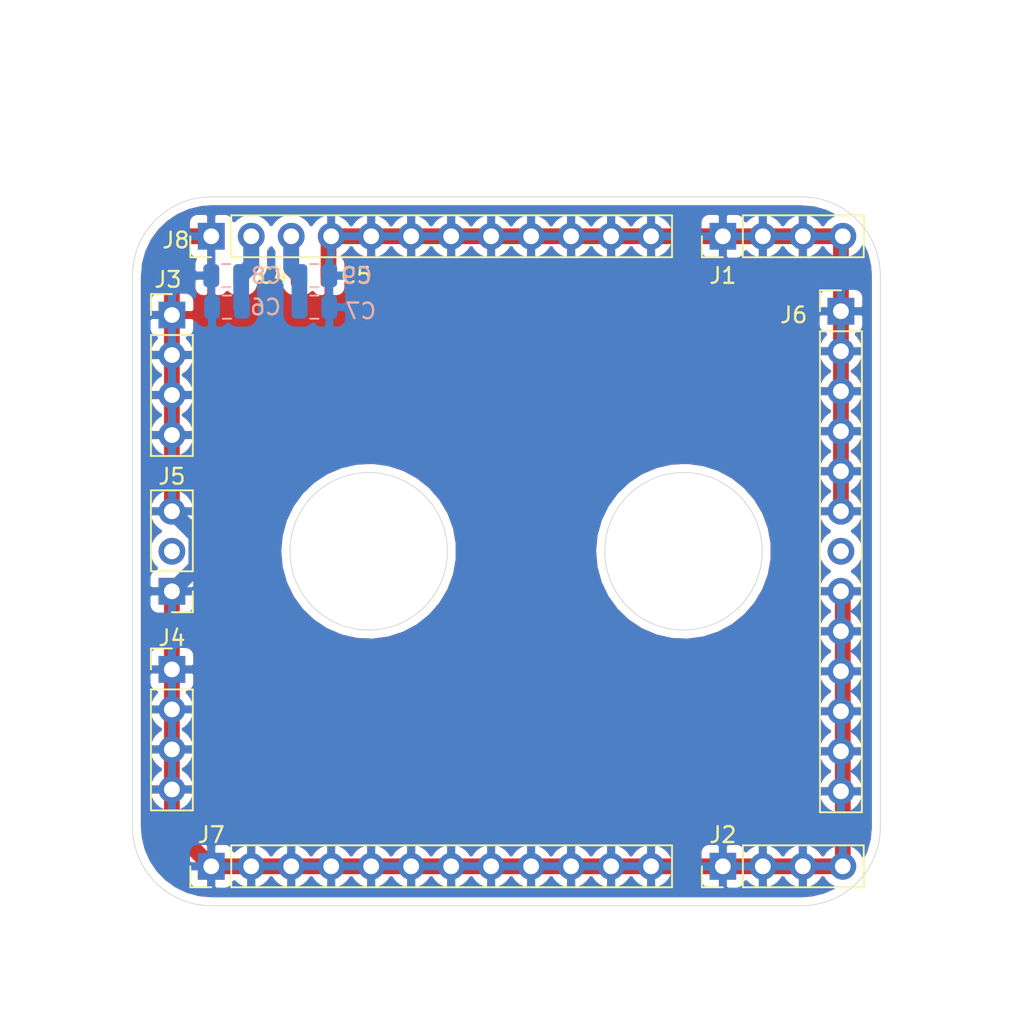
<source format=kicad_pcb>
(kicad_pcb (version 20171130) (host pcbnew "(5.1.9)-1")

  (general
    (thickness 1.6)
    (drawings 12)
    (tracks 33)
    (zones 0)
    (modules 14)
    (nets 6)
  )

  (page A4)
  (layers
    (0 F.Cu signal)
    (31 B.Cu signal)
    (32 B.Adhes user)
    (33 F.Adhes user)
    (34 B.Paste user)
    (35 F.Paste user)
    (36 B.SilkS user)
    (37 F.SilkS user)
    (38 B.Mask user)
    (39 F.Mask user)
    (40 Dwgs.User user)
    (41 Cmts.User user)
    (42 Eco1.User user)
    (43 Eco2.User user)
    (44 Edge.Cuts user)
    (45 Margin user)
    (46 B.CrtYd user hide)
    (47 F.CrtYd user hide)
    (48 B.Fab user hide)
    (49 F.Fab user hide)
  )

  (setup
    (last_trace_width 1)
    (user_trace_width 1)
    (trace_clearance 0.2)
    (zone_clearance 0.508)
    (zone_45_only no)
    (trace_min 0.2)
    (via_size 0.8)
    (via_drill 0.4)
    (via_min_size 0.4)
    (via_min_drill 0.3)
    (uvia_size 0.3)
    (uvia_drill 0.1)
    (uvias_allowed no)
    (uvia_min_size 0.2)
    (uvia_min_drill 0.1)
    (edge_width 0.05)
    (segment_width 0.2)
    (pcb_text_width 0.3)
    (pcb_text_size 1.5 1.5)
    (mod_edge_width 0.12)
    (mod_text_size 1 1)
    (mod_text_width 0.15)
    (pad_size 1.524 1.524)
    (pad_drill 0.762)
    (pad_to_mask_clearance 0)
    (aux_axis_origin 0 0)
    (visible_elements 7FFFFFFF)
    (pcbplotparams
      (layerselection 0x010fc_ffffffff)
      (usegerberextensions false)
      (usegerberattributes true)
      (usegerberadvancedattributes true)
      (creategerberjobfile true)
      (excludeedgelayer true)
      (linewidth 0.100000)
      (plotframeref false)
      (viasonmask false)
      (mode 1)
      (useauxorigin false)
      (hpglpennumber 1)
      (hpglpenspeed 20)
      (hpglpendiameter 15.000000)
      (psnegative false)
      (psa4output false)
      (plotreference true)
      (plotvalue true)
      (plotinvisibletext false)
      (padsonsilk false)
      (subtractmaskfromsilk false)
      (outputformat 1)
      (mirror false)
      (drillshape 0)
      (scaleselection 1)
      (outputdirectory "Preamp_Shield_Gerb_V1/"))
  )

  (net 0 "")
  (net 1 +5V)
  (net 2 GND)
  (net 3 -5V)
  (net 4 Vout)
  (net 5 Vin-DC)

  (net_class Default "This is the default net class."
    (clearance 0.2)
    (trace_width 0.25)
    (via_dia 0.8)
    (via_drill 0.4)
    (uvia_dia 0.3)
    (uvia_drill 0.1)
    (add_net +5V)
    (add_net -5V)
    (add_net GND)
    (add_net Vin-DC)
    (add_net Vout)
  )

  (module Capacitor_SMD:C_0805_2012Metric (layer B.Cu) (tedit 5F68FEEE) (tstamp 613320DF)
    (at 105.95 77.5)
    (descr "Capacitor SMD 0805 (2012 Metric), square (rectangular) end terminal, IPC_7351 nominal, (Body size source: IPC-SM-782 page 76, https://www.pcb-3d.com/wordpress/wp-content/uploads/ipc-sm-782a_amendment_1_and_2.pdf, https://docs.google.com/spreadsheets/d/1BsfQQcO9C6DZCsRaXUlFlo91Tg2WpOkGARC1WS5S8t0/edit?usp=sharing), generated with kicad-footprint-generator")
    (tags capacitor)
    (path /616A7F63)
    (attr smd)
    (fp_text reference C8 (at 2.55 0) (layer B.SilkS)
      (effects (font (size 1 1) (thickness 0.15)) (justify mirror))
    )
    (fp_text value 10n (at 0 -1.68) (layer B.Fab)
      (effects (font (size 1 1) (thickness 0.15)) (justify mirror))
    )
    (fp_text user %R (at 0 0) (layer B.Fab)
      (effects (font (size 0.5 0.5) (thickness 0.08)) (justify mirror))
    )
    (fp_line (start -1 -0.625) (end -1 0.625) (layer B.Fab) (width 0.1))
    (fp_line (start -1 0.625) (end 1 0.625) (layer B.Fab) (width 0.1))
    (fp_line (start 1 0.625) (end 1 -0.625) (layer B.Fab) (width 0.1))
    (fp_line (start 1 -0.625) (end -1 -0.625) (layer B.Fab) (width 0.1))
    (fp_line (start -0.261252 0.735) (end 0.261252 0.735) (layer B.SilkS) (width 0.12))
    (fp_line (start -0.261252 -0.735) (end 0.261252 -0.735) (layer B.SilkS) (width 0.12))
    (fp_line (start -1.7 -0.98) (end -1.7 0.98) (layer B.CrtYd) (width 0.05))
    (fp_line (start -1.7 0.98) (end 1.7 0.98) (layer B.CrtYd) (width 0.05))
    (fp_line (start 1.7 0.98) (end 1.7 -0.98) (layer B.CrtYd) (width 0.05))
    (fp_line (start 1.7 -0.98) (end -1.7 -0.98) (layer B.CrtYd) (width 0.05))
    (pad 2 smd roundrect (at 0.95 0) (size 1 1.45) (layers B.Cu B.Paste B.Mask) (roundrect_rratio 0.25)
      (net 1 +5V))
    (pad 1 smd roundrect (at -0.95 0) (size 1 1.45) (layers B.Cu B.Paste B.Mask) (roundrect_rratio 0.25)
      (net 2 GND))
    (model ${KISYS3DMOD}/Capacitor_SMD.3dshapes/C_0805_2012Metric.wrl
      (at (xyz 0 0 0))
      (scale (xyz 1 1 1))
      (rotate (xyz 0 0 0))
    )
  )

  (module Capacitor_SMD:C_0805_2012Metric (layer B.Cu) (tedit 5F68FEEE) (tstamp 613320AE)
    (at 106 79.5)
    (descr "Capacitor SMD 0805 (2012 Metric), square (rectangular) end terminal, IPC_7351 nominal, (Body size source: IPC-SM-782 page 76, https://www.pcb-3d.com/wordpress/wp-content/uploads/ipc-sm-782a_amendment_1_and_2.pdf, https://docs.google.com/spreadsheets/d/1BsfQQcO9C6DZCsRaXUlFlo91Tg2WpOkGARC1WS5S8t0/edit?usp=sharing), generated with kicad-footprint-generator")
    (tags capacitor)
    (path /616A8C69)
    (attr smd)
    (fp_text reference C6 (at 2.45 0) (layer B.SilkS)
      (effects (font (size 1 1) (thickness 0.15)) (justify mirror))
    )
    (fp_text value 100n (at 0 -1.68) (layer B.Fab)
      (effects (font (size 1 1) (thickness 0.15)) (justify mirror))
    )
    (fp_text user %R (at 0 0) (layer B.Fab)
      (effects (font (size 0.5 0.5) (thickness 0.08)) (justify mirror))
    )
    (fp_line (start -1 -0.625) (end -1 0.625) (layer B.Fab) (width 0.1))
    (fp_line (start -1 0.625) (end 1 0.625) (layer B.Fab) (width 0.1))
    (fp_line (start 1 0.625) (end 1 -0.625) (layer B.Fab) (width 0.1))
    (fp_line (start 1 -0.625) (end -1 -0.625) (layer B.Fab) (width 0.1))
    (fp_line (start -0.261252 0.735) (end 0.261252 0.735) (layer B.SilkS) (width 0.12))
    (fp_line (start -0.261252 -0.735) (end 0.261252 -0.735) (layer B.SilkS) (width 0.12))
    (fp_line (start -1.7 -0.98) (end -1.7 0.98) (layer B.CrtYd) (width 0.05))
    (fp_line (start -1.7 0.98) (end 1.7 0.98) (layer B.CrtYd) (width 0.05))
    (fp_line (start 1.7 0.98) (end 1.7 -0.98) (layer B.CrtYd) (width 0.05))
    (fp_line (start 1.7 -0.98) (end -1.7 -0.98) (layer B.CrtYd) (width 0.05))
    (pad 2 smd roundrect (at 0.95 0) (size 1 1.45) (layers B.Cu B.Paste B.Mask) (roundrect_rratio 0.25)
      (net 1 +5V))
    (pad 1 smd roundrect (at -0.95 0) (size 1 1.45) (layers B.Cu B.Paste B.Mask) (roundrect_rratio 0.25)
      (net 2 GND))
    (model ${KISYS3DMOD}/Capacitor_SMD.3dshapes/C_0805_2012Metric.wrl
      (at (xyz 0 0 0))
      (scale (xyz 1 1 1))
      (rotate (xyz 0 0 0))
    )
  )

  (module Connector_PinHeader_2.54mm:PinHeader_1x13_P2.54mm_Vertical (layer F.Cu) (tedit 59FED5CC) (tstamp 613230BD)
    (at 145 79.76)
    (descr "Through hole straight pin header, 1x13, 2.54mm pitch, single row")
    (tags "Through hole pin header THT 1x13 2.54mm single row")
    (path /615F1065)
    (fp_text reference J6 (at -3 0.24) (layer F.SilkS)
      (effects (font (size 1 1) (thickness 0.15)))
    )
    (fp_text value Conn_01x13_Male (at 0 32.81) (layer F.Fab)
      (effects (font (size 1 1) (thickness 0.15)))
    )
    (fp_line (start 1.8 -1.8) (end -1.8 -1.8) (layer F.CrtYd) (width 0.05))
    (fp_line (start 1.8 32.25) (end 1.8 -1.8) (layer F.CrtYd) (width 0.05))
    (fp_line (start -1.8 32.25) (end 1.8 32.25) (layer F.CrtYd) (width 0.05))
    (fp_line (start -1.8 -1.8) (end -1.8 32.25) (layer F.CrtYd) (width 0.05))
    (fp_line (start -1.33 -1.33) (end 0 -1.33) (layer F.SilkS) (width 0.12))
    (fp_line (start -1.33 0) (end -1.33 -1.33) (layer F.SilkS) (width 0.12))
    (fp_line (start -1.33 1.27) (end 1.33 1.27) (layer F.SilkS) (width 0.12))
    (fp_line (start 1.33 1.27) (end 1.33 31.81) (layer F.SilkS) (width 0.12))
    (fp_line (start -1.33 1.27) (end -1.33 31.81) (layer F.SilkS) (width 0.12))
    (fp_line (start -1.33 31.81) (end 1.33 31.81) (layer F.SilkS) (width 0.12))
    (fp_line (start -1.27 -0.635) (end -0.635 -1.27) (layer F.Fab) (width 0.1))
    (fp_line (start -1.27 31.75) (end -1.27 -0.635) (layer F.Fab) (width 0.1))
    (fp_line (start 1.27 31.75) (end -1.27 31.75) (layer F.Fab) (width 0.1))
    (fp_line (start 1.27 -1.27) (end 1.27 31.75) (layer F.Fab) (width 0.1))
    (fp_line (start -0.635 -1.27) (end 1.27 -1.27) (layer F.Fab) (width 0.1))
    (fp_text user %R (at 0 15.24 90) (layer F.Fab)
      (effects (font (size 1 1) (thickness 0.15)))
    )
    (pad 13 thru_hole oval (at 0 30.48) (size 1.7 1.7) (drill 1) (layers *.Cu *.Mask)
      (net 2 GND))
    (pad 12 thru_hole oval (at 0 27.94) (size 1.7 1.7) (drill 1) (layers *.Cu *.Mask)
      (net 2 GND))
    (pad 11 thru_hole oval (at 0 25.4) (size 1.7 1.7) (drill 1) (layers *.Cu *.Mask)
      (net 2 GND))
    (pad 10 thru_hole oval (at 0 22.86) (size 1.7 1.7) (drill 1) (layers *.Cu *.Mask)
      (net 2 GND))
    (pad 9 thru_hole oval (at 0 20.32) (size 1.7 1.7) (drill 1) (layers *.Cu *.Mask)
      (net 2 GND))
    (pad 8 thru_hole oval (at 0 17.78) (size 1.7 1.7) (drill 1) (layers *.Cu *.Mask)
      (net 2 GND))
    (pad 7 thru_hole oval (at 0 15.24) (size 1.7 1.7) (drill 1) (layers *.Cu *.Mask)
      (net 4 Vout))
    (pad 6 thru_hole oval (at 0 12.7) (size 1.7 1.7) (drill 1) (layers *.Cu *.Mask)
      (net 2 GND))
    (pad 5 thru_hole oval (at 0 10.16) (size 1.7 1.7) (drill 1) (layers *.Cu *.Mask)
      (net 2 GND))
    (pad 4 thru_hole oval (at 0 7.62) (size 1.7 1.7) (drill 1) (layers *.Cu *.Mask)
      (net 2 GND))
    (pad 3 thru_hole oval (at 0 5.08) (size 1.7 1.7) (drill 1) (layers *.Cu *.Mask)
      (net 2 GND))
    (pad 2 thru_hole oval (at 0 2.54) (size 1.7 1.7) (drill 1) (layers *.Cu *.Mask)
      (net 2 GND))
    (pad 1 thru_hole rect (at 0 0) (size 1.7 1.7) (drill 1) (layers *.Cu *.Mask)
      (net 2 GND))
    (model ${KISYS3DMOD}/Connector_PinHeader_2.54mm.3dshapes/PinHeader_1x13_P2.54mm_Vertical.wrl
      (at (xyz 0 0 0))
      (scale (xyz 1 1 1))
      (rotate (xyz 0 0 0))
    )
  )

  (module Capacitor_SMD:C_0805_2012Metric (layer B.Cu) (tedit 5F68FEEE) (tstamp 61326939)
    (at 111.55 77.5)
    (descr "Capacitor SMD 0805 (2012 Metric), square (rectangular) end terminal, IPC_7351 nominal, (Body size source: IPC-SM-782 page 76, https://www.pcb-3d.com/wordpress/wp-content/uploads/ipc-sm-782a_amendment_1_and_2.pdf, https://docs.google.com/spreadsheets/d/1BsfQQcO9C6DZCsRaXUlFlo91Tg2WpOkGARC1WS5S8t0/edit?usp=sharing), generated with kicad-footprint-generator")
    (tags capacitor)
    (path /616B33B1)
    (attr smd)
    (fp_text reference C9 (at 2.7 0) (layer B.SilkS)
      (effects (font (size 1 1) (thickness 0.15)) (justify mirror))
    )
    (fp_text value 10n (at 0 -1.68) (layer B.Fab)
      (effects (font (size 1 1) (thickness 0.15)) (justify mirror))
    )
    (fp_line (start 1.7 -0.98) (end -1.7 -0.98) (layer B.CrtYd) (width 0.05))
    (fp_line (start 1.7 0.98) (end 1.7 -0.98) (layer B.CrtYd) (width 0.05))
    (fp_line (start -1.7 0.98) (end 1.7 0.98) (layer B.CrtYd) (width 0.05))
    (fp_line (start -1.7 -0.98) (end -1.7 0.98) (layer B.CrtYd) (width 0.05))
    (fp_line (start -0.261252 -0.735) (end 0.261252 -0.735) (layer B.SilkS) (width 0.12))
    (fp_line (start -0.261252 0.735) (end 0.261252 0.735) (layer B.SilkS) (width 0.12))
    (fp_line (start 1 -0.625) (end -1 -0.625) (layer B.Fab) (width 0.1))
    (fp_line (start 1 0.625) (end 1 -0.625) (layer B.Fab) (width 0.1))
    (fp_line (start -1 0.625) (end 1 0.625) (layer B.Fab) (width 0.1))
    (fp_line (start -1 -0.625) (end -1 0.625) (layer B.Fab) (width 0.1))
    (fp_text user %R (at 0 0) (layer B.Fab)
      (effects (font (size 0.5 0.5) (thickness 0.08)) (justify mirror))
    )
    (pad 2 smd roundrect (at 0.95 0) (size 1 1.45) (layers B.Cu B.Paste B.Mask) (roundrect_rratio 0.25)
      (net 2 GND))
    (pad 1 smd roundrect (at -0.95 0) (size 1 1.45) (layers B.Cu B.Paste B.Mask) (roundrect_rratio 0.25)
      (net 3 -5V))
    (model ${KISYS3DMOD}/Capacitor_SMD.3dshapes/C_0805_2012Metric.wrl
      (at (xyz 0 0 0))
      (scale (xyz 1 1 1))
      (rotate (xyz 0 0 0))
    )
  )

  (module Capacitor_SMD:C_0805_2012Metric (layer B.Cu) (tedit 5F68FEEE) (tstamp 61326917)
    (at 111.55 79.5)
    (descr "Capacitor SMD 0805 (2012 Metric), square (rectangular) end terminal, IPC_7351 nominal, (Body size source: IPC-SM-782 page 76, https://www.pcb-3d.com/wordpress/wp-content/uploads/ipc-sm-782a_amendment_1_and_2.pdf, https://docs.google.com/spreadsheets/d/1BsfQQcO9C6DZCsRaXUlFlo91Tg2WpOkGARC1WS5S8t0/edit?usp=sharing), generated with kicad-footprint-generator")
    (tags capacitor)
    (path /616B33B7)
    (attr smd)
    (fp_text reference C7 (at 2.95 0.25) (layer B.SilkS)
      (effects (font (size 1 1) (thickness 0.15)) (justify mirror))
    )
    (fp_text value 100n (at 0 -1.68) (layer B.Fab)
      (effects (font (size 1 1) (thickness 0.15)) (justify mirror))
    )
    (fp_line (start 1.7 -0.98) (end -1.7 -0.98) (layer B.CrtYd) (width 0.05))
    (fp_line (start 1.7 0.98) (end 1.7 -0.98) (layer B.CrtYd) (width 0.05))
    (fp_line (start -1.7 0.98) (end 1.7 0.98) (layer B.CrtYd) (width 0.05))
    (fp_line (start -1.7 -0.98) (end -1.7 0.98) (layer B.CrtYd) (width 0.05))
    (fp_line (start -0.261252 -0.735) (end 0.261252 -0.735) (layer B.SilkS) (width 0.12))
    (fp_line (start -0.261252 0.735) (end 0.261252 0.735) (layer B.SilkS) (width 0.12))
    (fp_line (start 1 -0.625) (end -1 -0.625) (layer B.Fab) (width 0.1))
    (fp_line (start 1 0.625) (end 1 -0.625) (layer B.Fab) (width 0.1))
    (fp_line (start -1 0.625) (end 1 0.625) (layer B.Fab) (width 0.1))
    (fp_line (start -1 -0.625) (end -1 0.625) (layer B.Fab) (width 0.1))
    (fp_text user %R (at 0 0) (layer B.Fab)
      (effects (font (size 0.5 0.5) (thickness 0.08)) (justify mirror))
    )
    (pad 2 smd roundrect (at 0.95 0) (size 1 1.45) (layers B.Cu B.Paste B.Mask) (roundrect_rratio 0.25)
      (net 2 GND))
    (pad 1 smd roundrect (at -0.95 0) (size 1 1.45) (layers B.Cu B.Paste B.Mask) (roundrect_rratio 0.25)
      (net 3 -5V))
    (model ${KISYS3DMOD}/Capacitor_SMD.3dshapes/C_0805_2012Metric.wrl
      (at (xyz 0 0 0))
      (scale (xyz 1 1 1))
      (rotate (xyz 0 0 0))
    )
  )

  (module Capacitor_SMD:C_0805_2012Metric (layer F.Cu) (tedit 5F68FEEE) (tstamp 613268F5)
    (at 111.5 77.5)
    (descr "Capacitor SMD 0805 (2012 Metric), square (rectangular) end terminal, IPC_7351 nominal, (Body size source: IPC-SM-782 page 76, https://www.pcb-3d.com/wordpress/wp-content/uploads/ipc-sm-782a_amendment_1_and_2.pdf, https://docs.google.com/spreadsheets/d/1BsfQQcO9C6DZCsRaXUlFlo91Tg2WpOkGARC1WS5S8t0/edit?usp=sharing), generated with kicad-footprint-generator")
    (tags capacitor)
    (path /616B33BD)
    (attr smd)
    (fp_text reference C5 (at 2.7 0) (layer F.SilkS)
      (effects (font (size 1 1) (thickness 0.15)))
    )
    (fp_text value 1u (at 0 1.68) (layer F.Fab)
      (effects (font (size 1 1) (thickness 0.15)))
    )
    (fp_line (start 1.7 0.98) (end -1.7 0.98) (layer F.CrtYd) (width 0.05))
    (fp_line (start 1.7 -0.98) (end 1.7 0.98) (layer F.CrtYd) (width 0.05))
    (fp_line (start -1.7 -0.98) (end 1.7 -0.98) (layer F.CrtYd) (width 0.05))
    (fp_line (start -1.7 0.98) (end -1.7 -0.98) (layer F.CrtYd) (width 0.05))
    (fp_line (start -0.261252 0.735) (end 0.261252 0.735) (layer F.SilkS) (width 0.12))
    (fp_line (start -0.261252 -0.735) (end 0.261252 -0.735) (layer F.SilkS) (width 0.12))
    (fp_line (start 1 0.625) (end -1 0.625) (layer F.Fab) (width 0.1))
    (fp_line (start 1 -0.625) (end 1 0.625) (layer F.Fab) (width 0.1))
    (fp_line (start -1 -0.625) (end 1 -0.625) (layer F.Fab) (width 0.1))
    (fp_line (start -1 0.625) (end -1 -0.625) (layer F.Fab) (width 0.1))
    (fp_text user %R (at 0 0) (layer F.Fab)
      (effects (font (size 0.5 0.5) (thickness 0.08)))
    )
    (pad 2 smd roundrect (at 0.95 0) (size 1 1.45) (layers F.Cu F.Paste F.Mask) (roundrect_rratio 0.25)
      (net 2 GND))
    (pad 1 smd roundrect (at -0.95 0) (size 1 1.45) (layers F.Cu F.Paste F.Mask) (roundrect_rratio 0.25)
      (net 3 -5V))
    (model ${KISYS3DMOD}/Capacitor_SMD.3dshapes/C_0805_2012Metric.wrl
      (at (xyz 0 0 0))
      (scale (xyz 1 1 1))
      (rotate (xyz 0 0 0))
    )
  )

  (module Capacitor_SMD:C_0805_2012Metric (layer F.Cu) (tedit 5F68FEEE) (tstamp 613268E4)
    (at 105.95 77.5)
    (descr "Capacitor SMD 0805 (2012 Metric), square (rectangular) end terminal, IPC_7351 nominal, (Body size source: IPC-SM-782 page 76, https://www.pcb-3d.com/wordpress/wp-content/uploads/ipc-sm-782a_amendment_1_and_2.pdf, https://docs.google.com/spreadsheets/d/1BsfQQcO9C6DZCsRaXUlFlo91Tg2WpOkGARC1WS5S8t0/edit?usp=sharing), generated with kicad-footprint-generator")
    (tags capacitor)
    (path /616A8F34)
    (attr smd)
    (fp_text reference C4 (at 2.95 0) (layer F.SilkS)
      (effects (font (size 1 1) (thickness 0.15)))
    )
    (fp_text value 1u (at 0 1.68) (layer F.Fab)
      (effects (font (size 1 1) (thickness 0.15)))
    )
    (fp_line (start 1.7 0.98) (end -1.7 0.98) (layer F.CrtYd) (width 0.05))
    (fp_line (start 1.7 -0.98) (end 1.7 0.98) (layer F.CrtYd) (width 0.05))
    (fp_line (start -1.7 -0.98) (end 1.7 -0.98) (layer F.CrtYd) (width 0.05))
    (fp_line (start -1.7 0.98) (end -1.7 -0.98) (layer F.CrtYd) (width 0.05))
    (fp_line (start -0.261252 0.735) (end 0.261252 0.735) (layer F.SilkS) (width 0.12))
    (fp_line (start -0.261252 -0.735) (end 0.261252 -0.735) (layer F.SilkS) (width 0.12))
    (fp_line (start 1 0.625) (end -1 0.625) (layer F.Fab) (width 0.1))
    (fp_line (start 1 -0.625) (end 1 0.625) (layer F.Fab) (width 0.1))
    (fp_line (start -1 -0.625) (end 1 -0.625) (layer F.Fab) (width 0.1))
    (fp_line (start -1 0.625) (end -1 -0.625) (layer F.Fab) (width 0.1))
    (fp_text user %R (at 0 0) (layer F.Fab)
      (effects (font (size 0.5 0.5) (thickness 0.08)))
    )
    (pad 2 smd roundrect (at 0.95 0) (size 1 1.45) (layers F.Cu F.Paste F.Mask) (roundrect_rratio 0.25)
      (net 1 +5V))
    (pad 1 smd roundrect (at -0.95 0) (size 1 1.45) (layers F.Cu F.Paste F.Mask) (roundrect_rratio 0.25)
      (net 2 GND))
    (model ${KISYS3DMOD}/Capacitor_SMD.3dshapes/C_0805_2012Metric.wrl
      (at (xyz 0 0 0))
      (scale (xyz 1 1 1))
      (rotate (xyz 0 0 0))
    )
  )

  (module Connector_PinHeader_2.54mm:PinHeader_1x12_P2.54mm_Vertical (layer F.Cu) (tedit 59FED5CC) (tstamp 613230FD)
    (at 105 75 90)
    (descr "Through hole straight pin header, 1x12, 2.54mm pitch, single row")
    (tags "Through hole pin header THT 1x12 2.54mm single row")
    (path /615EFB37)
    (fp_text reference J8 (at -0.25 -2.25 180) (layer F.SilkS)
      (effects (font (size 1 1) (thickness 0.15)))
    )
    (fp_text value Conn_01x12_Male (at 0 30.27 90) (layer F.Fab)
      (effects (font (size 1 1) (thickness 0.15)))
    )
    (fp_line (start 1.8 -1.8) (end -1.8 -1.8) (layer F.CrtYd) (width 0.05))
    (fp_line (start 1.8 29.75) (end 1.8 -1.8) (layer F.CrtYd) (width 0.05))
    (fp_line (start -1.8 29.75) (end 1.8 29.75) (layer F.CrtYd) (width 0.05))
    (fp_line (start -1.8 -1.8) (end -1.8 29.75) (layer F.CrtYd) (width 0.05))
    (fp_line (start -1.33 -1.33) (end 0 -1.33) (layer F.SilkS) (width 0.12))
    (fp_line (start -1.33 0) (end -1.33 -1.33) (layer F.SilkS) (width 0.12))
    (fp_line (start -1.33 1.27) (end 1.33 1.27) (layer F.SilkS) (width 0.12))
    (fp_line (start 1.33 1.27) (end 1.33 29.27) (layer F.SilkS) (width 0.12))
    (fp_line (start -1.33 1.27) (end -1.33 29.27) (layer F.SilkS) (width 0.12))
    (fp_line (start -1.33 29.27) (end 1.33 29.27) (layer F.SilkS) (width 0.12))
    (fp_line (start -1.27 -0.635) (end -0.635 -1.27) (layer F.Fab) (width 0.1))
    (fp_line (start -1.27 29.21) (end -1.27 -0.635) (layer F.Fab) (width 0.1))
    (fp_line (start 1.27 29.21) (end -1.27 29.21) (layer F.Fab) (width 0.1))
    (fp_line (start 1.27 -1.27) (end 1.27 29.21) (layer F.Fab) (width 0.1))
    (fp_line (start -0.635 -1.27) (end 1.27 -1.27) (layer F.Fab) (width 0.1))
    (fp_text user %R (at 0 13.97) (layer F.Fab)
      (effects (font (size 1 1) (thickness 0.15)))
    )
    (pad 12 thru_hole oval (at 0 27.94 90) (size 1.7 1.7) (drill 1) (layers *.Cu *.Mask)
      (net 2 GND))
    (pad 11 thru_hole oval (at 0 25.4 90) (size 1.7 1.7) (drill 1) (layers *.Cu *.Mask)
      (net 2 GND))
    (pad 10 thru_hole oval (at 0 22.86 90) (size 1.7 1.7) (drill 1) (layers *.Cu *.Mask)
      (net 2 GND))
    (pad 9 thru_hole oval (at 0 20.32 90) (size 1.7 1.7) (drill 1) (layers *.Cu *.Mask)
      (net 2 GND))
    (pad 8 thru_hole oval (at 0 17.78 90) (size 1.7 1.7) (drill 1) (layers *.Cu *.Mask)
      (net 2 GND))
    (pad 7 thru_hole oval (at 0 15.24 90) (size 1.7 1.7) (drill 1) (layers *.Cu *.Mask)
      (net 2 GND))
    (pad 6 thru_hole oval (at 0 12.7 90) (size 1.7 1.7) (drill 1) (layers *.Cu *.Mask)
      (net 2 GND))
    (pad 5 thru_hole oval (at 0 10.16 90) (size 1.7 1.7) (drill 1) (layers *.Cu *.Mask)
      (net 2 GND))
    (pad 4 thru_hole oval (at 0 7.62 90) (size 1.7 1.7) (drill 1) (layers *.Cu *.Mask)
      (net 2 GND))
    (pad 3 thru_hole oval (at 0 5.08 90) (size 1.7 1.7) (drill 1) (layers *.Cu *.Mask)
      (net 3 -5V))
    (pad 2 thru_hole oval (at 0 2.54 90) (size 1.7 1.7) (drill 1) (layers *.Cu *.Mask)
      (net 1 +5V))
    (pad 1 thru_hole rect (at 0 0 90) (size 1.7 1.7) (drill 1) (layers *.Cu *.Mask)
      (net 2 GND))
    (model ${KISYS3DMOD}/Connector_PinHeader_2.54mm.3dshapes/PinHeader_1x12_P2.54mm_Vertical.wrl
      (at (xyz 0 0 0))
      (scale (xyz 1 1 1))
      (rotate (xyz 0 0 0))
    )
  )

  (module Connector_PinHeader_2.54mm:PinHeader_1x12_P2.54mm_Vertical (layer F.Cu) (tedit 59FED5CC) (tstamp 613230DD)
    (at 105 115 90)
    (descr "Through hole straight pin header, 1x12, 2.54mm pitch, single row")
    (tags "Through hole pin header THT 1x12 2.54mm single row")
    (path /615EEC55)
    (fp_text reference J7 (at 2 0 180) (layer F.SilkS)
      (effects (font (size 1 1) (thickness 0.15)))
    )
    (fp_text value Conn_01x12_Male (at 0 30.27 90) (layer F.Fab)
      (effects (font (size 1 1) (thickness 0.15)))
    )
    (fp_line (start 1.8 -1.8) (end -1.8 -1.8) (layer F.CrtYd) (width 0.05))
    (fp_line (start 1.8 29.75) (end 1.8 -1.8) (layer F.CrtYd) (width 0.05))
    (fp_line (start -1.8 29.75) (end 1.8 29.75) (layer F.CrtYd) (width 0.05))
    (fp_line (start -1.8 -1.8) (end -1.8 29.75) (layer F.CrtYd) (width 0.05))
    (fp_line (start -1.33 -1.33) (end 0 -1.33) (layer F.SilkS) (width 0.12))
    (fp_line (start -1.33 0) (end -1.33 -1.33) (layer F.SilkS) (width 0.12))
    (fp_line (start -1.33 1.27) (end 1.33 1.27) (layer F.SilkS) (width 0.12))
    (fp_line (start 1.33 1.27) (end 1.33 29.27) (layer F.SilkS) (width 0.12))
    (fp_line (start -1.33 1.27) (end -1.33 29.27) (layer F.SilkS) (width 0.12))
    (fp_line (start -1.33 29.27) (end 1.33 29.27) (layer F.SilkS) (width 0.12))
    (fp_line (start -1.27 -0.635) (end -0.635 -1.27) (layer F.Fab) (width 0.1))
    (fp_line (start -1.27 29.21) (end -1.27 -0.635) (layer F.Fab) (width 0.1))
    (fp_line (start 1.27 29.21) (end -1.27 29.21) (layer F.Fab) (width 0.1))
    (fp_line (start 1.27 -1.27) (end 1.27 29.21) (layer F.Fab) (width 0.1))
    (fp_line (start -0.635 -1.27) (end 1.27 -1.27) (layer F.Fab) (width 0.1))
    (fp_text user %R (at 0 13.97) (layer F.Fab)
      (effects (font (size 1 1) (thickness 0.15)))
    )
    (pad 12 thru_hole oval (at 0 27.94 90) (size 1.7 1.7) (drill 1) (layers *.Cu *.Mask)
      (net 2 GND))
    (pad 11 thru_hole oval (at 0 25.4 90) (size 1.7 1.7) (drill 1) (layers *.Cu *.Mask)
      (net 2 GND))
    (pad 10 thru_hole oval (at 0 22.86 90) (size 1.7 1.7) (drill 1) (layers *.Cu *.Mask)
      (net 2 GND))
    (pad 9 thru_hole oval (at 0 20.32 90) (size 1.7 1.7) (drill 1) (layers *.Cu *.Mask)
      (net 2 GND))
    (pad 8 thru_hole oval (at 0 17.78 90) (size 1.7 1.7) (drill 1) (layers *.Cu *.Mask)
      (net 2 GND))
    (pad 7 thru_hole oval (at 0 15.24 90) (size 1.7 1.7) (drill 1) (layers *.Cu *.Mask)
      (net 2 GND))
    (pad 6 thru_hole oval (at 0 12.7 90) (size 1.7 1.7) (drill 1) (layers *.Cu *.Mask)
      (net 2 GND))
    (pad 5 thru_hole oval (at 0 10.16 90) (size 1.7 1.7) (drill 1) (layers *.Cu *.Mask)
      (net 2 GND))
    (pad 4 thru_hole oval (at 0 7.62 90) (size 1.7 1.7) (drill 1) (layers *.Cu *.Mask)
      (net 2 GND))
    (pad 3 thru_hole oval (at 0 5.08 90) (size 1.7 1.7) (drill 1) (layers *.Cu *.Mask)
      (net 2 GND))
    (pad 2 thru_hole oval (at 0 2.54 90) (size 1.7 1.7) (drill 1) (layers *.Cu *.Mask)
      (net 2 GND))
    (pad 1 thru_hole rect (at 0 0 90) (size 1.7 1.7) (drill 1) (layers *.Cu *.Mask)
      (net 2 GND))
    (model ${KISYS3DMOD}/Connector_PinHeader_2.54mm.3dshapes/PinHeader_1x12_P2.54mm_Vertical.wrl
      (at (xyz 0 0 0))
      (scale (xyz 1 1 1))
      (rotate (xyz 0 0 0))
    )
  )

  (module Connector_PinHeader_2.54mm:PinHeader_1x03_P2.54mm_Vertical (layer F.Cu) (tedit 59FED5CC) (tstamp 6132309C)
    (at 102.5 97.54 180)
    (descr "Through hole straight pin header, 1x03, 2.54mm pitch, single row")
    (tags "Through hole pin header THT 1x03 2.54mm single row")
    (path /615ECCEB)
    (fp_text reference J5 (at 0 7.29) (layer F.SilkS)
      (effects (font (size 1 1) (thickness 0.15)))
    )
    (fp_text value Conn_01x03_Male (at 0 7.41) (layer F.Fab)
      (effects (font (size 1 1) (thickness 0.15)))
    )
    (fp_line (start 1.8 -1.8) (end -1.8 -1.8) (layer F.CrtYd) (width 0.05))
    (fp_line (start 1.8 6.85) (end 1.8 -1.8) (layer F.CrtYd) (width 0.05))
    (fp_line (start -1.8 6.85) (end 1.8 6.85) (layer F.CrtYd) (width 0.05))
    (fp_line (start -1.8 -1.8) (end -1.8 6.85) (layer F.CrtYd) (width 0.05))
    (fp_line (start -1.33 -1.33) (end 0 -1.33) (layer F.SilkS) (width 0.12))
    (fp_line (start -1.33 0) (end -1.33 -1.33) (layer F.SilkS) (width 0.12))
    (fp_line (start -1.33 1.27) (end 1.33 1.27) (layer F.SilkS) (width 0.12))
    (fp_line (start 1.33 1.27) (end 1.33 6.41) (layer F.SilkS) (width 0.12))
    (fp_line (start -1.33 1.27) (end -1.33 6.41) (layer F.SilkS) (width 0.12))
    (fp_line (start -1.33 6.41) (end 1.33 6.41) (layer F.SilkS) (width 0.12))
    (fp_line (start -1.27 -0.635) (end -0.635 -1.27) (layer F.Fab) (width 0.1))
    (fp_line (start -1.27 6.35) (end -1.27 -0.635) (layer F.Fab) (width 0.1))
    (fp_line (start 1.27 6.35) (end -1.27 6.35) (layer F.Fab) (width 0.1))
    (fp_line (start 1.27 -1.27) (end 1.27 6.35) (layer F.Fab) (width 0.1))
    (fp_line (start -0.635 -1.27) (end 1.27 -1.27) (layer F.Fab) (width 0.1))
    (fp_text user %R (at 0 2.54 90) (layer F.Fab)
      (effects (font (size 1 1) (thickness 0.15)))
    )
    (pad 3 thru_hole oval (at 0 5.08 180) (size 1.7 1.7) (drill 1) (layers *.Cu *.Mask)
      (net 2 GND))
    (pad 2 thru_hole oval (at 0 2.54 180) (size 1.7 1.7) (drill 1) (layers *.Cu *.Mask)
      (net 5 Vin-DC))
    (pad 1 thru_hole rect (at 0 0 180) (size 1.7 1.7) (drill 1) (layers *.Cu *.Mask)
      (net 2 GND))
    (model ${KISYS3DMOD}/Connector_PinHeader_2.54mm.3dshapes/PinHeader_1x03_P2.54mm_Vertical.wrl
      (at (xyz 0 0 0))
      (scale (xyz 1 1 1))
      (rotate (xyz 0 0 0))
    )
  )

  (module Connector_PinHeader_2.54mm:PinHeader_1x04_P2.54mm_Vertical (layer F.Cu) (tedit 59FED5CC) (tstamp 61323085)
    (at 102.5 102.5)
    (descr "Through hole straight pin header, 1x04, 2.54mm pitch, single row")
    (tags "Through hole pin header THT 1x04 2.54mm single row")
    (path /615EBEC1)
    (fp_text reference J4 (at 0 -2) (layer F.SilkS)
      (effects (font (size 1 1) (thickness 0.15)))
    )
    (fp_text value Conn_01x04_Male (at 0 9.95) (layer F.Fab)
      (effects (font (size 1 1) (thickness 0.15)))
    )
    (fp_line (start 1.8 -1.8) (end -1.8 -1.8) (layer F.CrtYd) (width 0.05))
    (fp_line (start 1.8 9.4) (end 1.8 -1.8) (layer F.CrtYd) (width 0.05))
    (fp_line (start -1.8 9.4) (end 1.8 9.4) (layer F.CrtYd) (width 0.05))
    (fp_line (start -1.8 -1.8) (end -1.8 9.4) (layer F.CrtYd) (width 0.05))
    (fp_line (start -1.33 -1.33) (end 0 -1.33) (layer F.SilkS) (width 0.12))
    (fp_line (start -1.33 0) (end -1.33 -1.33) (layer F.SilkS) (width 0.12))
    (fp_line (start -1.33 1.27) (end 1.33 1.27) (layer F.SilkS) (width 0.12))
    (fp_line (start 1.33 1.27) (end 1.33 8.95) (layer F.SilkS) (width 0.12))
    (fp_line (start -1.33 1.27) (end -1.33 8.95) (layer F.SilkS) (width 0.12))
    (fp_line (start -1.33 8.95) (end 1.33 8.95) (layer F.SilkS) (width 0.12))
    (fp_line (start -1.27 -0.635) (end -0.635 -1.27) (layer F.Fab) (width 0.1))
    (fp_line (start -1.27 8.89) (end -1.27 -0.635) (layer F.Fab) (width 0.1))
    (fp_line (start 1.27 8.89) (end -1.27 8.89) (layer F.Fab) (width 0.1))
    (fp_line (start 1.27 -1.27) (end 1.27 8.89) (layer F.Fab) (width 0.1))
    (fp_line (start -0.635 -1.27) (end 1.27 -1.27) (layer F.Fab) (width 0.1))
    (fp_text user %R (at 0 3.81 90) (layer F.Fab)
      (effects (font (size 1 1) (thickness 0.15)))
    )
    (pad 4 thru_hole oval (at 0 7.62) (size 1.7 1.7) (drill 1) (layers *.Cu *.Mask)
      (net 2 GND))
    (pad 3 thru_hole oval (at 0 5.08) (size 1.7 1.7) (drill 1) (layers *.Cu *.Mask)
      (net 2 GND))
    (pad 2 thru_hole oval (at 0 2.54) (size 1.7 1.7) (drill 1) (layers *.Cu *.Mask)
      (net 2 GND))
    (pad 1 thru_hole rect (at 0 0) (size 1.7 1.7) (drill 1) (layers *.Cu *.Mask)
      (net 2 GND))
    (model ${KISYS3DMOD}/Connector_PinHeader_2.54mm.3dshapes/PinHeader_1x04_P2.54mm_Vertical.wrl
      (at (xyz 0 0 0))
      (scale (xyz 1 1 1))
      (rotate (xyz 0 0 0))
    )
  )

  (module Connector_PinHeader_2.54mm:PinHeader_1x04_P2.54mm_Vertical (layer F.Cu) (tedit 59FED5CC) (tstamp 6132306D)
    (at 102.5 80)
    (descr "Through hole straight pin header, 1x04, 2.54mm pitch, single row")
    (tags "Through hole pin header THT 1x04 2.54mm single row")
    (path /615EB6D8)
    (fp_text reference J3 (at -0.25 -2.25) (layer F.SilkS)
      (effects (font (size 1 1) (thickness 0.15)))
    )
    (fp_text value Conn_01x04_Male (at 0 9.95) (layer F.Fab)
      (effects (font (size 1 1) (thickness 0.15)))
    )
    (fp_line (start 1.8 -1.8) (end -1.8 -1.8) (layer F.CrtYd) (width 0.05))
    (fp_line (start 1.8 9.4) (end 1.8 -1.8) (layer F.CrtYd) (width 0.05))
    (fp_line (start -1.8 9.4) (end 1.8 9.4) (layer F.CrtYd) (width 0.05))
    (fp_line (start -1.8 -1.8) (end -1.8 9.4) (layer F.CrtYd) (width 0.05))
    (fp_line (start -1.33 -1.33) (end 0 -1.33) (layer F.SilkS) (width 0.12))
    (fp_line (start -1.33 0) (end -1.33 -1.33) (layer F.SilkS) (width 0.12))
    (fp_line (start -1.33 1.27) (end 1.33 1.27) (layer F.SilkS) (width 0.12))
    (fp_line (start 1.33 1.27) (end 1.33 8.95) (layer F.SilkS) (width 0.12))
    (fp_line (start -1.33 1.27) (end -1.33 8.95) (layer F.SilkS) (width 0.12))
    (fp_line (start -1.33 8.95) (end 1.33 8.95) (layer F.SilkS) (width 0.12))
    (fp_line (start -1.27 -0.635) (end -0.635 -1.27) (layer F.Fab) (width 0.1))
    (fp_line (start -1.27 8.89) (end -1.27 -0.635) (layer F.Fab) (width 0.1))
    (fp_line (start 1.27 8.89) (end -1.27 8.89) (layer F.Fab) (width 0.1))
    (fp_line (start 1.27 -1.27) (end 1.27 8.89) (layer F.Fab) (width 0.1))
    (fp_line (start -0.635 -1.27) (end 1.27 -1.27) (layer F.Fab) (width 0.1))
    (fp_text user %R (at 0 3.81 90) (layer F.Fab)
      (effects (font (size 1 1) (thickness 0.15)))
    )
    (pad 4 thru_hole oval (at 0 7.62) (size 1.7 1.7) (drill 1) (layers *.Cu *.Mask)
      (net 2 GND))
    (pad 3 thru_hole oval (at 0 5.08) (size 1.7 1.7) (drill 1) (layers *.Cu *.Mask)
      (net 2 GND))
    (pad 2 thru_hole oval (at 0 2.54) (size 1.7 1.7) (drill 1) (layers *.Cu *.Mask)
      (net 2 GND))
    (pad 1 thru_hole rect (at 0 0) (size 1.7 1.7) (drill 1) (layers *.Cu *.Mask)
      (net 2 GND))
    (model ${KISYS3DMOD}/Connector_PinHeader_2.54mm.3dshapes/PinHeader_1x04_P2.54mm_Vertical.wrl
      (at (xyz 0 0 0))
      (scale (xyz 1 1 1))
      (rotate (xyz 0 0 0))
    )
  )

  (module Connector_PinHeader_2.54mm:PinHeader_1x04_P2.54mm_Vertical (layer F.Cu) (tedit 59FED5CC) (tstamp 61323055)
    (at 137.5 115 90)
    (descr "Through hole straight pin header, 1x04, 2.54mm pitch, single row")
    (tags "Through hole pin header THT 1x04 2.54mm single row")
    (path /615EAD13)
    (fp_text reference J2 (at 2 0 180) (layer F.SilkS)
      (effects (font (size 1 1) (thickness 0.15)))
    )
    (fp_text value Conn_01x04_Male (at 0 9.95 90) (layer F.Fab)
      (effects (font (size 1 1) (thickness 0.15)))
    )
    (fp_line (start 1.8 -1.8) (end -1.8 -1.8) (layer F.CrtYd) (width 0.05))
    (fp_line (start 1.8 9.4) (end 1.8 -1.8) (layer F.CrtYd) (width 0.05))
    (fp_line (start -1.8 9.4) (end 1.8 9.4) (layer F.CrtYd) (width 0.05))
    (fp_line (start -1.8 -1.8) (end -1.8 9.4) (layer F.CrtYd) (width 0.05))
    (fp_line (start -1.33 -1.33) (end 0 -1.33) (layer F.SilkS) (width 0.12))
    (fp_line (start -1.33 0) (end -1.33 -1.33) (layer F.SilkS) (width 0.12))
    (fp_line (start -1.33 1.27) (end 1.33 1.27) (layer F.SilkS) (width 0.12))
    (fp_line (start 1.33 1.27) (end 1.33 8.95) (layer F.SilkS) (width 0.12))
    (fp_line (start -1.33 1.27) (end -1.33 8.95) (layer F.SilkS) (width 0.12))
    (fp_line (start -1.33 8.95) (end 1.33 8.95) (layer F.SilkS) (width 0.12))
    (fp_line (start -1.27 -0.635) (end -0.635 -1.27) (layer F.Fab) (width 0.1))
    (fp_line (start -1.27 8.89) (end -1.27 -0.635) (layer F.Fab) (width 0.1))
    (fp_line (start 1.27 8.89) (end -1.27 8.89) (layer F.Fab) (width 0.1))
    (fp_line (start 1.27 -1.27) (end 1.27 8.89) (layer F.Fab) (width 0.1))
    (fp_line (start -0.635 -1.27) (end 1.27 -1.27) (layer F.Fab) (width 0.1))
    (fp_text user %R (at 0 3.81) (layer F.Fab)
      (effects (font (size 1 1) (thickness 0.15)))
    )
    (pad 4 thru_hole oval (at 0 7.62 90) (size 1.7 1.7) (drill 1) (layers *.Cu *.Mask)
      (net 2 GND))
    (pad 3 thru_hole oval (at 0 5.08 90) (size 1.7 1.7) (drill 1) (layers *.Cu *.Mask)
      (net 2 GND))
    (pad 2 thru_hole oval (at 0 2.54 90) (size 1.7 1.7) (drill 1) (layers *.Cu *.Mask)
      (net 2 GND))
    (pad 1 thru_hole rect (at 0 0 90) (size 1.7 1.7) (drill 1) (layers *.Cu *.Mask)
      (net 2 GND))
    (model ${KISYS3DMOD}/Connector_PinHeader_2.54mm.3dshapes/PinHeader_1x04_P2.54mm_Vertical.wrl
      (at (xyz 0 0 0))
      (scale (xyz 1 1 1))
      (rotate (xyz 0 0 0))
    )
  )

  (module Connector_PinHeader_2.54mm:PinHeader_1x04_P2.54mm_Vertical (layer F.Cu) (tedit 59FED5CC) (tstamp 613236E3)
    (at 137.5 75 90)
    (descr "Through hole straight pin header, 1x04, 2.54mm pitch, single row")
    (tags "Through hole pin header THT 1x04 2.54mm single row")
    (path /615ED2FE)
    (fp_text reference J1 (at -2.5 0 180) (layer F.SilkS)
      (effects (font (size 1 1) (thickness 0.15)))
    )
    (fp_text value Conn_01x04_Male (at 0 9.95 90) (layer F.Fab)
      (effects (font (size 1 1) (thickness 0.15)))
    )
    (fp_line (start 1.8 -1.8) (end -1.8 -1.8) (layer F.CrtYd) (width 0.05))
    (fp_line (start 1.8 9.4) (end 1.8 -1.8) (layer F.CrtYd) (width 0.05))
    (fp_line (start -1.8 9.4) (end 1.8 9.4) (layer F.CrtYd) (width 0.05))
    (fp_line (start -1.8 -1.8) (end -1.8 9.4) (layer F.CrtYd) (width 0.05))
    (fp_line (start -1.33 -1.33) (end 0 -1.33) (layer F.SilkS) (width 0.12))
    (fp_line (start -1.33 0) (end -1.33 -1.33) (layer F.SilkS) (width 0.12))
    (fp_line (start -1.33 1.27) (end 1.33 1.27) (layer F.SilkS) (width 0.12))
    (fp_line (start 1.33 1.27) (end 1.33 8.95) (layer F.SilkS) (width 0.12))
    (fp_line (start -1.33 1.27) (end -1.33 8.95) (layer F.SilkS) (width 0.12))
    (fp_line (start -1.33 8.95) (end 1.33 8.95) (layer F.SilkS) (width 0.12))
    (fp_line (start -1.27 -0.635) (end -0.635 -1.27) (layer F.Fab) (width 0.1))
    (fp_line (start -1.27 8.89) (end -1.27 -0.635) (layer F.Fab) (width 0.1))
    (fp_line (start 1.27 8.89) (end -1.27 8.89) (layer F.Fab) (width 0.1))
    (fp_line (start 1.27 -1.27) (end 1.27 8.89) (layer F.Fab) (width 0.1))
    (fp_line (start -0.635 -1.27) (end 1.27 -1.27) (layer F.Fab) (width 0.1))
    (fp_text user %R (at 0 3.81) (layer F.Fab)
      (effects (font (size 1 1) (thickness 0.15)))
    )
    (pad 4 thru_hole oval (at 0 7.62 90) (size 1.7 1.7) (drill 1) (layers *.Cu *.Mask)
      (net 2 GND))
    (pad 3 thru_hole oval (at 0 5.08 90) (size 1.7 1.7) (drill 1) (layers *.Cu *.Mask)
      (net 2 GND))
    (pad 2 thru_hole oval (at 0 2.54 90) (size 1.7 1.7) (drill 1) (layers *.Cu *.Mask)
      (net 2 GND))
    (pad 1 thru_hole rect (at 0 0 90) (size 1.7 1.7) (drill 1) (layers *.Cu *.Mask)
      (net 2 GND))
    (model ${KISYS3DMOD}/Connector_PinHeader_2.54mm.3dshapes/PinHeader_1x04_P2.54mm_Vertical.wrl
      (at (xyz 0 0 0))
      (scale (xyz 1 1 1))
      (rotate (xyz 0 0 0))
    )
  )

  (gr_circle (center 135 95) (end 141 95) (layer F.Mask) (width 2) (tstamp 61332657))
  (gr_circle (center 115 95) (end 121 95) (layer F.Mask) (width 2))
  (gr_circle (center 135 95) (end 130 95) (layer Edge.Cuts) (width 0.05))
  (gr_circle (center 115 95) (end 110 95) (layer Edge.Cuts) (width 0.05) (tstamp 61332652))
  (gr_arc (start 105 112.5) (end 100 112.5) (angle -90) (layer Edge.Cuts) (width 0.05))
  (gr_arc (start 142.5 112.5) (end 142.5 117.5) (angle -90) (layer Edge.Cuts) (width 0.05))
  (gr_arc (start 142.5 77.5) (end 147.5 77.5) (angle -90) (layer Edge.Cuts) (width 0.05))
  (gr_arc (start 105 77.5) (end 105 72.5) (angle -90) (layer Edge.Cuts) (width 0.05))
  (gr_line (start 100 112.5) (end 100 77.5) (layer Edge.Cuts) (width 0.05) (tstamp 6132C8AE))
  (gr_line (start 142.5 117.5) (end 105 117.5) (layer Edge.Cuts) (width 0.05))
  (gr_line (start 147.5 77.5) (end 147.5 112.5) (layer Edge.Cuts) (width 0.05))
  (gr_line (start 105 72.5) (end 142.5 72.5) (layer Edge.Cuts) (width 0.05))

  (segment (start 107.54 76.86) (end 106.9 77.5) (width 1) (layer F.Cu) (net 1))
  (segment (start 107.54 75) (end 107.54 76.86) (width 1) (layer F.Cu) (net 1))
  (segment (start 107.54 76.86) (end 106.9 77.5) (width 1) (layer B.Cu) (net 1))
  (segment (start 107.54 75) (end 107.54 76.86) (width 1) (layer B.Cu) (net 1))
  (segment (start 106.9 79.45) (end 106.95 79.5) (width 1) (layer B.Cu) (net 1))
  (segment (start 106.9 77.5) (end 106.9 79.45) (width 1) (layer B.Cu) (net 1))
  (segment (start 105 115) (end 145.12 115) (width 1) (layer F.Cu) (net 2))
  (segment (start 145.12 97.66) (end 145 97.54) (width 1) (layer F.Cu) (net 2))
  (segment (start 145.12 115) (end 145.12 97.66) (width 1) (layer F.Cu) (net 2))
  (segment (start 145 92.46) (end 145 79.76) (width 1) (layer F.Cu) (net 2))
  (segment (start 145 75.12) (end 145.12 75) (width 1) (layer F.Cu) (net 2))
  (segment (start 145 79.76) (end 145 75.12) (width 1) (layer F.Cu) (net 2))
  (segment (start 145.12 75) (end 112.62 75) (width 1) (layer F.Cu) (net 2))
  (segment (start 105 75) (end 103.25 75) (width 1) (layer F.Cu) (net 2))
  (segment (start 102.5 75.75) (end 102.5 80) (width 1) (layer F.Cu) (net 2))
  (segment (start 103.25 75) (end 102.5 75.75) (width 1) (layer F.Cu) (net 2))
  (segment (start 102.5 80) (end 102.5 92.46) (width 1) (layer F.Cu) (net 2))
  (segment (start 102.5 97.54) (end 102.5 110.12) (width 1) (layer F.Cu) (net 2))
  (segment (start 102.5 112.5) (end 105 115) (width 1) (layer F.Cu) (net 2))
  (segment (start 102.5 110.12) (end 102.5 112.5) (width 1) (layer F.Cu) (net 2))
  (segment (start 112.45 75.17) (end 112.62 75) (width 1) (layer F.Cu) (net 2))
  (segment (start 112.45 77.5) (end 112.45 75.17) (width 1) (layer F.Cu) (net 2))
  (segment (start 104.050001 95.989999) (end 102.5 97.54) (width 1) (layer B.Cu) (net 2))
  (segment (start 104.050001 94.010001) (end 104.050001 95.989999) (width 1) (layer B.Cu) (net 2))
  (segment (start 102.5 92.46) (end 104.050001 94.010001) (width 1) (layer B.Cu) (net 2))
  (segment (start 112.5 77.5) (end 112.5 79.5) (width 0.25) (layer B.Cu) (net 2))
  (segment (start 105.1 75.1) (end 105 75) (width 1) (layer F.Cu) (net 2))
  (segment (start 107.5 114.96) (end 107.54 115) (width 1) (layer F.Cu) (net 2))
  (segment (start 110.6 77.5) (end 110.6 79.5) (width 1) (layer B.Cu) (net 3))
  (segment (start 110.08 77.03) (end 110.55 77.5) (width 1) (layer F.Cu) (net 3))
  (segment (start 110.08 75) (end 110.08 77.03) (width 1) (layer F.Cu) (net 3))
  (segment (start 110.08 76.98) (end 110.6 77.5) (width 1) (layer B.Cu) (net 3))
  (segment (start 110.08 75) (end 110.08 76.98) (width 1) (layer B.Cu) (net 3))

  (zone (net 2) (net_name GND) (layer F.Cu) (tstamp 61332749) (hatch edge 0.508)
    (connect_pads (clearance 0.508))
    (min_thickness 0.254)
    (fill yes (arc_segments 32) (thermal_gap 0.508) (thermal_bridge_width 0.508))
    (polygon
      (pts
        (xy 155.375 125) (xy 94.625 125) (xy 91.579772 65) (xy 152.329772 65)
      )
    )
    (filled_polygon
      (pts
        (xy 143.268083 73.231173) (xy 144.011891 73.434656) (xy 144.490462 73.662923) (xy 144.35308 73.728359) (xy 144.119731 73.902412)
        (xy 143.924822 74.118645) (xy 143.85 74.244255) (xy 143.775178 74.118645) (xy 143.580269 73.902412) (xy 143.34692 73.728359)
        (xy 143.084099 73.603175) (xy 142.93689 73.558524) (xy 142.707 73.679845) (xy 142.707 74.873) (xy 144.993 74.873)
        (xy 144.993 74.853) (xy 145.247 74.853) (xy 145.247 74.873) (xy 145.267 74.873) (xy 145.267 75.127)
        (xy 145.247 75.127) (xy 145.247 76.320155) (xy 145.47689 76.441476) (xy 145.624099 76.396825) (xy 145.88692 76.271641)
        (xy 146.120269 76.097588) (xy 146.315178 75.881355) (xy 146.425951 75.695391) (xy 146.610829 76.116553) (xy 146.792065 76.871457)
        (xy 146.84 77.524207) (xy 146.840001 112.470597) (xy 146.768827 113.268083) (xy 146.565344 114.01189) (xy 146.425826 114.304398)
        (xy 146.315178 114.118645) (xy 146.120269 113.902412) (xy 145.88692 113.728359) (xy 145.624099 113.603175) (xy 145.47689 113.558524)
        (xy 145.247 113.679845) (xy 145.247 114.873) (xy 145.267 114.873) (xy 145.267 115.127) (xy 145.247 115.127)
        (xy 145.247 115.147) (xy 144.993 115.147) (xy 144.993 115.127) (xy 142.707 115.127) (xy 142.707 116.320155)
        (xy 142.93689 116.441476) (xy 143.084099 116.396825) (xy 143.34692 116.271641) (xy 143.580269 116.097588) (xy 143.775178 115.881355)
        (xy 143.85 115.755745) (xy 143.924822 115.881355) (xy 144.119731 116.097588) (xy 144.35308 116.271641) (xy 144.498427 116.340871)
        (xy 143.883447 116.610829) (xy 143.128543 116.792065) (xy 142.475793 116.84) (xy 105.029392 116.84) (xy 104.231917 116.768827)
        (xy 103.48811 116.565344) (xy 102.792096 116.233363) (xy 102.25859 115.85) (xy 103.511928 115.85) (xy 103.524188 115.974482)
        (xy 103.560498 116.09418) (xy 103.619463 116.204494) (xy 103.698815 116.301185) (xy 103.795506 116.380537) (xy 103.90582 116.439502)
        (xy 104.025518 116.475812) (xy 104.15 116.488072) (xy 104.71425 116.485) (xy 104.873 116.32625) (xy 104.873 115.127)
        (xy 105.127 115.127) (xy 105.127 116.32625) (xy 105.28575 116.485) (xy 105.85 116.488072) (xy 105.974482 116.475812)
        (xy 106.09418 116.439502) (xy 106.204494 116.380537) (xy 106.301185 116.301185) (xy 106.380537 116.204494) (xy 106.439502 116.09418)
        (xy 106.463966 116.013534) (xy 106.539731 116.097588) (xy 106.77308 116.271641) (xy 107.035901 116.396825) (xy 107.18311 116.441476)
        (xy 107.413 116.320155) (xy 107.413 115.127) (xy 107.667 115.127) (xy 107.667 116.320155) (xy 107.89689 116.441476)
        (xy 108.044099 116.396825) (xy 108.30692 116.271641) (xy 108.540269 116.097588) (xy 108.735178 115.881355) (xy 108.81 115.755745)
        (xy 108.884822 115.881355) (xy 109.079731 116.097588) (xy 109.31308 116.271641) (xy 109.575901 116.396825) (xy 109.72311 116.441476)
        (xy 109.953 116.320155) (xy 109.953 115.127) (xy 110.207 115.127) (xy 110.207 116.320155) (xy 110.43689 116.441476)
        (xy 110.584099 116.396825) (xy 110.84692 116.271641) (xy 111.080269 116.097588) (xy 111.275178 115.881355) (xy 111.35 115.755745)
        (xy 111.424822 115.881355) (xy 111.619731 116.097588) (xy 111.85308 116.271641) (xy 112.115901 116.396825) (xy 112.26311 116.441476)
        (xy 112.493 116.320155) (xy 112.493 115.127) (xy 112.747 115.127) (xy 112.747 116.320155) (xy 112.97689 116.441476)
        (xy 113.124099 116.396825) (xy 113.38692 116.271641) (xy 113.620269 116.097588) (xy 113.815178 115.881355) (xy 113.89 115.755745)
        (xy 113.964822 115.881355) (xy 114.159731 116.097588) (xy 114.39308 116.271641) (xy 114.655901 116.396825) (xy 114.80311 116.441476)
        (xy 115.033 116.320155) (xy 115.033 115.127) (xy 115.287 115.127) (xy 115.287 116.320155) (xy 115.51689 116.441476)
        (xy 115.664099 116.396825) (xy 115.92692 116.271641) (xy 116.160269 116.097588) (xy 116.355178 115.881355) (xy 116.43 115.755745)
        (xy 116.504822 115.881355) (xy 116.699731 116.097588) (xy 116.93308 116.271641) (xy 117.195901 116.396825) (xy 117.34311 116.441476)
        (xy 117.573 116.320155) (xy 117.573 115.127) (xy 117.827 115.127) (xy 117.827 116.320155) (xy 118.05689 116.441476)
        (xy 118.204099 116.396825) (xy 118.46692 116.271641) (xy 118.700269 116.097588) (xy 118.895178 115.881355) (xy 118.97 115.755745)
        (xy 119.044822 115.881355) (xy 119.239731 116.097588) (xy 119.47308 116.271641) (xy 119.735901 116.396825) (xy 119.88311 116.441476)
        (xy 120.113 116.320155) (xy 120.113 115.127) (xy 120.367 115.127) (xy 120.367 116.320155) (xy 120.59689 116.441476)
        (xy 120.744099 116.396825) (xy 121.00692 116.271641) (xy 121.240269 116.097588) (xy 121.435178 115.881355) (xy 121.51 115.755745)
        (xy 121.584822 115.881355) (xy 121.779731 116.097588) (xy 122.01308 116.271641) (xy 122.275901 116.396825) (xy 122.42311 116.441476)
        (xy 122.653 116.320155) (xy 122.653 115.127) (xy 122.907 115.127) (xy 122.907 116.320155) (xy 123.13689 116.441476)
        (xy 123.284099 116.396825) (xy 123.54692 116.271641) (xy 123.780269 116.097588) (xy 123.975178 115.881355) (xy 124.05 115.755745)
        (xy 124.124822 115.881355) (xy 124.319731 116.097588) (xy 124.55308 116.271641) (xy 124.815901 116.396825) (xy 124.96311 116.441476)
        (xy 125.193 116.320155) (xy 125.193 115.127) (xy 125.447 115.127) (xy 125.447 116.320155) (xy 125.67689 116.441476)
        (xy 125.824099 116.396825) (xy 126.08692 116.271641) (xy 126.320269 116.097588) (xy 126.515178 115.881355) (xy 126.59 115.755745)
        (xy 126.664822 115.881355) (xy 126.859731 116.097588) (xy 127.09308 116.271641) (xy 127.355901 116.396825) (xy 127.50311 116.441476)
        (xy 127.733 116.320155) (xy 127.733 115.127) (xy 127.987 115.127) (xy 127.987 116.320155) (xy 128.21689 116.441476)
        (xy 128.364099 116.396825) (xy 128.62692 116.271641) (xy 128.860269 116.097588) (xy 129.055178 115.881355) (xy 129.13 115.755745)
        (xy 129.204822 115.881355) (xy 129.399731 116.097588) (xy 129.63308 116.271641) (xy 129.895901 116.396825) (xy 130.04311 116.441476)
        (xy 130.273 116.320155) (xy 130.273 115.127) (xy 130.527 115.127) (xy 130.527 116.320155) (xy 130.75689 116.441476)
        (xy 130.904099 116.396825) (xy 131.16692 116.271641) (xy 131.400269 116.097588) (xy 131.595178 115.881355) (xy 131.67 115.755745)
        (xy 131.744822 115.881355) (xy 131.939731 116.097588) (xy 132.17308 116.271641) (xy 132.435901 116.396825) (xy 132.58311 116.441476)
        (xy 132.813 116.320155) (xy 132.813 115.127) (xy 133.067 115.127) (xy 133.067 116.320155) (xy 133.29689 116.441476)
        (xy 133.444099 116.396825) (xy 133.70692 116.271641) (xy 133.940269 116.097588) (xy 134.135178 115.881355) (xy 134.153855 115.85)
        (xy 136.011928 115.85) (xy 136.024188 115.974482) (xy 136.060498 116.09418) (xy 136.119463 116.204494) (xy 136.198815 116.301185)
        (xy 136.295506 116.380537) (xy 136.40582 116.439502) (xy 136.525518 116.475812) (xy 136.65 116.488072) (xy 137.21425 116.485)
        (xy 137.373 116.32625) (xy 137.373 115.127) (xy 137.627 115.127) (xy 137.627 116.32625) (xy 137.78575 116.485)
        (xy 138.35 116.488072) (xy 138.474482 116.475812) (xy 138.59418 116.439502) (xy 138.704494 116.380537) (xy 138.801185 116.301185)
        (xy 138.880537 116.204494) (xy 138.939502 116.09418) (xy 138.963966 116.013534) (xy 139.039731 116.097588) (xy 139.27308 116.271641)
        (xy 139.535901 116.396825) (xy 139.68311 116.441476) (xy 139.913 116.320155) (xy 139.913 115.127) (xy 140.167 115.127)
        (xy 140.167 116.320155) (xy 140.39689 116.441476) (xy 140.544099 116.396825) (xy 140.80692 116.271641) (xy 141.040269 116.097588)
        (xy 141.235178 115.881355) (xy 141.31 115.755745) (xy 141.384822 115.881355) (xy 141.579731 116.097588) (xy 141.81308 116.271641)
        (xy 142.075901 116.396825) (xy 142.22311 116.441476) (xy 142.453 116.320155) (xy 142.453 115.127) (xy 140.167 115.127)
        (xy 139.913 115.127) (xy 137.627 115.127) (xy 137.373 115.127) (xy 136.17375 115.127) (xy 136.015 115.28575)
        (xy 136.011928 115.85) (xy 134.153855 115.85) (xy 134.284157 115.631252) (xy 134.381481 115.356891) (xy 134.260814 115.127)
        (xy 133.067 115.127) (xy 132.813 115.127) (xy 130.527 115.127) (xy 130.273 115.127) (xy 127.987 115.127)
        (xy 127.733 115.127) (xy 125.447 115.127) (xy 125.193 115.127) (xy 122.907 115.127) (xy 122.653 115.127)
        (xy 120.367 115.127) (xy 120.113 115.127) (xy 117.827 115.127) (xy 117.573 115.127) (xy 115.287 115.127)
        (xy 115.033 115.127) (xy 112.747 115.127) (xy 112.493 115.127) (xy 110.207 115.127) (xy 109.953 115.127)
        (xy 107.667 115.127) (xy 107.413 115.127) (xy 105.127 115.127) (xy 104.873 115.127) (xy 103.67375 115.127)
        (xy 103.515 115.28575) (xy 103.511928 115.85) (xy 102.25859 115.85) (xy 102.16587 115.783374) (xy 101.629223 115.229597)
        (xy 101.199129 114.589549) (xy 101.00618 114.15) (xy 103.511928 114.15) (xy 103.515 114.71425) (xy 103.67375 114.873)
        (xy 104.873 114.873) (xy 104.873 113.67375) (xy 105.127 113.67375) (xy 105.127 114.873) (xy 107.413 114.873)
        (xy 107.413 113.679845) (xy 107.667 113.679845) (xy 107.667 114.873) (xy 109.953 114.873) (xy 109.953 113.679845)
        (xy 110.207 113.679845) (xy 110.207 114.873) (xy 112.493 114.873) (xy 112.493 113.679845) (xy 112.747 113.679845)
        (xy 112.747 114.873) (xy 115.033 114.873) (xy 115.033 113.679845) (xy 115.287 113.679845) (xy 115.287 114.873)
        (xy 117.573 114.873) (xy 117.573 113.679845) (xy 117.827 113.679845) (xy 117.827 114.873) (xy 120.113 114.873)
        (xy 120.113 113.679845) (xy 120.367 113.679845) (xy 120.367 114.873) (xy 122.653 114.873) (xy 122.653 113.679845)
        (xy 122.907 113.679845) (xy 122.907 114.873) (xy 125.193 114.873) (xy 125.193 113.679845) (xy 125.447 113.679845)
        (xy 125.447 114.873) (xy 127.733 114.873) (xy 127.733 113.679845) (xy 127.987 113.679845) (xy 127.987 114.873)
        (xy 130.273 114.873) (xy 130.273 113.679845) (xy 130.527 113.679845) (xy 130.527 114.873) (xy 132.813 114.873)
        (xy 132.813 113.679845) (xy 133.067 113.679845) (xy 133.067 114.873) (xy 134.260814 114.873) (xy 134.381481 114.643109)
        (xy 134.284157 114.368748) (xy 134.153856 114.15) (xy 136.011928 114.15) (xy 136.015 114.71425) (xy 136.17375 114.873)
        (xy 137.373 114.873) (xy 137.373 113.67375) (xy 137.627 113.67375) (xy 137.627 114.873) (xy 139.913 114.873)
        (xy 139.913 113.679845) (xy 140.167 113.679845) (xy 140.167 114.873) (xy 142.453 114.873) (xy 142.453 113.679845)
        (xy 142.707 113.679845) (xy 142.707 114.873) (xy 144.993 114.873) (xy 144.993 113.679845) (xy 144.76311 113.558524)
        (xy 144.615901 113.603175) (xy 144.35308 113.728359) (xy 144.119731 113.902412) (xy 143.924822 114.118645) (xy 143.85 114.244255)
        (xy 143.775178 114.118645) (xy 143.580269 113.902412) (xy 143.34692 113.728359) (xy 143.084099 113.603175) (xy 142.93689 113.558524)
        (xy 142.707 113.679845) (xy 142.453 113.679845) (xy 142.22311 113.558524) (xy 142.075901 113.603175) (xy 141.81308 113.728359)
        (xy 141.579731 113.902412) (xy 141.384822 114.118645) (xy 141.31 114.244255) (xy 141.235178 114.118645) (xy 141.040269 113.902412)
        (xy 140.80692 113.728359) (xy 140.544099 113.603175) (xy 140.39689 113.558524) (xy 140.167 113.679845) (xy 139.913 113.679845)
        (xy 139.68311 113.558524) (xy 139.535901 113.603175) (xy 139.27308 113.728359) (xy 139.039731 113.902412) (xy 138.963966 113.986466)
        (xy 138.939502 113.90582) (xy 138.880537 113.795506) (xy 138.801185 113.698815) (xy 138.704494 113.619463) (xy 138.59418 113.560498)
        (xy 138.474482 113.524188) (xy 138.35 113.511928) (xy 137.78575 113.515) (xy 137.627 113.67375) (xy 137.373 113.67375)
        (xy 137.21425 113.515) (xy 136.65 113.511928) (xy 136.525518 113.524188) (xy 136.40582 113.560498) (xy 136.295506 113.619463)
        (xy 136.198815 113.698815) (xy 136.119463 113.795506) (xy 136.060498 113.90582) (xy 136.024188 114.025518) (xy 136.011928 114.15)
        (xy 134.153856 114.15) (xy 134.135178 114.118645) (xy 133.940269 113.902412) (xy 133.70692 113.728359) (xy 133.444099 113.603175)
        (xy 133.29689 113.558524) (xy 133.067 113.679845) (xy 132.813 113.679845) (xy 132.58311 113.558524) (xy 132.435901 113.603175)
        (xy 132.17308 113.728359) (xy 131.939731 113.902412) (xy 131.744822 114.118645) (xy 131.67 114.244255) (xy 131.595178 114.118645)
        (xy 131.400269 113.902412) (xy 131.16692 113.728359) (xy 130.904099 113.603175) (xy 130.75689 113.558524) (xy 130.527 113.679845)
        (xy 130.273 113.679845) (xy 130.04311 113.558524) (xy 129.895901 113.603175) (xy 129.63308 113.728359) (xy 129.399731 113.902412)
        (xy 129.204822 114.118645) (xy 129.13 114.244255) (xy 129.055178 114.118645) (xy 128.860269 113.902412) (xy 128.62692 113.728359)
        (xy 128.364099 113.603175) (xy 128.21689 113.558524) (xy 127.987 113.679845) (xy 127.733 113.679845) (xy 127.50311 113.558524)
        (xy 127.355901 113.603175) (xy 127.09308 113.728359) (xy 126.859731 113.902412) (xy 126.664822 114.118645) (xy 126.59 114.244255)
        (xy 126.515178 114.118645) (xy 126.320269 113.902412) (xy 126.08692 113.728359) (xy 125.824099 113.603175) (xy 125.67689 113.558524)
        (xy 125.447 113.679845) (xy 125.193 113.679845) (xy 124.96311 113.558524) (xy 124.815901 113.603175) (xy 124.55308 113.728359)
        (xy 124.319731 113.902412) (xy 124.124822 114.118645) (xy 124.05 114.244255) (xy 123.975178 114.118645) (xy 123.780269 113.902412)
        (xy 123.54692 113.728359) (xy 123.284099 113.603175) (xy 123.13689 113.558524) (xy 122.907 113.679845) (xy 122.653 113.679845)
        (xy 122.42311 113.558524) (xy 122.275901 113.603175) (xy 122.01308 113.728359) (xy 121.779731 113.902412) (xy 121.584822 114.118645)
        (xy 121.51 114.244255) (xy 121.435178 114.118645) (xy 121.240269 113.902412) (xy 121.00692 113.728359) (xy 120.744099 113.603175)
        (xy 120.59689 113.558524) (xy 120.367 113.679845) (xy 120.113 113.679845) (xy 119.88311 113.558524) (xy 119.735901 113.603175)
        (xy 119.47308 113.728359) (xy 119.239731 113.902412) (xy 119.044822 114.118645) (xy 118.97 114.244255) (xy 118.895178 114.118645)
        (xy 118.700269 113.902412) (xy 118.46692 113.728359) (xy 118.204099 113.603175) (xy 118.05689 113.558524) (xy 117.827 113.679845)
        (xy 117.573 113.679845) (xy 117.34311 113.558524) (xy 117.195901 113.603175) (xy 116.93308 113.728359) (xy 116.699731 113.902412)
        (xy 116.504822 114.118645) (xy 116.43 114.244255) (xy 116.355178 114.118645) (xy 116.160269 113.902412) (xy 115.92692 113.728359)
        (xy 115.664099 113.603175) (xy 115.51689 113.558524) (xy 115.287 113.679845) (xy 115.033 113.679845) (xy 114.80311 113.558524)
        (xy 114.655901 113.603175) (xy 114.39308 113.728359) (xy 114.159731 113.902412) (xy 113.964822 114.118645) (xy 113.89 114.244255)
        (xy 113.815178 114.118645) (xy 113.620269 113.902412) (xy 113.38692 113.728359) (xy 113.124099 113.603175) (xy 112.97689 113.558524)
        (xy 112.747 113.679845) (xy 112.493 113.679845) (xy 112.26311 113.558524) (xy 112.115901 113.603175) (xy 111.85308 113.728359)
        (xy 111.619731 113.902412) (xy 111.424822 114.118645) (xy 111.35 114.244255) (xy 111.275178 114.118645) (xy 111.080269 113.902412)
        (xy 110.84692 113.728359) (xy 110.584099 113.603175) (xy 110.43689 113.558524) (xy 110.207 113.679845) (xy 109.953 113.679845)
        (xy 109.72311 113.558524) (xy 109.575901 113.603175) (xy 109.31308 113.728359) (xy 109.079731 113.902412) (xy 108.884822 114.118645)
        (xy 108.81 114.244255) (xy 108.735178 114.118645) (xy 108.540269 113.902412) (xy 108.30692 113.728359) (xy 108.044099 113.603175)
        (xy 107.89689 113.558524) (xy 107.667 113.679845) (xy 107.413 113.679845) (xy 107.18311 113.558524) (xy 107.035901 113.603175)
        (xy 106.77308 113.728359) (xy 106.539731 113.902412) (xy 106.463966 113.986466) (xy 106.439502 113.90582) (xy 106.380537 113.795506)
        (xy 106.301185 113.698815) (xy 106.204494 113.619463) (xy 106.09418 113.560498) (xy 105.974482 113.524188) (xy 105.85 113.511928)
        (xy 105.28575 113.515) (xy 105.127 113.67375) (xy 104.873 113.67375) (xy 104.71425 113.515) (xy 104.15 113.511928)
        (xy 104.025518 113.524188) (xy 103.90582 113.560498) (xy 103.795506 113.619463) (xy 103.698815 113.698815) (xy 103.619463 113.795506)
        (xy 103.560498 113.90582) (xy 103.524188 114.025518) (xy 103.511928 114.15) (xy 101.00618 114.15) (xy 100.889171 113.883447)
        (xy 100.707935 113.128543) (xy 100.66 112.475793) (xy 100.66 110.47689) (xy 101.058524 110.47689) (xy 101.103175 110.624099)
        (xy 101.228359 110.88692) (xy 101.402412 111.120269) (xy 101.618645 111.315178) (xy 101.868748 111.464157) (xy 102.143109 111.561481)
        (xy 102.373 111.440814) (xy 102.373 110.247) (xy 102.627 110.247) (xy 102.627 111.440814) (xy 102.856891 111.561481)
        (xy 103.131252 111.464157) (xy 103.381355 111.315178) (xy 103.597588 111.120269) (xy 103.771641 110.88692) (xy 103.896825 110.624099)
        (xy 103.905077 110.59689) (xy 143.558524 110.59689) (xy 143.603175 110.744099) (xy 143.728359 111.00692) (xy 143.902412 111.240269)
        (xy 144.118645 111.435178) (xy 144.368748 111.584157) (xy 144.643109 111.681481) (xy 144.873 111.560814) (xy 144.873 110.367)
        (xy 145.127 110.367) (xy 145.127 111.560814) (xy 145.356891 111.681481) (xy 145.631252 111.584157) (xy 145.881355 111.435178)
        (xy 146.097588 111.240269) (xy 146.271641 111.00692) (xy 146.396825 110.744099) (xy 146.441476 110.59689) (xy 146.320155 110.367)
        (xy 145.127 110.367) (xy 144.873 110.367) (xy 143.679845 110.367) (xy 143.558524 110.59689) (xy 103.905077 110.59689)
        (xy 103.941476 110.47689) (xy 103.820155 110.247) (xy 102.627 110.247) (xy 102.373 110.247) (xy 101.179845 110.247)
        (xy 101.058524 110.47689) (xy 100.66 110.47689) (xy 100.66 107.93689) (xy 101.058524 107.93689) (xy 101.103175 108.084099)
        (xy 101.228359 108.34692) (xy 101.402412 108.580269) (xy 101.618645 108.775178) (xy 101.744255 108.85) (xy 101.618645 108.924822)
        (xy 101.402412 109.119731) (xy 101.228359 109.35308) (xy 101.103175 109.615901) (xy 101.058524 109.76311) (xy 101.179845 109.993)
        (xy 102.373 109.993) (xy 102.373 107.707) (xy 102.627 107.707) (xy 102.627 109.993) (xy 103.820155 109.993)
        (xy 103.941476 109.76311) (xy 103.896825 109.615901) (xy 103.771641 109.35308) (xy 103.597588 109.119731) (xy 103.381355 108.924822)
        (xy 103.255745 108.85) (xy 103.381355 108.775178) (xy 103.597588 108.580269) (xy 103.771641 108.34692) (xy 103.896825 108.084099)
        (xy 103.905077 108.05689) (xy 143.558524 108.05689) (xy 143.603175 108.204099) (xy 143.728359 108.46692) (xy 143.902412 108.700269)
        (xy 144.118645 108.895178) (xy 144.244255 108.97) (xy 144.118645 109.044822) (xy 143.902412 109.239731) (xy 143.728359 109.47308)
        (xy 143.603175 109.735901) (xy 143.558524 109.88311) (xy 143.679845 110.113) (xy 144.873 110.113) (xy 144.873 107.827)
        (xy 145.127 107.827) (xy 145.127 110.113) (xy 146.320155 110.113) (xy 146.441476 109.88311) (xy 146.396825 109.735901)
        (xy 146.271641 109.47308) (xy 146.097588 109.239731) (xy 145.881355 109.044822) (xy 145.755745 108.97) (xy 145.881355 108.895178)
        (xy 146.097588 108.700269) (xy 146.271641 108.46692) (xy 146.396825 108.204099) (xy 146.441476 108.05689) (xy 146.320155 107.827)
        (xy 145.127 107.827) (xy 144.873 107.827) (xy 143.679845 107.827) (xy 143.558524 108.05689) (xy 103.905077 108.05689)
        (xy 103.941476 107.93689) (xy 103.820155 107.707) (xy 102.627 107.707) (xy 102.373 107.707) (xy 101.179845 107.707)
        (xy 101.058524 107.93689) (xy 100.66 107.93689) (xy 100.66 105.39689) (xy 101.058524 105.39689) (xy 101.103175 105.544099)
        (xy 101.228359 105.80692) (xy 101.402412 106.040269) (xy 101.618645 106.235178) (xy 101.744255 106.31) (xy 101.618645 106.384822)
        (xy 101.402412 106.579731) (xy 101.228359 106.81308) (xy 101.103175 107.075901) (xy 101.058524 107.22311) (xy 101.179845 107.453)
        (xy 102.373 107.453) (xy 102.373 105.167) (xy 102.627 105.167) (xy 102.627 107.453) (xy 103.820155 107.453)
        (xy 103.941476 107.22311) (xy 103.896825 107.075901) (xy 103.771641 106.81308) (xy 103.597588 106.579731) (xy 103.381355 106.384822)
        (xy 103.255745 106.31) (xy 103.381355 106.235178) (xy 103.597588 106.040269) (xy 103.771641 105.80692) (xy 103.896825 105.544099)
        (xy 103.905077 105.51689) (xy 143.558524 105.51689) (xy 143.603175 105.664099) (xy 143.728359 105.92692) (xy 143.902412 106.160269)
        (xy 144.118645 106.355178) (xy 144.244255 106.43) (xy 144.118645 106.504822) (xy 143.902412 106.699731) (xy 143.728359 106.93308)
        (xy 143.603175 107.195901) (xy 143.558524 107.34311) (xy 143.679845 107.573) (xy 144.873 107.573) (xy 144.873 105.287)
        (xy 145.127 105.287) (xy 145.127 107.573) (xy 146.320155 107.573) (xy 146.441476 107.34311) (xy 146.396825 107.195901)
        (xy 146.271641 106.93308) (xy 146.097588 106.699731) (xy 145.881355 106.504822) (xy 145.755745 106.43) (xy 145.881355 106.355178)
        (xy 146.097588 106.160269) (xy 146.271641 105.92692) (xy 146.396825 105.664099) (xy 146.441476 105.51689) (xy 146.320155 105.287)
        (xy 145.127 105.287) (xy 144.873 105.287) (xy 143.679845 105.287) (xy 143.558524 105.51689) (xy 103.905077 105.51689)
        (xy 103.941476 105.39689) (xy 103.820155 105.167) (xy 102.627 105.167) (xy 102.373 105.167) (xy 101.179845 105.167)
        (xy 101.058524 105.39689) (xy 100.66 105.39689) (xy 100.66 103.35) (xy 101.011928 103.35) (xy 101.024188 103.474482)
        (xy 101.060498 103.59418) (xy 101.119463 103.704494) (xy 101.198815 103.801185) (xy 101.295506 103.880537) (xy 101.40582 103.939502)
        (xy 101.486466 103.963966) (xy 101.402412 104.039731) (xy 101.228359 104.27308) (xy 101.103175 104.535901) (xy 101.058524 104.68311)
        (xy 101.179845 104.913) (xy 102.373 104.913) (xy 102.373 102.627) (xy 102.627 102.627) (xy 102.627 104.913)
        (xy 103.820155 104.913) (xy 103.941476 104.68311) (xy 103.896825 104.535901) (xy 103.771641 104.27308) (xy 103.597588 104.039731)
        (xy 103.513534 103.963966) (xy 103.59418 103.939502) (xy 103.704494 103.880537) (xy 103.801185 103.801185) (xy 103.880537 103.704494)
        (xy 103.939502 103.59418) (xy 103.975812 103.474482) (xy 103.988072 103.35) (xy 103.986041 102.97689) (xy 143.558524 102.97689)
        (xy 143.603175 103.124099) (xy 143.728359 103.38692) (xy 143.902412 103.620269) (xy 144.118645 103.815178) (xy 144.244255 103.89)
        (xy 144.118645 103.964822) (xy 143.902412 104.159731) (xy 143.728359 104.39308) (xy 143.603175 104.655901) (xy 143.558524 104.80311)
        (xy 143.679845 105.033) (xy 144.873 105.033) (xy 144.873 102.747) (xy 145.127 102.747) (xy 145.127 105.033)
        (xy 146.320155 105.033) (xy 146.441476 104.80311) (xy 146.396825 104.655901) (xy 146.271641 104.39308) (xy 146.097588 104.159731)
        (xy 145.881355 103.964822) (xy 145.755745 103.89) (xy 145.881355 103.815178) (xy 146.097588 103.620269) (xy 146.271641 103.38692)
        (xy 146.396825 103.124099) (xy 146.441476 102.97689) (xy 146.320155 102.747) (xy 145.127 102.747) (xy 144.873 102.747)
        (xy 143.679845 102.747) (xy 143.558524 102.97689) (xy 103.986041 102.97689) (xy 103.985 102.78575) (xy 103.82625 102.627)
        (xy 102.627 102.627) (xy 102.373 102.627) (xy 101.17375 102.627) (xy 101.015 102.78575) (xy 101.011928 103.35)
        (xy 100.66 103.35) (xy 100.66 101.65) (xy 101.011928 101.65) (xy 101.015 102.21425) (xy 101.17375 102.373)
        (xy 102.373 102.373) (xy 102.373 101.17375) (xy 102.627 101.17375) (xy 102.627 102.373) (xy 103.82625 102.373)
        (xy 103.985 102.21425) (xy 103.988072 101.65) (xy 103.975812 101.525518) (xy 103.939502 101.40582) (xy 103.880537 101.295506)
        (xy 103.801185 101.198815) (xy 103.704494 101.119463) (xy 103.59418 101.060498) (xy 103.474482 101.024188) (xy 103.35 101.011928)
        (xy 102.78575 101.015) (xy 102.627 101.17375) (xy 102.373 101.17375) (xy 102.21425 101.015) (xy 101.65 101.011928)
        (xy 101.525518 101.024188) (xy 101.40582 101.060498) (xy 101.295506 101.119463) (xy 101.198815 101.198815) (xy 101.119463 101.295506)
        (xy 101.060498 101.40582) (xy 101.024188 101.525518) (xy 101.011928 101.65) (xy 100.66 101.65) (xy 100.66 98.39)
        (xy 101.011928 98.39) (xy 101.024188 98.514482) (xy 101.060498 98.63418) (xy 101.119463 98.744494) (xy 101.198815 98.841185)
        (xy 101.295506 98.920537) (xy 101.40582 98.979502) (xy 101.525518 99.015812) (xy 101.65 99.028072) (xy 102.21425 99.025)
        (xy 102.373 98.86625) (xy 102.373 97.667) (xy 102.627 97.667) (xy 102.627 98.86625) (xy 102.78575 99.025)
        (xy 103.35 99.028072) (xy 103.474482 99.015812) (xy 103.59418 98.979502) (xy 103.704494 98.920537) (xy 103.801185 98.841185)
        (xy 103.880537 98.744494) (xy 103.939502 98.63418) (xy 103.975812 98.514482) (xy 103.988072 98.39) (xy 103.985 97.82575)
        (xy 103.82625 97.667) (xy 102.627 97.667) (xy 102.373 97.667) (xy 101.17375 97.667) (xy 101.015 97.82575)
        (xy 101.011928 98.39) (xy 100.66 98.39) (xy 100.66 96.69) (xy 101.011928 96.69) (xy 101.015 97.25425)
        (xy 101.17375 97.413) (xy 102.373 97.413) (xy 102.373 97.393) (xy 102.627 97.393) (xy 102.627 97.413)
        (xy 103.82625 97.413) (xy 103.985 97.25425) (xy 103.988072 96.69) (xy 103.975812 96.565518) (xy 103.939502 96.44582)
        (xy 103.880537 96.335506) (xy 103.801185 96.238815) (xy 103.704494 96.159463) (xy 103.59418 96.100498) (xy 103.52162 96.078487)
        (xy 103.653475 95.946632) (xy 103.81599 95.703411) (xy 103.927932 95.433158) (xy 103.985 95.14626) (xy 103.985 95)
        (xy 109.32 95) (xy 109.41128 96.014203) (xy 109.682186 96.995809) (xy 110.124011 97.913268) (xy 110.722554 98.737092)
        (xy 111.458578 99.440803) (xy 112.308426 100.001783) (xy 113.244783 100.402001) (xy 114.237555 100.628595) (xy 115.254832 100.674281)
        (xy 116.263919 100.537591) (xy 117.232382 100.222918) (xy 118.129095 99.740376) (xy 118.925236 99.105475) (xy 119.595217 98.33862)
        (xy 120.117503 97.46446) (xy 120.475309 96.511089) (xy 120.657134 95.509151) (xy 120.657134 95) (xy 129.32 95)
        (xy 129.41128 96.014203) (xy 129.682186 96.995809) (xy 130.124011 97.913268) (xy 130.722554 98.737092) (xy 131.458578 99.440803)
        (xy 132.308426 100.001783) (xy 133.244783 100.402001) (xy 134.237555 100.628595) (xy 135.254832 100.674281) (xy 136.263919 100.537591)
        (xy 136.573844 100.43689) (xy 143.558524 100.43689) (xy 143.603175 100.584099) (xy 143.728359 100.84692) (xy 143.902412 101.080269)
        (xy 144.118645 101.275178) (xy 144.244255 101.35) (xy 144.118645 101.424822) (xy 143.902412 101.619731) (xy 143.728359 101.85308)
        (xy 143.603175 102.115901) (xy 143.558524 102.26311) (xy 143.679845 102.493) (xy 144.873 102.493) (xy 144.873 100.207)
        (xy 145.127 100.207) (xy 145.127 102.493) (xy 146.320155 102.493) (xy 146.441476 102.26311) (xy 146.396825 102.115901)
        (xy 146.271641 101.85308) (xy 146.097588 101.619731) (xy 145.881355 101.424822) (xy 145.755745 101.35) (xy 145.881355 101.275178)
        (xy 146.097588 101.080269) (xy 146.271641 100.84692) (xy 146.396825 100.584099) (xy 146.441476 100.43689) (xy 146.320155 100.207)
        (xy 145.127 100.207) (xy 144.873 100.207) (xy 143.679845 100.207) (xy 143.558524 100.43689) (xy 136.573844 100.43689)
        (xy 137.232382 100.222918) (xy 138.129095 99.740376) (xy 138.925236 99.105475) (xy 139.595217 98.33862) (xy 139.859138 97.89689)
        (xy 143.558524 97.89689) (xy 143.603175 98.044099) (xy 143.728359 98.30692) (xy 143.902412 98.540269) (xy 144.118645 98.735178)
        (xy 144.244255 98.81) (xy 144.118645 98.884822) (xy 143.902412 99.079731) (xy 143.728359 99.31308) (xy 143.603175 99.575901)
        (xy 143.558524 99.72311) (xy 143.679845 99.953) (xy 144.873 99.953) (xy 144.873 97.667) (xy 145.127 97.667)
        (xy 145.127 99.953) (xy 146.320155 99.953) (xy 146.441476 99.72311) (xy 146.396825 99.575901) (xy 146.271641 99.31308)
        (xy 146.097588 99.079731) (xy 145.881355 98.884822) (xy 145.755745 98.81) (xy 145.881355 98.735178) (xy 146.097588 98.540269)
        (xy 146.271641 98.30692) (xy 146.396825 98.044099) (xy 146.441476 97.89689) (xy 146.320155 97.667) (xy 145.127 97.667)
        (xy 144.873 97.667) (xy 143.679845 97.667) (xy 143.558524 97.89689) (xy 139.859138 97.89689) (xy 140.117503 97.46446)
        (xy 140.475309 96.511089) (xy 140.657134 95.509151) (xy 140.657134 94.85374) (xy 143.515 94.85374) (xy 143.515 95.14626)
        (xy 143.572068 95.433158) (xy 143.68401 95.703411) (xy 143.846525 95.946632) (xy 144.053368 96.153475) (xy 144.235534 96.275195)
        (xy 144.118645 96.344822) (xy 143.902412 96.539731) (xy 143.728359 96.77308) (xy 143.603175 97.035901) (xy 143.558524 97.18311)
        (xy 143.679845 97.413) (xy 144.873 97.413) (xy 144.873 97.393) (xy 145.127 97.393) (xy 145.127 97.413)
        (xy 146.320155 97.413) (xy 146.441476 97.18311) (xy 146.396825 97.035901) (xy 146.271641 96.77308) (xy 146.097588 96.539731)
        (xy 145.881355 96.344822) (xy 145.764466 96.275195) (xy 145.946632 96.153475) (xy 146.153475 95.946632) (xy 146.31599 95.703411)
        (xy 146.427932 95.433158) (xy 146.485 95.14626) (xy 146.485 94.85374) (xy 146.427932 94.566842) (xy 146.31599 94.296589)
        (xy 146.153475 94.053368) (xy 145.946632 93.846525) (xy 145.764466 93.724805) (xy 145.881355 93.655178) (xy 146.097588 93.460269)
        (xy 146.271641 93.22692) (xy 146.396825 92.964099) (xy 146.441476 92.81689) (xy 146.320155 92.587) (xy 145.127 92.587)
        (xy 145.127 92.607) (xy 144.873 92.607) (xy 144.873 92.587) (xy 143.679845 92.587) (xy 143.558524 92.81689)
        (xy 143.603175 92.964099) (xy 143.728359 93.22692) (xy 143.902412 93.460269) (xy 144.118645 93.655178) (xy 144.235534 93.724805)
        (xy 144.053368 93.846525) (xy 143.846525 94.053368) (xy 143.68401 94.296589) (xy 143.572068 94.566842) (xy 143.515 94.85374)
        (xy 140.657134 94.85374) (xy 140.657134 94.490849) (xy 140.475309 93.488911) (xy 140.117503 92.53554) (xy 139.595217 91.66138)
        (xy 138.925236 90.894525) (xy 138.150746 90.27689) (xy 143.558524 90.27689) (xy 143.603175 90.424099) (xy 143.728359 90.68692)
        (xy 143.902412 90.920269) (xy 144.118645 91.115178) (xy 144.244255 91.19) (xy 144.118645 91.264822) (xy 143.902412 91.459731)
        (xy 143.728359 91.69308) (xy 143.603175 91.955901) (xy 143.558524 92.10311) (xy 143.679845 92.333) (xy 144.873 92.333)
        (xy 144.873 90.047) (xy 145.127 90.047) (xy 145.127 92.333) (xy 146.320155 92.333) (xy 146.441476 92.10311)
        (xy 146.396825 91.955901) (xy 146.271641 91.69308) (xy 146.097588 91.459731) (xy 145.881355 91.264822) (xy 145.755745 91.19)
        (xy 145.881355 91.115178) (xy 146.097588 90.920269) (xy 146.271641 90.68692) (xy 146.396825 90.424099) (xy 146.441476 90.27689)
        (xy 146.320155 90.047) (xy 145.127 90.047) (xy 144.873 90.047) (xy 143.679845 90.047) (xy 143.558524 90.27689)
        (xy 138.150746 90.27689) (xy 138.129095 90.259624) (xy 137.232382 89.777082) (xy 136.263919 89.462409) (xy 135.254832 89.325719)
        (xy 134.237555 89.371405) (xy 133.244783 89.597999) (xy 132.308426 89.998217) (xy 131.458578 90.559197) (xy 130.722554 91.262908)
        (xy 130.124011 92.086732) (xy 129.682186 93.004191) (xy 129.41128 93.985797) (xy 129.32 95) (xy 120.657134 95)
        (xy 120.657134 94.490849) (xy 120.475309 93.488911) (xy 120.117503 92.53554) (xy 119.595217 91.66138) (xy 118.925236 90.894525)
        (xy 118.129095 90.259624) (xy 117.232382 89.777082) (xy 116.263919 89.462409) (xy 115.254832 89.325719) (xy 114.237555 89.371405)
        (xy 113.244783 89.597999) (xy 112.308426 89.998217) (xy 111.458578 90.559197) (xy 110.722554 91.262908) (xy 110.124011 92.086732)
        (xy 109.682186 93.004191) (xy 109.41128 93.985797) (xy 109.32 95) (xy 103.985 95) (xy 103.985 94.85374)
        (xy 103.927932 94.566842) (xy 103.81599 94.296589) (xy 103.653475 94.053368) (xy 103.446632 93.846525) (xy 103.264466 93.724805)
        (xy 103.381355 93.655178) (xy 103.597588 93.460269) (xy 103.771641 93.22692) (xy 103.896825 92.964099) (xy 103.941476 92.81689)
        (xy 103.820155 92.587) (xy 102.627 92.587) (xy 102.627 92.607) (xy 102.373 92.607) (xy 102.373 92.587)
        (xy 101.179845 92.587) (xy 101.058524 92.81689) (xy 101.103175 92.964099) (xy 101.228359 93.22692) (xy 101.402412 93.460269)
        (xy 101.618645 93.655178) (xy 101.735534 93.724805) (xy 101.553368 93.846525) (xy 101.346525 94.053368) (xy 101.18401 94.296589)
        (xy 101.072068 94.566842) (xy 101.015 94.85374) (xy 101.015 95.14626) (xy 101.072068 95.433158) (xy 101.18401 95.703411)
        (xy 101.346525 95.946632) (xy 101.47838 96.078487) (xy 101.40582 96.100498) (xy 101.295506 96.159463) (xy 101.198815 96.238815)
        (xy 101.119463 96.335506) (xy 101.060498 96.44582) (xy 101.024188 96.565518) (xy 101.011928 96.69) (xy 100.66 96.69)
        (xy 100.66 92.10311) (xy 101.058524 92.10311) (xy 101.179845 92.333) (xy 102.373 92.333) (xy 102.373 91.139186)
        (xy 102.627 91.139186) (xy 102.627 92.333) (xy 103.820155 92.333) (xy 103.941476 92.10311) (xy 103.896825 91.955901)
        (xy 103.771641 91.69308) (xy 103.597588 91.459731) (xy 103.381355 91.264822) (xy 103.131252 91.115843) (xy 102.856891 91.018519)
        (xy 102.627 91.139186) (xy 102.373 91.139186) (xy 102.143109 91.018519) (xy 101.868748 91.115843) (xy 101.618645 91.264822)
        (xy 101.402412 91.459731) (xy 101.228359 91.69308) (xy 101.103175 91.955901) (xy 101.058524 92.10311) (xy 100.66 92.10311)
        (xy 100.66 87.97689) (xy 101.058524 87.97689) (xy 101.103175 88.124099) (xy 101.228359 88.38692) (xy 101.402412 88.620269)
        (xy 101.618645 88.815178) (xy 101.868748 88.964157) (xy 102.143109 89.061481) (xy 102.373 88.940814) (xy 102.373 87.747)
        (xy 102.627 87.747) (xy 102.627 88.940814) (xy 102.856891 89.061481) (xy 103.131252 88.964157) (xy 103.381355 88.815178)
        (xy 103.597588 88.620269) (xy 103.771641 88.38692) (xy 103.896825 88.124099) (xy 103.941476 87.97689) (xy 103.820155 87.747)
        (xy 102.627 87.747) (xy 102.373 87.747) (xy 101.179845 87.747) (xy 101.058524 87.97689) (xy 100.66 87.97689)
        (xy 100.66 87.73689) (xy 143.558524 87.73689) (xy 143.603175 87.884099) (xy 143.728359 88.14692) (xy 143.902412 88.380269)
        (xy 144.118645 88.575178) (xy 144.244255 88.65) (xy 144.118645 88.724822) (xy 143.902412 88.919731) (xy 143.728359 89.15308)
        (xy 143.603175 89.415901) (xy 143.558524 89.56311) (xy 143.679845 89.793) (xy 144.873 89.793) (xy 144.873 87.507)
        (xy 145.127 87.507) (xy 145.127 89.793) (xy 146.320155 89.793) (xy 146.441476 89.56311) (xy 146.396825 89.415901)
        (xy 146.271641 89.15308) (xy 146.097588 88.919731) (xy 145.881355 88.724822) (xy 145.755745 88.65) (xy 145.881355 88.575178)
        (xy 146.097588 88.380269) (xy 146.271641 88.14692) (xy 146.396825 87.884099) (xy 146.441476 87.73689) (xy 146.320155 87.507)
        (xy 145.127 87.507) (xy 144.873 87.507) (xy 143.679845 87.507) (xy 143.558524 87.73689) (xy 100.66 87.73689)
        (xy 100.66 85.43689) (xy 101.058524 85.43689) (xy 101.103175 85.584099) (xy 101.228359 85.84692) (xy 101.402412 86.080269)
        (xy 101.618645 86.275178) (xy 101.744255 86.35) (xy 101.618645 86.424822) (xy 101.402412 86.619731) (xy 101.228359 86.85308)
        (xy 101.103175 87.115901) (xy 101.058524 87.26311) (xy 101.179845 87.493) (xy 102.373 87.493) (xy 102.373 85.207)
        (xy 102.627 85.207) (xy 102.627 87.493) (xy 103.820155 87.493) (xy 103.941476 87.26311) (xy 103.896825 87.115901)
        (xy 103.771641 86.85308) (xy 103.597588 86.619731) (xy 103.381355 86.424822) (xy 103.255745 86.35) (xy 103.381355 86.275178)
        (xy 103.597588 86.080269) (xy 103.771641 85.84692) (xy 103.896825 85.584099) (xy 103.941476 85.43689) (xy 103.820155 85.207)
        (xy 102.627 85.207) (xy 102.373 85.207) (xy 101.179845 85.207) (xy 101.058524 85.43689) (xy 100.66 85.43689)
        (xy 100.66 85.19689) (xy 143.558524 85.19689) (xy 143.603175 85.344099) (xy 143.728359 85.60692) (xy 143.902412 85.840269)
        (xy 144.118645 86.035178) (xy 144.244255 86.11) (xy 144.118645 86.184822) (xy 143.902412 86.379731) (xy 143.728359 86.61308)
        (xy 143.603175 86.875901) (xy 143.558524 87.02311) (xy 143.679845 87.253) (xy 144.873 87.253) (xy 144.873 84.967)
        (xy 145.127 84.967) (xy 145.127 87.253) (xy 146.320155 87.253) (xy 146.441476 87.02311) (xy 146.396825 86.875901)
        (xy 146.271641 86.61308) (xy 146.097588 86.379731) (xy 145.881355 86.184822) (xy 145.755745 86.11) (xy 145.881355 86.035178)
        (xy 146.097588 85.840269) (xy 146.271641 85.60692) (xy 146.396825 85.344099) (xy 146.441476 85.19689) (xy 146.320155 84.967)
        (xy 145.127 84.967) (xy 144.873 84.967) (xy 143.679845 84.967) (xy 143.558524 85.19689) (xy 100.66 85.19689)
        (xy 100.66 82.89689) (xy 101.058524 82.89689) (xy 101.103175 83.044099) (xy 101.228359 83.30692) (xy 101.402412 83.540269)
        (xy 101.618645 83.735178) (xy 101.744255 83.81) (xy 101.618645 83.884822) (xy 101.402412 84.079731) (xy 101.228359 84.31308)
        (xy 101.103175 84.575901) (xy 101.058524 84.72311) (xy 101.179845 84.953) (xy 102.373 84.953) (xy 102.373 82.667)
        (xy 102.627 82.667) (xy 102.627 84.953) (xy 103.820155 84.953) (xy 103.941476 84.72311) (xy 103.896825 84.575901)
        (xy 103.771641 84.31308) (xy 103.597588 84.079731) (xy 103.381355 83.884822) (xy 103.255745 83.81) (xy 103.381355 83.735178)
        (xy 103.597588 83.540269) (xy 103.771641 83.30692) (xy 103.896825 83.044099) (xy 103.941476 82.89689) (xy 103.820155 82.667)
        (xy 102.627 82.667) (xy 102.373 82.667) (xy 101.179845 82.667) (xy 101.058524 82.89689) (xy 100.66 82.89689)
        (xy 100.66 82.65689) (xy 143.558524 82.65689) (xy 143.603175 82.804099) (xy 143.728359 83.06692) (xy 143.902412 83.300269)
        (xy 144.118645 83.495178) (xy 144.244255 83.57) (xy 144.118645 83.644822) (xy 143.902412 83.839731) (xy 143.728359 84.07308)
        (xy 143.603175 84.335901) (xy 143.558524 84.48311) (xy 143.679845 84.713) (xy 144.873 84.713) (xy 144.873 82.427)
        (xy 145.127 82.427) (xy 145.127 84.713) (xy 146.320155 84.713) (xy 146.441476 84.48311) (xy 146.396825 84.335901)
        (xy 146.271641 84.07308) (xy 146.097588 83.839731) (xy 145.881355 83.644822) (xy 145.755745 83.57) (xy 145.881355 83.495178)
        (xy 146.097588 83.300269) (xy 146.271641 83.06692) (xy 146.396825 82.804099) (xy 146.441476 82.65689) (xy 146.320155 82.427)
        (xy 145.127 82.427) (xy 144.873 82.427) (xy 143.679845 82.427) (xy 143.558524 82.65689) (xy 100.66 82.65689)
        (xy 100.66 80.85) (xy 101.011928 80.85) (xy 101.024188 80.974482) (xy 101.060498 81.09418) (xy 101.119463 81.204494)
        (xy 101.198815 81.301185) (xy 101.295506 81.380537) (xy 101.40582 81.439502) (xy 101.486466 81.463966) (xy 101.402412 81.539731)
        (xy 101.228359 81.77308) (xy 101.103175 82.035901) (xy 101.058524 82.18311) (xy 101.179845 82.413) (xy 102.373 82.413)
        (xy 102.373 80.127) (xy 102.627 80.127) (xy 102.627 82.413) (xy 103.820155 82.413) (xy 103.941476 82.18311)
        (xy 103.896825 82.035901) (xy 103.771641 81.77308) (xy 103.597588 81.539731) (xy 103.513534 81.463966) (xy 103.59418 81.439502)
        (xy 103.704494 81.380537) (xy 103.801185 81.301185) (xy 103.880537 81.204494) (xy 103.939502 81.09418) (xy 103.975812 80.974482)
        (xy 103.988072 80.85) (xy 103.986766 80.61) (xy 143.511928 80.61) (xy 143.524188 80.734482) (xy 143.560498 80.85418)
        (xy 143.619463 80.964494) (xy 143.698815 81.061185) (xy 143.795506 81.140537) (xy 143.90582 81.199502) (xy 143.986466 81.223966)
        (xy 143.902412 81.299731) (xy 143.728359 81.53308) (xy 143.603175 81.795901) (xy 143.558524 81.94311) (xy 143.679845 82.173)
        (xy 144.873 82.173) (xy 144.873 79.887) (xy 145.127 79.887) (xy 145.127 82.173) (xy 146.320155 82.173)
        (xy 146.441476 81.94311) (xy 146.396825 81.795901) (xy 146.271641 81.53308) (xy 146.097588 81.299731) (xy 146.013534 81.223966)
        (xy 146.09418 81.199502) (xy 146.204494 81.140537) (xy 146.301185 81.061185) (xy 146.380537 80.964494) (xy 146.439502 80.85418)
        (xy 146.475812 80.734482) (xy 146.488072 80.61) (xy 146.485 80.04575) (xy 146.32625 79.887) (xy 145.127 79.887)
        (xy 144.873 79.887) (xy 143.67375 79.887) (xy 143.515 80.04575) (xy 143.511928 80.61) (xy 103.986766 80.61)
        (xy 103.985 80.28575) (xy 103.82625 80.127) (xy 102.627 80.127) (xy 102.373 80.127) (xy 101.17375 80.127)
        (xy 101.015 80.28575) (xy 101.011928 80.85) (xy 100.66 80.85) (xy 100.66 79.15) (xy 101.011928 79.15)
        (xy 101.015 79.71425) (xy 101.17375 79.873) (xy 102.373 79.873) (xy 102.373 78.67375) (xy 102.627 78.67375)
        (xy 102.627 79.873) (xy 103.82625 79.873) (xy 103.985 79.71425) (xy 103.988072 79.15) (xy 103.975812 79.025518)
        (xy 103.94077 78.91) (xy 143.511928 78.91) (xy 143.515 79.47425) (xy 143.67375 79.633) (xy 144.873 79.633)
        (xy 144.873 78.43375) (xy 145.127 78.43375) (xy 145.127 79.633) (xy 146.32625 79.633) (xy 146.485 79.47425)
        (xy 146.488072 78.91) (xy 146.475812 78.785518) (xy 146.439502 78.66582) (xy 146.380537 78.555506) (xy 146.301185 78.458815)
        (xy 146.204494 78.379463) (xy 146.09418 78.320498) (xy 145.974482 78.284188) (xy 145.85 78.271928) (xy 145.28575 78.275)
        (xy 145.127 78.43375) (xy 144.873 78.43375) (xy 144.71425 78.275) (xy 144.15 78.271928) (xy 144.025518 78.284188)
        (xy 143.90582 78.320498) (xy 143.795506 78.379463) (xy 143.698815 78.458815) (xy 143.619463 78.555506) (xy 143.560498 78.66582)
        (xy 143.524188 78.785518) (xy 143.511928 78.91) (xy 103.94077 78.91) (xy 103.939502 78.90582) (xy 103.880537 78.795506)
        (xy 103.801185 78.698815) (xy 103.704494 78.619463) (xy 103.59418 78.560498) (xy 103.474482 78.524188) (xy 103.35 78.511928)
        (xy 102.78575 78.515) (xy 102.627 78.67375) (xy 102.373 78.67375) (xy 102.21425 78.515) (xy 101.65 78.511928)
        (xy 101.525518 78.524188) (xy 101.40582 78.560498) (xy 101.295506 78.619463) (xy 101.198815 78.698815) (xy 101.119463 78.795506)
        (xy 101.060498 78.90582) (xy 101.024188 79.025518) (xy 101.011928 79.15) (xy 100.66 79.15) (xy 100.66 78.225)
        (xy 103.861928 78.225) (xy 103.874188 78.349482) (xy 103.910498 78.46918) (xy 103.969463 78.579494) (xy 104.048815 78.676185)
        (xy 104.145506 78.755537) (xy 104.25582 78.814502) (xy 104.375518 78.850812) (xy 104.5 78.863072) (xy 104.71425 78.86)
        (xy 104.873 78.70125) (xy 104.873 77.627) (xy 104.02375 77.627) (xy 103.865 77.78575) (xy 103.861928 78.225)
        (xy 100.66 78.225) (xy 100.66 77.529392) (xy 100.731173 76.731917) (xy 100.934656 75.988109) (xy 101.00053 75.85)
        (xy 103.511928 75.85) (xy 103.524188 75.974482) (xy 103.560498 76.09418) (xy 103.619463 76.204494) (xy 103.698815 76.301185)
        (xy 103.795506 76.380537) (xy 103.90582 76.439502) (xy 103.951846 76.453464) (xy 103.910498 76.53082) (xy 103.874188 76.650518)
        (xy 103.861928 76.775) (xy 103.865 77.21425) (xy 104.02375 77.373) (xy 104.873 77.373) (xy 104.873 75.127)
        (xy 103.67375 75.127) (xy 103.515 75.28575) (xy 103.511928 75.85) (xy 101.00053 75.85) (xy 101.266638 75.292095)
        (xy 101.716626 74.66587) (xy 102.248962 74.15) (xy 103.511928 74.15) (xy 103.515 74.71425) (xy 103.67375 74.873)
        (xy 104.873 74.873) (xy 104.873 73.67375) (xy 105.127 73.67375) (xy 105.127 74.873) (xy 105.147 74.873)
        (xy 105.147 75.127) (xy 105.127 75.127) (xy 105.127 77.373) (xy 105.147 77.373) (xy 105.147 77.627)
        (xy 105.127 77.627) (xy 105.127 78.70125) (xy 105.28575 78.86) (xy 105.5 78.863072) (xy 105.624482 78.850812)
        (xy 105.74418 78.814502) (xy 105.854494 78.755537) (xy 105.951185 78.676185) (xy 106.016658 78.596406) (xy 106.022038 78.602962)
        (xy 106.156614 78.713405) (xy 106.31015 78.795472) (xy 106.476746 78.846008) (xy 106.65 78.863072) (xy 107.15 78.863072)
        (xy 107.323254 78.846008) (xy 107.48985 78.795472) (xy 107.643386 78.713405) (xy 107.777962 78.602962) (xy 107.888405 78.468386)
        (xy 107.970472 78.31485) (xy 108.021008 78.148254) (xy 108.038072 77.975) (xy 108.038072 77.96706) (xy 108.30314 77.701992)
        (xy 108.346449 77.666449) (xy 108.488284 77.493623) (xy 108.593676 77.296447) (xy 108.658577 77.082499) (xy 108.675 76.915752)
        (xy 108.680491 76.86) (xy 108.675 76.804248) (xy 108.675 75.965107) (xy 108.693475 75.946632) (xy 108.81 75.77224)
        (xy 108.926525 75.946632) (xy 108.945 75.965107) (xy 108.945001 76.974239) (xy 108.939509 77.03) (xy 108.961423 77.252498)
        (xy 109.026324 77.466446) (xy 109.070096 77.548337) (xy 109.131717 77.663623) (xy 109.273552 77.836449) (xy 109.31686 77.871991)
        (xy 109.411928 77.967059) (xy 109.411928 77.975) (xy 109.428992 78.148254) (xy 109.479528 78.31485) (xy 109.561595 78.468386)
        (xy 109.672038 78.602962) (xy 109.806614 78.713405) (xy 109.96015 78.795472) (xy 110.126746 78.846008) (xy 110.3 78.863072)
        (xy 110.8 78.863072) (xy 110.973254 78.846008) (xy 111.13985 78.795472) (xy 111.293386 78.713405) (xy 111.427962 78.602962)
        (xy 111.433342 78.596406) (xy 111.498815 78.676185) (xy 111.595506 78.755537) (xy 111.70582 78.814502) (xy 111.825518 78.850812)
        (xy 111.95 78.863072) (xy 112.16425 78.86) (xy 112.323 78.70125) (xy 112.323 77.627) (xy 112.577 77.627)
        (xy 112.577 78.70125) (xy 112.73575 78.86) (xy 112.95 78.863072) (xy 113.074482 78.850812) (xy 113.19418 78.814502)
        (xy 113.304494 78.755537) (xy 113.401185 78.676185) (xy 113.480537 78.579494) (xy 113.539502 78.46918) (xy 113.575812 78.349482)
        (xy 113.588072 78.225) (xy 113.585 77.78575) (xy 113.42625 77.627) (xy 112.577 77.627) (xy 112.323 77.627)
        (xy 112.303 77.627) (xy 112.303 77.373) (xy 112.323 77.373) (xy 112.323 77.353) (xy 112.577 77.353)
        (xy 112.577 77.373) (xy 113.42625 77.373) (xy 113.585 77.21425) (xy 113.588072 76.775) (xy 113.575812 76.650518)
        (xy 113.539502 76.53082) (xy 113.480537 76.420506) (xy 113.401185 76.323815) (xy 113.355719 76.286502) (xy 113.38692 76.271641)
        (xy 113.620269 76.097588) (xy 113.815178 75.881355) (xy 113.89 75.755745) (xy 113.964822 75.881355) (xy 114.159731 76.097588)
        (xy 114.39308 76.271641) (xy 114.655901 76.396825) (xy 114.80311 76.441476) (xy 115.033 76.320155) (xy 115.033 75.127)
        (xy 115.287 75.127) (xy 115.287 76.320155) (xy 115.51689 76.441476) (xy 115.664099 76.396825) (xy 115.92692 76.271641)
        (xy 116.160269 76.097588) (xy 116.355178 75.881355) (xy 116.43 75.755745) (xy 116.504822 75.881355) (xy 116.699731 76.097588)
        (xy 116.93308 76.271641) (xy 117.195901 76.396825) (xy 117.34311 76.441476) (xy 117.573 76.320155) (xy 117.573 75.127)
        (xy 117.827 75.127) (xy 117.827 76.320155) (xy 118.05689 76.441476) (xy 118.204099 76.396825) (xy 118.46692 76.271641)
        (xy 118.700269 76.097588) (xy 118.895178 75.881355) (xy 118.97 75.755745) (xy 119.044822 75.881355) (xy 119.239731 76.097588)
        (xy 119.47308 76.271641) (xy 119.735901 76.396825) (xy 119.88311 76.441476) (xy 120.113 76.320155) (xy 120.113 75.127)
        (xy 120.367 75.127) (xy 120.367 76.320155) (xy 120.59689 76.441476) (xy 120.744099 76.396825) (xy 121.00692 76.271641)
        (xy 121.240269 76.097588) (xy 121.435178 75.881355) (xy 121.51 75.755745) (xy 121.584822 75.881355) (xy 121.779731 76.097588)
        (xy 122.01308 76.271641) (xy 122.275901 76.396825) (xy 122.42311 76.441476) (xy 122.653 76.320155) (xy 122.653 75.127)
        (xy 122.907 75.127) (xy 122.907 76.320155) (xy 123.13689 76.441476) (xy 123.284099 76.396825) (xy 123.54692 76.271641)
        (xy 123.780269 76.097588) (xy 123.975178 75.881355) (xy 124.05 75.755745) (xy 124.124822 75.881355) (xy 124.319731 76.097588)
        (xy 124.55308 76.271641) (xy 124.815901 76.396825) (xy 124.96311 76.441476) (xy 125.193 76.320155) (xy 125.193 75.127)
        (xy 125.447 75.127) (xy 125.447 76.320155) (xy 125.67689 76.441476) (xy 125.824099 76.396825) (xy 126.08692 76.271641)
        (xy 126.320269 76.097588) (xy 126.515178 75.881355) (xy 126.59 75.755745) (xy 126.664822 75.881355) (xy 126.859731 76.097588)
        (xy 127.09308 76.271641) (xy 127.355901 76.396825) (xy 127.50311 76.441476) (xy 127.733 76.320155) (xy 127.733 75.127)
        (xy 127.987 75.127) (xy 127.987 76.320155) (xy 128.21689 76.441476) (xy 128.364099 76.396825) (xy 128.62692 76.271641)
        (xy 128.860269 76.097588) (xy 129.055178 75.881355) (xy 129.13 75.755745) (xy 129.204822 75.881355) (xy 129.399731 76.097588)
        (xy 129.63308 76.271641) (xy 129.895901 76.396825) (xy 130.04311 76.441476) (xy 130.273 76.320155) (xy 130.273 75.127)
        (xy 130.527 75.127) (xy 130.527 76.320155) (xy 130.75689 76.441476) (xy 130.904099 76.396825) (xy 131.16692 76.271641)
        (xy 131.400269 76.097588) (xy 131.595178 75.881355) (xy 131.67 75.755745) (xy 131.744822 75.881355) (xy 131.939731 76.097588)
        (xy 132.17308 76.271641) (xy 132.435901 76.396825) (xy 132.58311 76.441476) (xy 132.813 76.320155) (xy 132.813 75.127)
        (xy 133.067 75.127) (xy 133.067 76.320155) (xy 133.29689 76.441476) (xy 133.444099 76.396825) (xy 133.70692 76.271641)
        (xy 133.940269 76.097588) (xy 134.135178 75.881355) (xy 134.153855 75.85) (xy 136.011928 75.85) (xy 136.024188 75.974482)
        (xy 136.060498 76.09418) (xy 136.119463 76.204494) (xy 136.198815 76.301185) (xy 136.295506 76.380537) (xy 136.40582 76.439502)
        (xy 136.525518 76.475812) (xy 136.65 76.488072) (xy 137.21425 76.485) (xy 137.373 76.32625) (xy 137.373 75.127)
        (xy 137.627 75.127) (xy 137.627 76.32625) (xy 137.78575 76.485) (xy 138.35 76.488072) (xy 138.474482 76.475812)
        (xy 138.59418 76.439502) (xy 138.704494 76.380537) (xy 138.801185 76.301185) (xy 138.880537 76.204494) (xy 138.939502 76.09418)
        (xy 138.963966 76.013534) (xy 139.039731 76.097588) (xy 139.27308 76.271641) (xy 139.535901 76.396825) (xy 139.68311 76.441476)
        (xy 139.913 76.320155) (xy 139.913 75.127) (xy 140.167 75.127) (xy 140.167 76.320155) (xy 140.39689 76.441476)
        (xy 140.544099 76.396825) (xy 140.80692 76.271641) (xy 141.040269 76.097588) (xy 141.235178 75.881355) (xy 141.31 75.755745)
        (xy 141.384822 75.881355) (xy 141.579731 76.097588) (xy 141.81308 76.271641) (xy 142.075901 76.396825) (xy 142.22311 76.441476)
        (xy 142.453 76.320155) (xy 142.453 75.127) (xy 142.707 75.127) (xy 142.707 76.320155) (xy 142.93689 76.441476)
        (xy 143.084099 76.396825) (xy 143.34692 76.271641) (xy 143.580269 76.097588) (xy 143.775178 75.881355) (xy 143.85 75.755745)
        (xy 143.924822 75.881355) (xy 144.119731 76.097588) (xy 144.35308 76.271641) (xy 144.615901 76.396825) (xy 144.76311 76.441476)
        (xy 144.993 76.320155) (xy 144.993 75.127) (xy 142.707 75.127) (xy 142.453 75.127) (xy 140.167 75.127)
        (xy 139.913 75.127) (xy 137.627 75.127) (xy 137.373 75.127) (xy 136.17375 75.127) (xy 136.015 75.28575)
        (xy 136.011928 75.85) (xy 134.153855 75.85) (xy 134.284157 75.631252) (xy 134.381481 75.356891) (xy 134.260814 75.127)
        (xy 133.067 75.127) (xy 132.813 75.127) (xy 130.527 75.127) (xy 130.273 75.127) (xy 127.987 75.127)
        (xy 127.733 75.127) (xy 125.447 75.127) (xy 125.193 75.127) (xy 122.907 75.127) (xy 122.653 75.127)
        (xy 120.367 75.127) (xy 120.113 75.127) (xy 117.827 75.127) (xy 117.573 75.127) (xy 115.287 75.127)
        (xy 115.033 75.127) (xy 112.747 75.127) (xy 112.747 75.147) (xy 112.493 75.147) (xy 112.493 75.127)
        (xy 112.473 75.127) (xy 112.473 74.873) (xy 112.493 74.873) (xy 112.493 73.679845) (xy 112.747 73.679845)
        (xy 112.747 74.873) (xy 115.033 74.873) (xy 115.033 73.679845) (xy 115.287 73.679845) (xy 115.287 74.873)
        (xy 117.573 74.873) (xy 117.573 73.679845) (xy 117.827 73.679845) (xy 117.827 74.873) (xy 120.113 74.873)
        (xy 120.113 73.679845) (xy 120.367 73.679845) (xy 120.367 74.873) (xy 122.653 74.873) (xy 122.653 73.679845)
        (xy 122.907 73.679845) (xy 122.907 74.873) (xy 125.193 74.873) (xy 125.193 73.679845) (xy 125.447 73.679845)
        (xy 125.447 74.873) (xy 127.733 74.873) (xy 127.733 73.679845) (xy 127.987 73.679845) (xy 127.987 74.873)
        (xy 130.273 74.873) (xy 130.273 73.679845) (xy 130.527 73.679845) (xy 130.527 74.873) (xy 132.813 74.873)
        (xy 132.813 73.679845) (xy 133.067 73.679845) (xy 133.067 74.873) (xy 134.260814 74.873) (xy 134.381481 74.643109)
        (xy 134.284157 74.368748) (xy 134.153856 74.15) (xy 136.011928 74.15) (xy 136.015 74.71425) (xy 136.17375 74.873)
        (xy 137.373 74.873) (xy 137.373 73.67375) (xy 137.627 73.67375) (xy 137.627 74.873) (xy 139.913 74.873)
        (xy 139.913 73.679845) (xy 140.167 73.679845) (xy 140.167 74.873) (xy 142.453 74.873) (xy 142.453 73.679845)
        (xy 142.22311 73.558524) (xy 142.075901 73.603175) (xy 141.81308 73.728359) (xy 141.579731 73.902412) (xy 141.384822 74.118645)
        (xy 141.31 74.244255) (xy 141.235178 74.118645) (xy 141.040269 73.902412) (xy 140.80692 73.728359) (xy 140.544099 73.603175)
        (xy 140.39689 73.558524) (xy 140.167 73.679845) (xy 139.913 73.679845) (xy 139.68311 73.558524) (xy 139.535901 73.603175)
        (xy 139.27308 73.728359) (xy 139.039731 73.902412) (xy 138.963966 73.986466) (xy 138.939502 73.90582) (xy 138.880537 73.795506)
        (xy 138.801185 73.698815) (xy 138.704494 73.619463) (xy 138.59418 73.560498) (xy 138.474482 73.524188) (xy 138.35 73.511928)
        (xy 137.78575 73.515) (xy 137.627 73.67375) (xy 137.373 73.67375) (xy 137.21425 73.515) (xy 136.65 73.511928)
        (xy 136.525518 73.524188) (xy 136.40582 73.560498) (xy 136.295506 73.619463) (xy 136.198815 73.698815) (xy 136.119463 73.795506)
        (xy 136.060498 73.90582) (xy 136.024188 74.025518) (xy 136.011928 74.15) (xy 134.153856 74.15) (xy 134.135178 74.118645)
        (xy 133.940269 73.902412) (xy 133.70692 73.728359) (xy 133.444099 73.603175) (xy 133.29689 73.558524) (xy 133.067 73.679845)
        (xy 132.813 73.679845) (xy 132.58311 73.558524) (xy 132.435901 73.603175) (xy 132.17308 73.728359) (xy 131.939731 73.902412)
        (xy 131.744822 74.118645) (xy 131.67 74.244255) (xy 131.595178 74.118645) (xy 131.400269 73.902412) (xy 131.16692 73.728359)
        (xy 130.904099 73.603175) (xy 130.75689 73.558524) (xy 130.527 73.679845) (xy 130.273 73.679845) (xy 130.04311 73.558524)
        (xy 129.895901 73.603175) (xy 129.63308 73.728359) (xy 129.399731 73.902412) (xy 129.204822 74.118645) (xy 129.13 74.244255)
        (xy 129.055178 74.118645) (xy 128.860269 73.902412) (xy 128.62692 73.728359) (xy 128.364099 73.603175) (xy 128.21689 73.558524)
        (xy 127.987 73.679845) (xy 127.733 73.679845) (xy 127.50311 73.558524) (xy 127.355901 73.603175) (xy 127.09308 73.728359)
        (xy 126.859731 73.902412) (xy 126.664822 74.118645) (xy 126.59 74.244255) (xy 126.515178 74.118645) (xy 126.320269 73.902412)
        (xy 126.08692 73.728359) (xy 125.824099 73.603175) (xy 125.67689 73.558524) (xy 125.447 73.679845) (xy 125.193 73.679845)
        (xy 124.96311 73.558524) (xy 124.815901 73.603175) (xy 124.55308 73.728359) (xy 124.319731 73.902412) (xy 124.124822 74.118645)
        (xy 124.05 74.244255) (xy 123.975178 74.118645) (xy 123.780269 73.902412) (xy 123.54692 73.728359) (xy 123.284099 73.603175)
        (xy 123.13689 73.558524) (xy 122.907 73.679845) (xy 122.653 73.679845) (xy 122.42311 73.558524) (xy 122.275901 73.603175)
        (xy 122.01308 73.728359) (xy 121.779731 73.902412) (xy 121.584822 74.118645) (xy 121.51 74.244255) (xy 121.435178 74.118645)
        (xy 121.240269 73.902412) (xy 121.00692 73.728359) (xy 120.744099 73.603175) (xy 120.59689 73.558524) (xy 120.367 73.679845)
        (xy 120.113 73.679845) (xy 119.88311 73.558524) (xy 119.735901 73.603175) (xy 119.47308 73.728359) (xy 119.239731 73.902412)
        (xy 119.044822 74.118645) (xy 118.97 74.244255) (xy 118.895178 74.118645) (xy 118.700269 73.902412) (xy 118.46692 73.728359)
        (xy 118.204099 73.603175) (xy 118.05689 73.558524) (xy 117.827 73.679845) (xy 117.573 73.679845) (xy 117.34311 73.558524)
        (xy 117.195901 73.603175) (xy 116.93308 73.728359) (xy 116.699731 73.902412) (xy 116.504822 74.118645) (xy 116.43 74.244255)
        (xy 116.355178 74.118645) (xy 116.160269 73.902412) (xy 115.92692 73.728359) (xy 115.664099 73.603175) (xy 115.51689 73.558524)
        (xy 115.287 73.679845) (xy 115.033 73.679845) (xy 114.80311 73.558524) (xy 114.655901 73.603175) (xy 114.39308 73.728359)
        (xy 114.159731 73.902412) (xy 113.964822 74.118645) (xy 113.89 74.244255) (xy 113.815178 74.118645) (xy 113.620269 73.902412)
        (xy 113.38692 73.728359) (xy 113.124099 73.603175) (xy 112.97689 73.558524) (xy 112.747 73.679845) (xy 112.493 73.679845)
        (xy 112.26311 73.558524) (xy 112.115901 73.603175) (xy 111.85308 73.728359) (xy 111.619731 73.902412) (xy 111.424822 74.118645)
        (xy 111.355195 74.235534) (xy 111.233475 74.053368) (xy 111.026632 73.846525) (xy 110.783411 73.68401) (xy 110.513158 73.572068)
        (xy 110.22626 73.515) (xy 109.93374 73.515) (xy 109.646842 73.572068) (xy 109.376589 73.68401) (xy 109.133368 73.846525)
        (xy 108.926525 74.053368) (xy 108.81 74.22776) (xy 108.693475 74.053368) (xy 108.486632 73.846525) (xy 108.243411 73.68401)
        (xy 107.973158 73.572068) (xy 107.68626 73.515) (xy 107.39374 73.515) (xy 107.106842 73.572068) (xy 106.836589 73.68401)
        (xy 106.593368 73.846525) (xy 106.461513 73.97838) (xy 106.439502 73.90582) (xy 106.380537 73.795506) (xy 106.301185 73.698815)
        (xy 106.204494 73.619463) (xy 106.09418 73.560498) (xy 105.974482 73.524188) (xy 105.85 73.511928) (xy 105.28575 73.515)
        (xy 105.127 73.67375) (xy 104.873 73.67375) (xy 104.71425 73.515) (xy 104.15 73.511928) (xy 104.025518 73.524188)
        (xy 103.90582 73.560498) (xy 103.795506 73.619463) (xy 103.698815 73.698815) (xy 103.619463 73.795506) (xy 103.560498 73.90582)
        (xy 103.524188 74.025518) (xy 103.511928 74.15) (xy 102.248962 74.15) (xy 102.270403 74.129223) (xy 102.910451 73.699129)
        (xy 103.616553 73.389171) (xy 104.371457 73.207935) (xy 105.024207 73.16) (xy 142.470608 73.16)
      )
    )
  )
  (zone (net 2) (net_name GND) (layer B.Cu) (tstamp 61332746) (hatch edge 0.508)
    (connect_pads (clearance 0.508))
    (min_thickness 0.254)
    (fill yes (arc_segments 32) (thermal_gap 0.508) (thermal_bridge_width 0.508))
    (polygon
      (pts
        (xy 156 122.75) (xy 95.25 122.75) (xy 95.25 60) (xy 156 60)
      )
    )
    (filled_polygon
      (pts
        (xy 143.268083 73.231173) (xy 144.011891 73.434656) (xy 144.490462 73.662923) (xy 144.35308 73.728359) (xy 144.119731 73.902412)
        (xy 143.924822 74.118645) (xy 143.85 74.244255) (xy 143.775178 74.118645) (xy 143.580269 73.902412) (xy 143.34692 73.728359)
        (xy 143.084099 73.603175) (xy 142.93689 73.558524) (xy 142.707 73.679845) (xy 142.707 74.873) (xy 144.993 74.873)
        (xy 144.993 74.853) (xy 145.247 74.853) (xy 145.247 74.873) (xy 145.267 74.873) (xy 145.267 75.127)
        (xy 145.247 75.127) (xy 145.247 76.320155) (xy 145.47689 76.441476) (xy 145.624099 76.396825) (xy 145.88692 76.271641)
        (xy 146.120269 76.097588) (xy 146.315178 75.881355) (xy 146.425951 75.695391) (xy 146.610829 76.116553) (xy 146.792065 76.871457)
        (xy 146.84 77.524207) (xy 146.840001 112.470597) (xy 146.768827 113.268083) (xy 146.565344 114.01189) (xy 146.425826 114.304398)
        (xy 146.315178 114.118645) (xy 146.120269 113.902412) (xy 145.88692 113.728359) (xy 145.624099 113.603175) (xy 145.47689 113.558524)
        (xy 145.247 113.679845) (xy 145.247 114.873) (xy 145.267 114.873) (xy 145.267 115.127) (xy 145.247 115.127)
        (xy 145.247 115.147) (xy 144.993 115.147) (xy 144.993 115.127) (xy 142.707 115.127) (xy 142.707 116.320155)
        (xy 142.93689 116.441476) (xy 143.084099 116.396825) (xy 143.34692 116.271641) (xy 143.580269 116.097588) (xy 143.775178 115.881355)
        (xy 143.85 115.755745) (xy 143.924822 115.881355) (xy 144.119731 116.097588) (xy 144.35308 116.271641) (xy 144.498427 116.340871)
        (xy 143.883447 116.610829) (xy 143.128543 116.792065) (xy 142.475793 116.84) (xy 105.029392 116.84) (xy 104.231917 116.768827)
        (xy 103.48811 116.565344) (xy 102.792096 116.233363) (xy 102.25859 115.85) (xy 103.511928 115.85) (xy 103.524188 115.974482)
        (xy 103.560498 116.09418) (xy 103.619463 116.204494) (xy 103.698815 116.301185) (xy 103.795506 116.380537) (xy 103.90582 116.439502)
        (xy 104.025518 116.475812) (xy 104.15 116.488072) (xy 104.71425 116.485) (xy 104.873 116.32625) (xy 104.873 115.127)
        (xy 105.127 115.127) (xy 105.127 116.32625) (xy 105.28575 116.485) (xy 105.85 116.488072) (xy 105.974482 116.475812)
        (xy 106.09418 116.439502) (xy 106.204494 116.380537) (xy 106.301185 116.301185) (xy 106.380537 116.204494) (xy 106.439502 116.09418)
        (xy 106.463966 116.013534) (xy 106.539731 116.097588) (xy 106.77308 116.271641) (xy 107.035901 116.396825) (xy 107.18311 116.441476)
        (xy 107.413 116.320155) (xy 107.413 115.127) (xy 107.667 115.127) (xy 107.667 116.320155) (xy 107.89689 116.441476)
        (xy 108.044099 116.396825) (xy 108.30692 116.271641) (xy 108.540269 116.097588) (xy 108.735178 115.881355) (xy 108.81 115.755745)
        (xy 108.884822 115.881355) (xy 109.079731 116.097588) (xy 109.31308 116.271641) (xy 109.575901 116.396825) (xy 109.72311 116.441476)
        (xy 109.953 116.320155) (xy 109.953 115.127) (xy 110.207 115.127) (xy 110.207 116.320155) (xy 110.43689 116.441476)
        (xy 110.584099 116.396825) (xy 110.84692 116.271641) (xy 111.080269 116.097588) (xy 111.275178 115.881355) (xy 111.35 115.755745)
        (xy 111.424822 115.881355) (xy 111.619731 116.097588) (xy 111.85308 116.271641) (xy 112.115901 116.396825) (xy 112.26311 116.441476)
        (xy 112.493 116.320155) (xy 112.493 115.127) (xy 112.747 115.127) (xy 112.747 116.320155) (xy 112.97689 116.441476)
        (xy 113.124099 116.396825) (xy 113.38692 116.271641) (xy 113.620269 116.097588) (xy 113.815178 115.881355) (xy 113.89 115.755745)
        (xy 113.964822 115.881355) (xy 114.159731 116.097588) (xy 114.39308 116.271641) (xy 114.655901 116.396825) (xy 114.80311 116.441476)
        (xy 115.033 116.320155) (xy 115.033 115.127) (xy 115.287 115.127) (xy 115.287 116.320155) (xy 115.51689 116.441476)
        (xy 115.664099 116.396825) (xy 115.92692 116.271641) (xy 116.160269 116.097588) (xy 116.355178 115.881355) (xy 116.43 115.755745)
        (xy 116.504822 115.881355) (xy 116.699731 116.097588) (xy 116.93308 116.271641) (xy 117.195901 116.396825) (xy 117.34311 116.441476)
        (xy 117.573 116.320155) (xy 117.573 115.127) (xy 117.827 115.127) (xy 117.827 116.320155) (xy 118.05689 116.441476)
        (xy 118.204099 116.396825) (xy 118.46692 116.271641) (xy 118.700269 116.097588) (xy 118.895178 115.881355) (xy 118.97 115.755745)
        (xy 119.044822 115.881355) (xy 119.239731 116.097588) (xy 119.47308 116.271641) (xy 119.735901 116.396825) (xy 119.88311 116.441476)
        (xy 120.113 116.320155) (xy 120.113 115.127) (xy 120.367 115.127) (xy 120.367 116.320155) (xy 120.59689 116.441476)
        (xy 120.744099 116.396825) (xy 121.00692 116.271641) (xy 121.240269 116.097588) (xy 121.435178 115.881355) (xy 121.51 115.755745)
        (xy 121.584822 115.881355) (xy 121.779731 116.097588) (xy 122.01308 116.271641) (xy 122.275901 116.396825) (xy 122.42311 116.441476)
        (xy 122.653 116.320155) (xy 122.653 115.127) (xy 122.907 115.127) (xy 122.907 116.320155) (xy 123.13689 116.441476)
        (xy 123.284099 116.396825) (xy 123.54692 116.271641) (xy 123.780269 116.097588) (xy 123.975178 115.881355) (xy 124.05 115.755745)
        (xy 124.124822 115.881355) (xy 124.319731 116.097588) (xy 124.55308 116.271641) (xy 124.815901 116.396825) (xy 124.96311 116.441476)
        (xy 125.193 116.320155) (xy 125.193 115.127) (xy 125.447 115.127) (xy 125.447 116.320155) (xy 125.67689 116.441476)
        (xy 125.824099 116.396825) (xy 126.08692 116.271641) (xy 126.320269 116.097588) (xy 126.515178 115.881355) (xy 126.59 115.755745)
        (xy 126.664822 115.881355) (xy 126.859731 116.097588) (xy 127.09308 116.271641) (xy 127.355901 116.396825) (xy 127.50311 116.441476)
        (xy 127.733 116.320155) (xy 127.733 115.127) (xy 127.987 115.127) (xy 127.987 116.320155) (xy 128.21689 116.441476)
        (xy 128.364099 116.396825) (xy 128.62692 116.271641) (xy 128.860269 116.097588) (xy 129.055178 115.881355) (xy 129.13 115.755745)
        (xy 129.204822 115.881355) (xy 129.399731 116.097588) (xy 129.63308 116.271641) (xy 129.895901 116.396825) (xy 130.04311 116.441476)
        (xy 130.273 116.320155) (xy 130.273 115.127) (xy 130.527 115.127) (xy 130.527 116.320155) (xy 130.75689 116.441476)
        (xy 130.904099 116.396825) (xy 131.16692 116.271641) (xy 131.400269 116.097588) (xy 131.595178 115.881355) (xy 131.67 115.755745)
        (xy 131.744822 115.881355) (xy 131.939731 116.097588) (xy 132.17308 116.271641) (xy 132.435901 116.396825) (xy 132.58311 116.441476)
        (xy 132.813 116.320155) (xy 132.813 115.127) (xy 133.067 115.127) (xy 133.067 116.320155) (xy 133.29689 116.441476)
        (xy 133.444099 116.396825) (xy 133.70692 116.271641) (xy 133.940269 116.097588) (xy 134.135178 115.881355) (xy 134.153855 115.85)
        (xy 136.011928 115.85) (xy 136.024188 115.974482) (xy 136.060498 116.09418) (xy 136.119463 116.204494) (xy 136.198815 116.301185)
        (xy 136.295506 116.380537) (xy 136.40582 116.439502) (xy 136.525518 116.475812) (xy 136.65 116.488072) (xy 137.21425 116.485)
        (xy 137.373 116.32625) (xy 137.373 115.127) (xy 137.627 115.127) (xy 137.627 116.32625) (xy 137.78575 116.485)
        (xy 138.35 116.488072) (xy 138.474482 116.475812) (xy 138.59418 116.439502) (xy 138.704494 116.380537) (xy 138.801185 116.301185)
        (xy 138.880537 116.204494) (xy 138.939502 116.09418) (xy 138.963966 116.013534) (xy 139.039731 116.097588) (xy 139.27308 116.271641)
        (xy 139.535901 116.396825) (xy 139.68311 116.441476) (xy 139.913 116.320155) (xy 139.913 115.127) (xy 140.167 115.127)
        (xy 140.167 116.320155) (xy 140.39689 116.441476) (xy 140.544099 116.396825) (xy 140.80692 116.271641) (xy 141.040269 116.097588)
        (xy 141.235178 115.881355) (xy 141.31 115.755745) (xy 141.384822 115.881355) (xy 141.579731 116.097588) (xy 141.81308 116.271641)
        (xy 142.075901 116.396825) (xy 142.22311 116.441476) (xy 142.453 116.320155) (xy 142.453 115.127) (xy 140.167 115.127)
        (xy 139.913 115.127) (xy 137.627 115.127) (xy 137.373 115.127) (xy 136.17375 115.127) (xy 136.015 115.28575)
        (xy 136.011928 115.85) (xy 134.153855 115.85) (xy 134.284157 115.631252) (xy 134.381481 115.356891) (xy 134.260814 115.127)
        (xy 133.067 115.127) (xy 132.813 115.127) (xy 130.527 115.127) (xy 130.273 115.127) (xy 127.987 115.127)
        (xy 127.733 115.127) (xy 125.447 115.127) (xy 125.193 115.127) (xy 122.907 115.127) (xy 122.653 115.127)
        (xy 120.367 115.127) (xy 120.113 115.127) (xy 117.827 115.127) (xy 117.573 115.127) (xy 115.287 115.127)
        (xy 115.033 115.127) (xy 112.747 115.127) (xy 112.493 115.127) (xy 110.207 115.127) (xy 109.953 115.127)
        (xy 107.667 115.127) (xy 107.413 115.127) (xy 105.127 115.127) (xy 104.873 115.127) (xy 103.67375 115.127)
        (xy 103.515 115.28575) (xy 103.511928 115.85) (xy 102.25859 115.85) (xy 102.16587 115.783374) (xy 101.629223 115.229597)
        (xy 101.199129 114.589549) (xy 101.00618 114.15) (xy 103.511928 114.15) (xy 103.515 114.71425) (xy 103.67375 114.873)
        (xy 104.873 114.873) (xy 104.873 113.67375) (xy 105.127 113.67375) (xy 105.127 114.873) (xy 107.413 114.873)
        (xy 107.413 113.679845) (xy 107.667 113.679845) (xy 107.667 114.873) (xy 109.953 114.873) (xy 109.953 113.679845)
        (xy 110.207 113.679845) (xy 110.207 114.873) (xy 112.493 114.873) (xy 112.493 113.679845) (xy 112.747 113.679845)
        (xy 112.747 114.873) (xy 115.033 114.873) (xy 115.033 113.679845) (xy 115.287 113.679845) (xy 115.287 114.873)
        (xy 117.573 114.873) (xy 117.573 113.679845) (xy 117.827 113.679845) (xy 117.827 114.873) (xy 120.113 114.873)
        (xy 120.113 113.679845) (xy 120.367 113.679845) (xy 120.367 114.873) (xy 122.653 114.873) (xy 122.653 113.679845)
        (xy 122.907 113.679845) (xy 122.907 114.873) (xy 125.193 114.873) (xy 125.193 113.679845) (xy 125.447 113.679845)
        (xy 125.447 114.873) (xy 127.733 114.873) (xy 127.733 113.679845) (xy 127.987 113.679845) (xy 127.987 114.873)
        (xy 130.273 114.873) (xy 130.273 113.679845) (xy 130.527 113.679845) (xy 130.527 114.873) (xy 132.813 114.873)
        (xy 132.813 113.679845) (xy 133.067 113.679845) (xy 133.067 114.873) (xy 134.260814 114.873) (xy 134.381481 114.643109)
        (xy 134.284157 114.368748) (xy 134.153856 114.15) (xy 136.011928 114.15) (xy 136.015 114.71425) (xy 136.17375 114.873)
        (xy 137.373 114.873) (xy 137.373 113.67375) (xy 137.627 113.67375) (xy 137.627 114.873) (xy 139.913 114.873)
        (xy 139.913 113.679845) (xy 140.167 113.679845) (xy 140.167 114.873) (xy 142.453 114.873) (xy 142.453 113.679845)
        (xy 142.707 113.679845) (xy 142.707 114.873) (xy 144.993 114.873) (xy 144.993 113.679845) (xy 144.76311 113.558524)
        (xy 144.615901 113.603175) (xy 144.35308 113.728359) (xy 144.119731 113.902412) (xy 143.924822 114.118645) (xy 143.85 114.244255)
        (xy 143.775178 114.118645) (xy 143.580269 113.902412) (xy 143.34692 113.728359) (xy 143.084099 113.603175) (xy 142.93689 113.558524)
        (xy 142.707 113.679845) (xy 142.453 113.679845) (xy 142.22311 113.558524) (xy 142.075901 113.603175) (xy 141.81308 113.728359)
        (xy 141.579731 113.902412) (xy 141.384822 114.118645) (xy 141.31 114.244255) (xy 141.235178 114.118645) (xy 141.040269 113.902412)
        (xy 140.80692 113.728359) (xy 140.544099 113.603175) (xy 140.39689 113.558524) (xy 140.167 113.679845) (xy 139.913 113.679845)
        (xy 139.68311 113.558524) (xy 139.535901 113.603175) (xy 139.27308 113.728359) (xy 139.039731 113.902412) (xy 138.963966 113.986466)
        (xy 138.939502 113.90582) (xy 138.880537 113.795506) (xy 138.801185 113.698815) (xy 138.704494 113.619463) (xy 138.59418 113.560498)
        (xy 138.474482 113.524188) (xy 138.35 113.511928) (xy 137.78575 113.515) (xy 137.627 113.67375) (xy 137.373 113.67375)
        (xy 137.21425 113.515) (xy 136.65 113.511928) (xy 136.525518 113.524188) (xy 136.40582 113.560498) (xy 136.295506 113.619463)
        (xy 136.198815 113.698815) (xy 136.119463 113.795506) (xy 136.060498 113.90582) (xy 136.024188 114.025518) (xy 136.011928 114.15)
        (xy 134.153856 114.15) (xy 134.135178 114.118645) (xy 133.940269 113.902412) (xy 133.70692 113.728359) (xy 133.444099 113.603175)
        (xy 133.29689 113.558524) (xy 133.067 113.679845) (xy 132.813 113.679845) (xy 132.58311 113.558524) (xy 132.435901 113.603175)
        (xy 132.17308 113.728359) (xy 131.939731 113.902412) (xy 131.744822 114.118645) (xy 131.67 114.244255) (xy 131.595178 114.118645)
        (xy 131.400269 113.902412) (xy 131.16692 113.728359) (xy 130.904099 113.603175) (xy 130.75689 113.558524) (xy 130.527 113.679845)
        (xy 130.273 113.679845) (xy 130.04311 113.558524) (xy 129.895901 113.603175) (xy 129.63308 113.728359) (xy 129.399731 113.902412)
        (xy 129.204822 114.118645) (xy 129.13 114.244255) (xy 129.055178 114.118645) (xy 128.860269 113.902412) (xy 128.62692 113.728359)
        (xy 128.364099 113.603175) (xy 128.21689 113.558524) (xy 127.987 113.679845) (xy 127.733 113.679845) (xy 127.50311 113.558524)
        (xy 127.355901 113.603175) (xy 127.09308 113.728359) (xy 126.859731 113.902412) (xy 126.664822 114.118645) (xy 126.59 114.244255)
        (xy 126.515178 114.118645) (xy 126.320269 113.902412) (xy 126.08692 113.728359) (xy 125.824099 113.603175) (xy 125.67689 113.558524)
        (xy 125.447 113.679845) (xy 125.193 113.679845) (xy 124.96311 113.558524) (xy 124.815901 113.603175) (xy 124.55308 113.728359)
        (xy 124.319731 113.902412) (xy 124.124822 114.118645) (xy 124.05 114.244255) (xy 123.975178 114.118645) (xy 123.780269 113.902412)
        (xy 123.54692 113.728359) (xy 123.284099 113.603175) (xy 123.13689 113.558524) (xy 122.907 113.679845) (xy 122.653 113.679845)
        (xy 122.42311 113.558524) (xy 122.275901 113.603175) (xy 122.01308 113.728359) (xy 121.779731 113.902412) (xy 121.584822 114.118645)
        (xy 121.51 114.244255) (xy 121.435178 114.118645) (xy 121.240269 113.902412) (xy 121.00692 113.728359) (xy 120.744099 113.603175)
        (xy 120.59689 113.558524) (xy 120.367 113.679845) (xy 120.113 113.679845) (xy 119.88311 113.558524) (xy 119.735901 113.603175)
        (xy 119.47308 113.728359) (xy 119.239731 113.902412) (xy 119.044822 114.118645) (xy 118.97 114.244255) (xy 118.895178 114.118645)
        (xy 118.700269 113.902412) (xy 118.46692 113.728359) (xy 118.204099 113.603175) (xy 118.05689 113.558524) (xy 117.827 113.679845)
        (xy 117.573 113.679845) (xy 117.34311 113.558524) (xy 117.195901 113.603175) (xy 116.93308 113.728359) (xy 116.699731 113.902412)
        (xy 116.504822 114.118645) (xy 116.43 114.244255) (xy 116.355178 114.118645) (xy 116.160269 113.902412) (xy 115.92692 113.728359)
        (xy 115.664099 113.603175) (xy 115.51689 113.558524) (xy 115.287 113.679845) (xy 115.033 113.679845) (xy 114.80311 113.558524)
        (xy 114.655901 113.603175) (xy 114.39308 113.728359) (xy 114.159731 113.902412) (xy 113.964822 114.118645) (xy 113.89 114.244255)
        (xy 113.815178 114.118645) (xy 113.620269 113.902412) (xy 113.38692 113.728359) (xy 113.124099 113.603175) (xy 112.97689 113.558524)
        (xy 112.747 113.679845) (xy 112.493 113.679845) (xy 112.26311 113.558524) (xy 112.115901 113.603175) (xy 111.85308 113.728359)
        (xy 111.619731 113.902412) (xy 111.424822 114.118645) (xy 111.35 114.244255) (xy 111.275178 114.118645) (xy 111.080269 113.902412)
        (xy 110.84692 113.728359) (xy 110.584099 113.603175) (xy 110.43689 113.558524) (xy 110.207 113.679845) (xy 109.953 113.679845)
        (xy 109.72311 113.558524) (xy 109.575901 113.603175) (xy 109.31308 113.728359) (xy 109.079731 113.902412) (xy 108.884822 114.118645)
        (xy 108.81 114.244255) (xy 108.735178 114.118645) (xy 108.540269 113.902412) (xy 108.30692 113.728359) (xy 108.044099 113.603175)
        (xy 107.89689 113.558524) (xy 107.667 113.679845) (xy 107.413 113.679845) (xy 107.18311 113.558524) (xy 107.035901 113.603175)
        (xy 106.77308 113.728359) (xy 106.539731 113.902412) (xy 106.463966 113.986466) (xy 106.439502 113.90582) (xy 106.380537 113.795506)
        (xy 106.301185 113.698815) (xy 106.204494 113.619463) (xy 106.09418 113.560498) (xy 105.974482 113.524188) (xy 105.85 113.511928)
        (xy 105.28575 113.515) (xy 105.127 113.67375) (xy 104.873 113.67375) (xy 104.71425 113.515) (xy 104.15 113.511928)
        (xy 104.025518 113.524188) (xy 103.90582 113.560498) (xy 103.795506 113.619463) (xy 103.698815 113.698815) (xy 103.619463 113.795506)
        (xy 103.560498 113.90582) (xy 103.524188 114.025518) (xy 103.511928 114.15) (xy 101.00618 114.15) (xy 100.889171 113.883447)
        (xy 100.707935 113.128543) (xy 100.66 112.475793) (xy 100.66 110.47689) (xy 101.058524 110.47689) (xy 101.103175 110.624099)
        (xy 101.228359 110.88692) (xy 101.402412 111.120269) (xy 101.618645 111.315178) (xy 101.868748 111.464157) (xy 102.143109 111.561481)
        (xy 102.373 111.440814) (xy 102.373 110.247) (xy 102.627 110.247) (xy 102.627 111.440814) (xy 102.856891 111.561481)
        (xy 103.131252 111.464157) (xy 103.381355 111.315178) (xy 103.597588 111.120269) (xy 103.771641 110.88692) (xy 103.896825 110.624099)
        (xy 103.905077 110.59689) (xy 143.558524 110.59689) (xy 143.603175 110.744099) (xy 143.728359 111.00692) (xy 143.902412 111.240269)
        (xy 144.118645 111.435178) (xy 144.368748 111.584157) (xy 144.643109 111.681481) (xy 144.873 111.560814) (xy 144.873 110.367)
        (xy 145.127 110.367) (xy 145.127 111.560814) (xy 145.356891 111.681481) (xy 145.631252 111.584157) (xy 145.881355 111.435178)
        (xy 146.097588 111.240269) (xy 146.271641 111.00692) (xy 146.396825 110.744099) (xy 146.441476 110.59689) (xy 146.320155 110.367)
        (xy 145.127 110.367) (xy 144.873 110.367) (xy 143.679845 110.367) (xy 143.558524 110.59689) (xy 103.905077 110.59689)
        (xy 103.941476 110.47689) (xy 103.820155 110.247) (xy 102.627 110.247) (xy 102.373 110.247) (xy 101.179845 110.247)
        (xy 101.058524 110.47689) (xy 100.66 110.47689) (xy 100.66 107.93689) (xy 101.058524 107.93689) (xy 101.103175 108.084099)
        (xy 101.228359 108.34692) (xy 101.402412 108.580269) (xy 101.618645 108.775178) (xy 101.744255 108.85) (xy 101.618645 108.924822)
        (xy 101.402412 109.119731) (xy 101.228359 109.35308) (xy 101.103175 109.615901) (xy 101.058524 109.76311) (xy 101.179845 109.993)
        (xy 102.373 109.993) (xy 102.373 107.707) (xy 102.627 107.707) (xy 102.627 109.993) (xy 103.820155 109.993)
        (xy 103.941476 109.76311) (xy 103.896825 109.615901) (xy 103.771641 109.35308) (xy 103.597588 109.119731) (xy 103.381355 108.924822)
        (xy 103.255745 108.85) (xy 103.381355 108.775178) (xy 103.597588 108.580269) (xy 103.771641 108.34692) (xy 103.896825 108.084099)
        (xy 103.905077 108.05689) (xy 143.558524 108.05689) (xy 143.603175 108.204099) (xy 143.728359 108.46692) (xy 143.902412 108.700269)
        (xy 144.118645 108.895178) (xy 144.244255 108.97) (xy 144.118645 109.044822) (xy 143.902412 109.239731) (xy 143.728359 109.47308)
        (xy 143.603175 109.735901) (xy 143.558524 109.88311) (xy 143.679845 110.113) (xy 144.873 110.113) (xy 144.873 107.827)
        (xy 145.127 107.827) (xy 145.127 110.113) (xy 146.320155 110.113) (xy 146.441476 109.88311) (xy 146.396825 109.735901)
        (xy 146.271641 109.47308) (xy 146.097588 109.239731) (xy 145.881355 109.044822) (xy 145.755745 108.97) (xy 145.881355 108.895178)
        (xy 146.097588 108.700269) (xy 146.271641 108.46692) (xy 146.396825 108.204099) (xy 146.441476 108.05689) (xy 146.320155 107.827)
        (xy 145.127 107.827) (xy 144.873 107.827) (xy 143.679845 107.827) (xy 143.558524 108.05689) (xy 103.905077 108.05689)
        (xy 103.941476 107.93689) (xy 103.820155 107.707) (xy 102.627 107.707) (xy 102.373 107.707) (xy 101.179845 107.707)
        (xy 101.058524 107.93689) (xy 100.66 107.93689) (xy 100.66 105.39689) (xy 101.058524 105.39689) (xy 101.103175 105.544099)
        (xy 101.228359 105.80692) (xy 101.402412 106.040269) (xy 101.618645 106.235178) (xy 101.744255 106.31) (xy 101.618645 106.384822)
        (xy 101.402412 106.579731) (xy 101.228359 106.81308) (xy 101.103175 107.075901) (xy 101.058524 107.22311) (xy 101.179845 107.453)
        (xy 102.373 107.453) (xy 102.373 105.167) (xy 102.627 105.167) (xy 102.627 107.453) (xy 103.820155 107.453)
        (xy 103.941476 107.22311) (xy 103.896825 107.075901) (xy 103.771641 106.81308) (xy 103.597588 106.579731) (xy 103.381355 106.384822)
        (xy 103.255745 106.31) (xy 103.381355 106.235178) (xy 103.597588 106.040269) (xy 103.771641 105.80692) (xy 103.896825 105.544099)
        (xy 103.905077 105.51689) (xy 143.558524 105.51689) (xy 143.603175 105.664099) (xy 143.728359 105.92692) (xy 143.902412 106.160269)
        (xy 144.118645 106.355178) (xy 144.244255 106.43) (xy 144.118645 106.504822) (xy 143.902412 106.699731) (xy 143.728359 106.93308)
        (xy 143.603175 107.195901) (xy 143.558524 107.34311) (xy 143.679845 107.573) (xy 144.873 107.573) (xy 144.873 105.287)
        (xy 145.127 105.287) (xy 145.127 107.573) (xy 146.320155 107.573) (xy 146.441476 107.34311) (xy 146.396825 107.195901)
        (xy 146.271641 106.93308) (xy 146.097588 106.699731) (xy 145.881355 106.504822) (xy 145.755745 106.43) (xy 145.881355 106.355178)
        (xy 146.097588 106.160269) (xy 146.271641 105.92692) (xy 146.396825 105.664099) (xy 146.441476 105.51689) (xy 146.320155 105.287)
        (xy 145.127 105.287) (xy 144.873 105.287) (xy 143.679845 105.287) (xy 143.558524 105.51689) (xy 103.905077 105.51689)
        (xy 103.941476 105.39689) (xy 103.820155 105.167) (xy 102.627 105.167) (xy 102.373 105.167) (xy 101.179845 105.167)
        (xy 101.058524 105.39689) (xy 100.66 105.39689) (xy 100.66 103.35) (xy 101.011928 103.35) (xy 101.024188 103.474482)
        (xy 101.060498 103.59418) (xy 101.119463 103.704494) (xy 101.198815 103.801185) (xy 101.295506 103.880537) (xy 101.40582 103.939502)
        (xy 101.486466 103.963966) (xy 101.402412 104.039731) (xy 101.228359 104.27308) (xy 101.103175 104.535901) (xy 101.058524 104.68311)
        (xy 101.179845 104.913) (xy 102.373 104.913) (xy 102.373 102.627) (xy 102.627 102.627) (xy 102.627 104.913)
        (xy 103.820155 104.913) (xy 103.941476 104.68311) (xy 103.896825 104.535901) (xy 103.771641 104.27308) (xy 103.597588 104.039731)
        (xy 103.513534 103.963966) (xy 103.59418 103.939502) (xy 103.704494 103.880537) (xy 103.801185 103.801185) (xy 103.880537 103.704494)
        (xy 103.939502 103.59418) (xy 103.975812 103.474482) (xy 103.988072 103.35) (xy 103.986041 102.97689) (xy 143.558524 102.97689)
        (xy 143.603175 103.124099) (xy 143.728359 103.38692) (xy 143.902412 103.620269) (xy 144.118645 103.815178) (xy 144.244255 103.89)
        (xy 144.118645 103.964822) (xy 143.902412 104.159731) (xy 143.728359 104.39308) (xy 143.603175 104.655901) (xy 143.558524 104.80311)
        (xy 143.679845 105.033) (xy 144.873 105.033) (xy 144.873 102.747) (xy 145.127 102.747) (xy 145.127 105.033)
        (xy 146.320155 105.033) (xy 146.441476 104.80311) (xy 146.396825 104.655901) (xy 146.271641 104.39308) (xy 146.097588 104.159731)
        (xy 145.881355 103.964822) (xy 145.755745 103.89) (xy 145.881355 103.815178) (xy 146.097588 103.620269) (xy 146.271641 103.38692)
        (xy 146.396825 103.124099) (xy 146.441476 102.97689) (xy 146.320155 102.747) (xy 145.127 102.747) (xy 144.873 102.747)
        (xy 143.679845 102.747) (xy 143.558524 102.97689) (xy 103.986041 102.97689) (xy 103.985 102.78575) (xy 103.82625 102.627)
        (xy 102.627 102.627) (xy 102.373 102.627) (xy 101.17375 102.627) (xy 101.015 102.78575) (xy 101.011928 103.35)
        (xy 100.66 103.35) (xy 100.66 101.65) (xy 101.011928 101.65) (xy 101.015 102.21425) (xy 101.17375 102.373)
        (xy 102.373 102.373) (xy 102.373 101.17375) (xy 102.627 101.17375) (xy 102.627 102.373) (xy 103.82625 102.373)
        (xy 103.985 102.21425) (xy 103.988072 101.65) (xy 103.975812 101.525518) (xy 103.939502 101.40582) (xy 103.880537 101.295506)
        (xy 103.801185 101.198815) (xy 103.704494 101.119463) (xy 103.59418 101.060498) (xy 103.474482 101.024188) (xy 103.35 101.011928)
        (xy 102.78575 101.015) (xy 102.627 101.17375) (xy 102.373 101.17375) (xy 102.21425 101.015) (xy 101.65 101.011928)
        (xy 101.525518 101.024188) (xy 101.40582 101.060498) (xy 101.295506 101.119463) (xy 101.198815 101.198815) (xy 101.119463 101.295506)
        (xy 101.060498 101.40582) (xy 101.024188 101.525518) (xy 101.011928 101.65) (xy 100.66 101.65) (xy 100.66 98.39)
        (xy 101.011928 98.39) (xy 101.024188 98.514482) (xy 101.060498 98.63418) (xy 101.119463 98.744494) (xy 101.198815 98.841185)
        (xy 101.295506 98.920537) (xy 101.40582 98.979502) (xy 101.525518 99.015812) (xy 101.65 99.028072) (xy 102.21425 99.025)
        (xy 102.373 98.86625) (xy 102.373 97.667) (xy 102.627 97.667) (xy 102.627 98.86625) (xy 102.78575 99.025)
        (xy 103.35 99.028072) (xy 103.474482 99.015812) (xy 103.59418 98.979502) (xy 103.704494 98.920537) (xy 103.801185 98.841185)
        (xy 103.880537 98.744494) (xy 103.939502 98.63418) (xy 103.975812 98.514482) (xy 103.988072 98.39) (xy 103.985 97.82575)
        (xy 103.82625 97.667) (xy 102.627 97.667) (xy 102.373 97.667) (xy 101.17375 97.667) (xy 101.015 97.82575)
        (xy 101.011928 98.39) (xy 100.66 98.39) (xy 100.66 96.69) (xy 101.011928 96.69) (xy 101.015 97.25425)
        (xy 101.17375 97.413) (xy 102.373 97.413) (xy 102.373 97.393) (xy 102.627 97.393) (xy 102.627 97.413)
        (xy 103.82625 97.413) (xy 103.985 97.25425) (xy 103.988072 96.69) (xy 103.975812 96.565518) (xy 103.939502 96.44582)
        (xy 103.880537 96.335506) (xy 103.801185 96.238815) (xy 103.704494 96.159463) (xy 103.59418 96.100498) (xy 103.52162 96.078487)
        (xy 103.653475 95.946632) (xy 103.81599 95.703411) (xy 103.927932 95.433158) (xy 103.985 95.14626) (xy 103.985 95)
        (xy 109.32 95) (xy 109.41128 96.014203) (xy 109.682186 96.995809) (xy 110.124011 97.913268) (xy 110.722554 98.737092)
        (xy 111.458578 99.440803) (xy 112.308426 100.001783) (xy 113.244783 100.402001) (xy 114.237555 100.628595) (xy 115.254832 100.674281)
        (xy 116.263919 100.537591) (xy 117.232382 100.222918) (xy 118.129095 99.740376) (xy 118.925236 99.105475) (xy 119.595217 98.33862)
        (xy 120.117503 97.46446) (xy 120.475309 96.511089) (xy 120.657134 95.509151) (xy 120.657134 95) (xy 129.32 95)
        (xy 129.41128 96.014203) (xy 129.682186 96.995809) (xy 130.124011 97.913268) (xy 130.722554 98.737092) (xy 131.458578 99.440803)
        (xy 132.308426 100.001783) (xy 133.244783 100.402001) (xy 134.237555 100.628595) (xy 135.254832 100.674281) (xy 136.263919 100.537591)
        (xy 136.573844 100.43689) (xy 143.558524 100.43689) (xy 143.603175 100.584099) (xy 143.728359 100.84692) (xy 143.902412 101.080269)
        (xy 144.118645 101.275178) (xy 144.244255 101.35) (xy 144.118645 101.424822) (xy 143.902412 101.619731) (xy 143.728359 101.85308)
        (xy 143.603175 102.115901) (xy 143.558524 102.26311) (xy 143.679845 102.493) (xy 144.873 102.493) (xy 144.873 100.207)
        (xy 145.127 100.207) (xy 145.127 102.493) (xy 146.320155 102.493) (xy 146.441476 102.26311) (xy 146.396825 102.115901)
        (xy 146.271641 101.85308) (xy 146.097588 101.619731) (xy 145.881355 101.424822) (xy 145.755745 101.35) (xy 145.881355 101.275178)
        (xy 146.097588 101.080269) (xy 146.271641 100.84692) (xy 146.396825 100.584099) (xy 146.441476 100.43689) (xy 146.320155 100.207)
        (xy 145.127 100.207) (xy 144.873 100.207) (xy 143.679845 100.207) (xy 143.558524 100.43689) (xy 136.573844 100.43689)
        (xy 137.232382 100.222918) (xy 138.129095 99.740376) (xy 138.925236 99.105475) (xy 139.595217 98.33862) (xy 139.859138 97.89689)
        (xy 143.558524 97.89689) (xy 143.603175 98.044099) (xy 143.728359 98.30692) (xy 143.902412 98.540269) (xy 144.118645 98.735178)
        (xy 144.244255 98.81) (xy 144.118645 98.884822) (xy 143.902412 99.079731) (xy 143.728359 99.31308) (xy 143.603175 99.575901)
        (xy 143.558524 99.72311) (xy 143.679845 99.953) (xy 144.873 99.953) (xy 144.873 97.667) (xy 145.127 97.667)
        (xy 145.127 99.953) (xy 146.320155 99.953) (xy 146.441476 99.72311) (xy 146.396825 99.575901) (xy 146.271641 99.31308)
        (xy 146.097588 99.079731) (xy 145.881355 98.884822) (xy 145.755745 98.81) (xy 145.881355 98.735178) (xy 146.097588 98.540269)
        (xy 146.271641 98.30692) (xy 146.396825 98.044099) (xy 146.441476 97.89689) (xy 146.320155 97.667) (xy 145.127 97.667)
        (xy 144.873 97.667) (xy 143.679845 97.667) (xy 143.558524 97.89689) (xy 139.859138 97.89689) (xy 140.117503 97.46446)
        (xy 140.475309 96.511089) (xy 140.657134 95.509151) (xy 140.657134 94.85374) (xy 143.515 94.85374) (xy 143.515 95.14626)
        (xy 143.572068 95.433158) (xy 143.68401 95.703411) (xy 143.846525 95.946632) (xy 144.053368 96.153475) (xy 144.235534 96.275195)
        (xy 144.118645 96.344822) (xy 143.902412 96.539731) (xy 143.728359 96.77308) (xy 143.603175 97.035901) (xy 143.558524 97.18311)
        (xy 143.679845 97.413) (xy 144.873 97.413) (xy 144.873 97.393) (xy 145.127 97.393) (xy 145.127 97.413)
        (xy 146.320155 97.413) (xy 146.441476 97.18311) (xy 146.396825 97.035901) (xy 146.271641 96.77308) (xy 146.097588 96.539731)
        (xy 145.881355 96.344822) (xy 145.764466 96.275195) (xy 145.946632 96.153475) (xy 146.153475 95.946632) (xy 146.31599 95.703411)
        (xy 146.427932 95.433158) (xy 146.485 95.14626) (xy 146.485 94.85374) (xy 146.427932 94.566842) (xy 146.31599 94.296589)
        (xy 146.153475 94.053368) (xy 145.946632 93.846525) (xy 145.764466 93.724805) (xy 145.881355 93.655178) (xy 146.097588 93.460269)
        (xy 146.271641 93.22692) (xy 146.396825 92.964099) (xy 146.441476 92.81689) (xy 146.320155 92.587) (xy 145.127 92.587)
        (xy 145.127 92.607) (xy 144.873 92.607) (xy 144.873 92.587) (xy 143.679845 92.587) (xy 143.558524 92.81689)
        (xy 143.603175 92.964099) (xy 143.728359 93.22692) (xy 143.902412 93.460269) (xy 144.118645 93.655178) (xy 144.235534 93.724805)
        (xy 144.053368 93.846525) (xy 143.846525 94.053368) (xy 143.68401 94.296589) (xy 143.572068 94.566842) (xy 143.515 94.85374)
        (xy 140.657134 94.85374) (xy 140.657134 94.490849) (xy 140.475309 93.488911) (xy 140.117503 92.53554) (xy 139.595217 91.66138)
        (xy 138.925236 90.894525) (xy 138.150746 90.27689) (xy 143.558524 90.27689) (xy 143.603175 90.424099) (xy 143.728359 90.68692)
        (xy 143.902412 90.920269) (xy 144.118645 91.115178) (xy 144.244255 91.19) (xy 144.118645 91.264822) (xy 143.902412 91.459731)
        (xy 143.728359 91.69308) (xy 143.603175 91.955901) (xy 143.558524 92.10311) (xy 143.679845 92.333) (xy 144.873 92.333)
        (xy 144.873 90.047) (xy 145.127 90.047) (xy 145.127 92.333) (xy 146.320155 92.333) (xy 146.441476 92.10311)
        (xy 146.396825 91.955901) (xy 146.271641 91.69308) (xy 146.097588 91.459731) (xy 145.881355 91.264822) (xy 145.755745 91.19)
        (xy 145.881355 91.115178) (xy 146.097588 90.920269) (xy 146.271641 90.68692) (xy 146.396825 90.424099) (xy 146.441476 90.27689)
        (xy 146.320155 90.047) (xy 145.127 90.047) (xy 144.873 90.047) (xy 143.679845 90.047) (xy 143.558524 90.27689)
        (xy 138.150746 90.27689) (xy 138.129095 90.259624) (xy 137.232382 89.777082) (xy 136.263919 89.462409) (xy 135.254832 89.325719)
        (xy 134.237555 89.371405) (xy 133.244783 89.597999) (xy 132.308426 89.998217) (xy 131.458578 90.559197) (xy 130.722554 91.262908)
        (xy 130.124011 92.086732) (xy 129.682186 93.004191) (xy 129.41128 93.985797) (xy 129.32 95) (xy 120.657134 95)
        (xy 120.657134 94.490849) (xy 120.475309 93.488911) (xy 120.117503 92.53554) (xy 119.595217 91.66138) (xy 118.925236 90.894525)
        (xy 118.129095 90.259624) (xy 117.232382 89.777082) (xy 116.263919 89.462409) (xy 115.254832 89.325719) (xy 114.237555 89.371405)
        (xy 113.244783 89.597999) (xy 112.308426 89.998217) (xy 111.458578 90.559197) (xy 110.722554 91.262908) (xy 110.124011 92.086732)
        (xy 109.682186 93.004191) (xy 109.41128 93.985797) (xy 109.32 95) (xy 103.985 95) (xy 103.985 94.85374)
        (xy 103.927932 94.566842) (xy 103.81599 94.296589) (xy 103.653475 94.053368) (xy 103.446632 93.846525) (xy 103.264466 93.724805)
        (xy 103.381355 93.655178) (xy 103.597588 93.460269) (xy 103.771641 93.22692) (xy 103.896825 92.964099) (xy 103.941476 92.81689)
        (xy 103.820155 92.587) (xy 102.627 92.587) (xy 102.627 92.607) (xy 102.373 92.607) (xy 102.373 92.587)
        (xy 101.179845 92.587) (xy 101.058524 92.81689) (xy 101.103175 92.964099) (xy 101.228359 93.22692) (xy 101.402412 93.460269)
        (xy 101.618645 93.655178) (xy 101.735534 93.724805) (xy 101.553368 93.846525) (xy 101.346525 94.053368) (xy 101.18401 94.296589)
        (xy 101.072068 94.566842) (xy 101.015 94.85374) (xy 101.015 95.14626) (xy 101.072068 95.433158) (xy 101.18401 95.703411)
        (xy 101.346525 95.946632) (xy 101.47838 96.078487) (xy 101.40582 96.100498) (xy 101.295506 96.159463) (xy 101.198815 96.238815)
        (xy 101.119463 96.335506) (xy 101.060498 96.44582) (xy 101.024188 96.565518) (xy 101.011928 96.69) (xy 100.66 96.69)
        (xy 100.66 92.10311) (xy 101.058524 92.10311) (xy 101.179845 92.333) (xy 102.373 92.333) (xy 102.373 91.139186)
        (xy 102.627 91.139186) (xy 102.627 92.333) (xy 103.820155 92.333) (xy 103.941476 92.10311) (xy 103.896825 91.955901)
        (xy 103.771641 91.69308) (xy 103.597588 91.459731) (xy 103.381355 91.264822) (xy 103.131252 91.115843) (xy 102.856891 91.018519)
        (xy 102.627 91.139186) (xy 102.373 91.139186) (xy 102.143109 91.018519) (xy 101.868748 91.115843) (xy 101.618645 91.264822)
        (xy 101.402412 91.459731) (xy 101.228359 91.69308) (xy 101.103175 91.955901) (xy 101.058524 92.10311) (xy 100.66 92.10311)
        (xy 100.66 87.97689) (xy 101.058524 87.97689) (xy 101.103175 88.124099) (xy 101.228359 88.38692) (xy 101.402412 88.620269)
        (xy 101.618645 88.815178) (xy 101.868748 88.964157) (xy 102.143109 89.061481) (xy 102.373 88.940814) (xy 102.373 87.747)
        (xy 102.627 87.747) (xy 102.627 88.940814) (xy 102.856891 89.061481) (xy 103.131252 88.964157) (xy 103.381355 88.815178)
        (xy 103.597588 88.620269) (xy 103.771641 88.38692) (xy 103.896825 88.124099) (xy 103.941476 87.97689) (xy 103.820155 87.747)
        (xy 102.627 87.747) (xy 102.373 87.747) (xy 101.179845 87.747) (xy 101.058524 87.97689) (xy 100.66 87.97689)
        (xy 100.66 87.73689) (xy 143.558524 87.73689) (xy 143.603175 87.884099) (xy 143.728359 88.14692) (xy 143.902412 88.380269)
        (xy 144.118645 88.575178) (xy 144.244255 88.65) (xy 144.118645 88.724822) (xy 143.902412 88.919731) (xy 143.728359 89.15308)
        (xy 143.603175 89.415901) (xy 143.558524 89.56311) (xy 143.679845 89.793) (xy 144.873 89.793) (xy 144.873 87.507)
        (xy 145.127 87.507) (xy 145.127 89.793) (xy 146.320155 89.793) (xy 146.441476 89.56311) (xy 146.396825 89.415901)
        (xy 146.271641 89.15308) (xy 146.097588 88.919731) (xy 145.881355 88.724822) (xy 145.755745 88.65) (xy 145.881355 88.575178)
        (xy 146.097588 88.380269) (xy 146.271641 88.14692) (xy 146.396825 87.884099) (xy 146.441476 87.73689) (xy 146.320155 87.507)
        (xy 145.127 87.507) (xy 144.873 87.507) (xy 143.679845 87.507) (xy 143.558524 87.73689) (xy 100.66 87.73689)
        (xy 100.66 85.43689) (xy 101.058524 85.43689) (xy 101.103175 85.584099) (xy 101.228359 85.84692) (xy 101.402412 86.080269)
        (xy 101.618645 86.275178) (xy 101.744255 86.35) (xy 101.618645 86.424822) (xy 101.402412 86.619731) (xy 101.228359 86.85308)
        (xy 101.103175 87.115901) (xy 101.058524 87.26311) (xy 101.179845 87.493) (xy 102.373 87.493) (xy 102.373 85.207)
        (xy 102.627 85.207) (xy 102.627 87.493) (xy 103.820155 87.493) (xy 103.941476 87.26311) (xy 103.896825 87.115901)
        (xy 103.771641 86.85308) (xy 103.597588 86.619731) (xy 103.381355 86.424822) (xy 103.255745 86.35) (xy 103.381355 86.275178)
        (xy 103.597588 86.080269) (xy 103.771641 85.84692) (xy 103.896825 85.584099) (xy 103.941476 85.43689) (xy 103.820155 85.207)
        (xy 102.627 85.207) (xy 102.373 85.207) (xy 101.179845 85.207) (xy 101.058524 85.43689) (xy 100.66 85.43689)
        (xy 100.66 85.19689) (xy 143.558524 85.19689) (xy 143.603175 85.344099) (xy 143.728359 85.60692) (xy 143.902412 85.840269)
        (xy 144.118645 86.035178) (xy 144.244255 86.11) (xy 144.118645 86.184822) (xy 143.902412 86.379731) (xy 143.728359 86.61308)
        (xy 143.603175 86.875901) (xy 143.558524 87.02311) (xy 143.679845 87.253) (xy 144.873 87.253) (xy 144.873 84.967)
        (xy 145.127 84.967) (xy 145.127 87.253) (xy 146.320155 87.253) (xy 146.441476 87.02311) (xy 146.396825 86.875901)
        (xy 146.271641 86.61308) (xy 146.097588 86.379731) (xy 145.881355 86.184822) (xy 145.755745 86.11) (xy 145.881355 86.035178)
        (xy 146.097588 85.840269) (xy 146.271641 85.60692) (xy 146.396825 85.344099) (xy 146.441476 85.19689) (xy 146.320155 84.967)
        (xy 145.127 84.967) (xy 144.873 84.967) (xy 143.679845 84.967) (xy 143.558524 85.19689) (xy 100.66 85.19689)
        (xy 100.66 82.89689) (xy 101.058524 82.89689) (xy 101.103175 83.044099) (xy 101.228359 83.30692) (xy 101.402412 83.540269)
        (xy 101.618645 83.735178) (xy 101.744255 83.81) (xy 101.618645 83.884822) (xy 101.402412 84.079731) (xy 101.228359 84.31308)
        (xy 101.103175 84.575901) (xy 101.058524 84.72311) (xy 101.179845 84.953) (xy 102.373 84.953) (xy 102.373 82.667)
        (xy 102.627 82.667) (xy 102.627 84.953) (xy 103.820155 84.953) (xy 103.941476 84.72311) (xy 103.896825 84.575901)
        (xy 103.771641 84.31308) (xy 103.597588 84.079731) (xy 103.381355 83.884822) (xy 103.255745 83.81) (xy 103.381355 83.735178)
        (xy 103.597588 83.540269) (xy 103.771641 83.30692) (xy 103.896825 83.044099) (xy 103.941476 82.89689) (xy 103.820155 82.667)
        (xy 102.627 82.667) (xy 102.373 82.667) (xy 101.179845 82.667) (xy 101.058524 82.89689) (xy 100.66 82.89689)
        (xy 100.66 82.65689) (xy 143.558524 82.65689) (xy 143.603175 82.804099) (xy 143.728359 83.06692) (xy 143.902412 83.300269)
        (xy 144.118645 83.495178) (xy 144.244255 83.57) (xy 144.118645 83.644822) (xy 143.902412 83.839731) (xy 143.728359 84.07308)
        (xy 143.603175 84.335901) (xy 143.558524 84.48311) (xy 143.679845 84.713) (xy 144.873 84.713) (xy 144.873 82.427)
        (xy 145.127 82.427) (xy 145.127 84.713) (xy 146.320155 84.713) (xy 146.441476 84.48311) (xy 146.396825 84.335901)
        (xy 146.271641 84.07308) (xy 146.097588 83.839731) (xy 145.881355 83.644822) (xy 145.755745 83.57) (xy 145.881355 83.495178)
        (xy 146.097588 83.300269) (xy 146.271641 83.06692) (xy 146.396825 82.804099) (xy 146.441476 82.65689) (xy 146.320155 82.427)
        (xy 145.127 82.427) (xy 144.873 82.427) (xy 143.679845 82.427) (xy 143.558524 82.65689) (xy 100.66 82.65689)
        (xy 100.66 80.85) (xy 101.011928 80.85) (xy 101.024188 80.974482) (xy 101.060498 81.09418) (xy 101.119463 81.204494)
        (xy 101.198815 81.301185) (xy 101.295506 81.380537) (xy 101.40582 81.439502) (xy 101.486466 81.463966) (xy 101.402412 81.539731)
        (xy 101.228359 81.77308) (xy 101.103175 82.035901) (xy 101.058524 82.18311) (xy 101.179845 82.413) (xy 102.373 82.413)
        (xy 102.373 80.127) (xy 101.17375 80.127) (xy 101.015 80.28575) (xy 101.011928 80.85) (xy 100.66 80.85)
        (xy 100.66 79.15) (xy 101.011928 79.15) (xy 101.015 79.71425) (xy 101.17375 79.873) (xy 102.373 79.873)
        (xy 102.373 78.67375) (xy 102.627 78.67375) (xy 102.627 79.873) (xy 102.647 79.873) (xy 102.647 80.127)
        (xy 102.627 80.127) (xy 102.627 82.413) (xy 103.820155 82.413) (xy 103.941476 82.18311) (xy 103.896825 82.035901)
        (xy 103.771641 81.77308) (xy 103.597588 81.539731) (xy 103.513534 81.463966) (xy 103.59418 81.439502) (xy 103.704494 81.380537)
        (xy 103.801185 81.301185) (xy 103.880537 81.204494) (xy 103.939502 81.09418) (xy 103.975812 80.974482) (xy 103.988072 80.85)
        (xy 103.986261 80.517379) (xy 104.019463 80.579494) (xy 104.098815 80.676185) (xy 104.195506 80.755537) (xy 104.30582 80.814502)
        (xy 104.425518 80.850812) (xy 104.55 80.863072) (xy 104.76425 80.86) (xy 104.923 80.70125) (xy 104.923 79.627)
        (xy 104.903 79.627) (xy 104.903 79.373) (xy 104.923 79.373) (xy 104.923 78.29875) (xy 104.873 78.24875)
        (xy 104.873 77.627) (xy 104.02375 77.627) (xy 103.865 77.78575) (xy 103.861928 78.225) (xy 103.874188 78.349482)
        (xy 103.910498 78.46918) (xy 103.954324 78.551172) (xy 103.924188 78.650518) (xy 103.911928 78.775) (xy 103.912489 78.855284)
        (xy 103.880537 78.795506) (xy 103.801185 78.698815) (xy 103.704494 78.619463) (xy 103.59418 78.560498) (xy 103.474482 78.524188)
        (xy 103.35 78.511928) (xy 102.78575 78.515) (xy 102.627 78.67375) (xy 102.373 78.67375) (xy 102.21425 78.515)
        (xy 101.65 78.511928) (xy 101.525518 78.524188) (xy 101.40582 78.560498) (xy 101.295506 78.619463) (xy 101.198815 78.698815)
        (xy 101.119463 78.795506) (xy 101.060498 78.90582) (xy 101.024188 79.025518) (xy 101.011928 79.15) (xy 100.66 79.15)
        (xy 100.66 77.529392) (xy 100.731173 76.731917) (xy 100.934656 75.988109) (xy 101.00053 75.85) (xy 103.511928 75.85)
        (xy 103.524188 75.974482) (xy 103.560498 76.09418) (xy 103.619463 76.204494) (xy 103.698815 76.301185) (xy 103.795506 76.380537)
        (xy 103.90582 76.439502) (xy 103.951846 76.453464) (xy 103.910498 76.53082) (xy 103.874188 76.650518) (xy 103.861928 76.775)
        (xy 103.865 77.21425) (xy 104.02375 77.373) (xy 104.873 77.373) (xy 104.873 75.127) (xy 103.67375 75.127)
        (xy 103.515 75.28575) (xy 103.511928 75.85) (xy 101.00053 75.85) (xy 101.266638 75.292095) (xy 101.716626 74.66587)
        (xy 102.248962 74.15) (xy 103.511928 74.15) (xy 103.515 74.71425) (xy 103.67375 74.873) (xy 104.873 74.873)
        (xy 104.873 73.67375) (xy 105.127 73.67375) (xy 105.127 74.873) (xy 105.147 74.873) (xy 105.147 75.127)
        (xy 105.127 75.127) (xy 105.127 77.373) (xy 105.147 77.373) (xy 105.147 77.627) (xy 105.127 77.627)
        (xy 105.127 78.70125) (xy 105.177 78.75125) (xy 105.177 79.373) (xy 105.197 79.373) (xy 105.197 79.627)
        (xy 105.177 79.627) (xy 105.177 80.70125) (xy 105.33575 80.86) (xy 105.55 80.863072) (xy 105.674482 80.850812)
        (xy 105.79418 80.814502) (xy 105.904494 80.755537) (xy 106.001185 80.676185) (xy 106.066658 80.596406) (xy 106.072038 80.602962)
        (xy 106.206614 80.713405) (xy 106.36015 80.795472) (xy 106.526746 80.846008) (xy 106.7 80.863072) (xy 107.2 80.863072)
        (xy 107.373254 80.846008) (xy 107.53985 80.795472) (xy 107.693386 80.713405) (xy 107.827962 80.602962) (xy 107.938405 80.468386)
        (xy 108.020472 80.31485) (xy 108.071008 80.148254) (xy 108.088072 79.975) (xy 108.088072 79.524561) (xy 108.090491 79.5)
        (xy 108.088072 79.475439) (xy 108.088072 79.025) (xy 108.071008 78.851746) (xy 108.035 78.733043) (xy 108.035 78.006191)
        (xy 108.038072 77.975) (xy 108.038072 77.96706) (xy 108.30314 77.701992) (xy 108.346449 77.666449) (xy 108.488284 77.493623)
        (xy 108.593676 77.296447) (xy 108.658577 77.082499) (xy 108.675 76.915752) (xy 108.680491 76.86) (xy 108.675 76.804248)
        (xy 108.675 75.965107) (xy 108.693475 75.946632) (xy 108.81 75.77224) (xy 108.926525 75.946632) (xy 108.945 75.965107)
        (xy 108.945001 76.924239) (xy 108.939509 76.98) (xy 108.961423 77.202498) (xy 109.026324 77.416446) (xy 109.031951 77.426973)
        (xy 109.131717 77.613623) (xy 109.273552 77.786449) (xy 109.31686 77.821991) (xy 109.461928 77.967059) (xy 109.461928 77.975)
        (xy 109.465 78.006193) (xy 109.465001 78.993802) (xy 109.461928 79.025) (xy 109.461928 79.975) (xy 109.478992 80.148254)
        (xy 109.529528 80.31485) (xy 109.611595 80.468386) (xy 109.722038 80.602962) (xy 109.856614 80.713405) (xy 110.01015 80.795472)
        (xy 110.176746 80.846008) (xy 110.35 80.863072) (xy 110.85 80.863072) (xy 111.023254 80.846008) (xy 111.18985 80.795472)
        (xy 111.343386 80.713405) (xy 111.477962 80.602962) (xy 111.483342 80.596406) (xy 111.548815 80.676185) (xy 111.645506 80.755537)
        (xy 111.75582 80.814502) (xy 111.875518 80.850812) (xy 112 80.863072) (xy 112.21425 80.86) (xy 112.373 80.70125)
        (xy 112.373 79.627) (xy 112.627 79.627) (xy 112.627 80.70125) (xy 112.78575 80.86) (xy 113 80.863072)
        (xy 113.124482 80.850812) (xy 113.24418 80.814502) (xy 113.354494 80.755537) (xy 113.451185 80.676185) (xy 113.505501 80.61)
        (xy 143.511928 80.61) (xy 143.524188 80.734482) (xy 143.560498 80.85418) (xy 143.619463 80.964494) (xy 143.698815 81.061185)
        (xy 143.795506 81.140537) (xy 143.90582 81.199502) (xy 143.986466 81.223966) (xy 143.902412 81.299731) (xy 143.728359 81.53308)
        (xy 143.603175 81.795901) (xy 143.558524 81.94311) (xy 143.679845 82.173) (xy 144.873 82.173) (xy 144.873 79.887)
        (xy 145.127 79.887) (xy 145.127 82.173) (xy 146.320155 82.173) (xy 146.441476 81.94311) (xy 146.396825 81.795901)
        (xy 146.271641 81.53308) (xy 146.097588 81.299731) (xy 146.013534 81.223966) (xy 146.09418 81.199502) (xy 146.204494 81.140537)
        (xy 146.301185 81.061185) (xy 146.380537 80.964494) (xy 146.439502 80.85418) (xy 146.475812 80.734482) (xy 146.488072 80.61)
        (xy 146.485 80.04575) (xy 146.32625 79.887) (xy 145.127 79.887) (xy 144.873 79.887) (xy 143.67375 79.887)
        (xy 143.515 80.04575) (xy 143.511928 80.61) (xy 113.505501 80.61) (xy 113.530537 80.579494) (xy 113.589502 80.46918)
        (xy 113.625812 80.349482) (xy 113.638072 80.225) (xy 113.635 79.78575) (xy 113.47625 79.627) (xy 112.627 79.627)
        (xy 112.373 79.627) (xy 112.353 79.627) (xy 112.353 79.373) (xy 112.373 79.373) (xy 112.373 77.627)
        (xy 112.627 77.627) (xy 112.627 79.373) (xy 113.47625 79.373) (xy 113.635 79.21425) (xy 113.637127 78.91)
        (xy 143.511928 78.91) (xy 143.515 79.47425) (xy 143.67375 79.633) (xy 144.873 79.633) (xy 144.873 78.43375)
        (xy 145.127 78.43375) (xy 145.127 79.633) (xy 146.32625 79.633) (xy 146.485 79.47425) (xy 146.488072 78.91)
        (xy 146.475812 78.785518) (xy 146.439502 78.66582) (xy 146.380537 78.555506) (xy 146.301185 78.458815) (xy 146.204494 78.379463)
        (xy 146.09418 78.320498) (xy 145.974482 78.284188) (xy 145.85 78.271928) (xy 145.28575 78.275) (xy 145.127 78.43375)
        (xy 144.873 78.43375) (xy 144.71425 78.275) (xy 144.15 78.271928) (xy 144.025518 78.284188) (xy 143.90582 78.320498)
        (xy 143.795506 78.379463) (xy 143.698815 78.458815) (xy 143.619463 78.555506) (xy 143.560498 78.66582) (xy 143.524188 78.785518)
        (xy 143.511928 78.91) (xy 113.637127 78.91) (xy 113.638072 78.775) (xy 113.625812 78.650518) (xy 113.589502 78.53082)
        (xy 113.573028 78.5) (xy 113.589502 78.46918) (xy 113.625812 78.349482) (xy 113.638072 78.225) (xy 113.635 77.78575)
        (xy 113.47625 77.627) (xy 112.627 77.627) (xy 112.373 77.627) (xy 112.353 77.627) (xy 112.353 77.373)
        (xy 112.373 77.373) (xy 112.373 76.383483) (xy 112.493 76.320155) (xy 112.493 76.29875) (xy 112.627 76.29875)
        (xy 112.627 77.373) (xy 113.47625 77.373) (xy 113.635 77.21425) (xy 113.638072 76.775) (xy 113.625812 76.650518)
        (xy 113.589502 76.53082) (xy 113.530537 76.420506) (xy 113.451185 76.323815) (xy 113.387282 76.271371) (xy 113.620269 76.097588)
        (xy 113.815178 75.881355) (xy 113.89 75.755745) (xy 113.964822 75.881355) (xy 114.159731 76.097588) (xy 114.39308 76.271641)
        (xy 114.655901 76.396825) (xy 114.80311 76.441476) (xy 115.033 76.320155) (xy 115.033 75.127) (xy 115.287 75.127)
        (xy 115.287 76.320155) (xy 115.51689 76.441476) (xy 115.664099 76.396825) (xy 115.92692 76.271641) (xy 116.160269 76.097588)
        (xy 116.355178 75.881355) (xy 116.43 75.755745) (xy 116.504822 75.881355) (xy 116.699731 76.097588) (xy 116.93308 76.271641)
        (xy 117.195901 76.396825) (xy 117.34311 76.441476) (xy 117.573 76.320155) (xy 117.573 75.127) (xy 117.827 75.127)
        (xy 117.827 76.320155) (xy 118.05689 76.441476) (xy 118.204099 76.396825) (xy 118.46692 76.271641) (xy 118.700269 76.097588)
        (xy 118.895178 75.881355) (xy 118.97 75.755745) (xy 119.044822 75.881355) (xy 119.239731 76.097588) (xy 119.47308 76.271641)
        (xy 119.735901 76.396825) (xy 119.88311 76.441476) (xy 120.113 76.320155) (xy 120.113 75.127) (xy 120.367 75.127)
        (xy 120.367 76.320155) (xy 120.59689 76.441476) (xy 120.744099 76.396825) (xy 121.00692 76.271641) (xy 121.240269 76.097588)
        (xy 121.435178 75.881355) (xy 121.51 75.755745) (xy 121.584822 75.881355) (xy 121.779731 76.097588) (xy 122.01308 76.271641)
        (xy 122.275901 76.396825) (xy 122.42311 76.441476) (xy 122.653 76.320155) (xy 122.653 75.127) (xy 122.907 75.127)
        (xy 122.907 76.320155) (xy 123.13689 76.441476) (xy 123.284099 76.396825) (xy 123.54692 76.271641) (xy 123.780269 76.097588)
        (xy 123.975178 75.881355) (xy 124.05 75.755745) (xy 124.124822 75.881355) (xy 124.319731 76.097588) (xy 124.55308 76.271641)
        (xy 124.815901 76.396825) (xy 124.96311 76.441476) (xy 125.193 76.320155) (xy 125.193 75.127) (xy 125.447 75.127)
        (xy 125.447 76.320155) (xy 125.67689 76.441476) (xy 125.824099 76.396825) (xy 126.08692 76.271641) (xy 126.320269 76.097588)
        (xy 126.515178 75.881355) (xy 126.59 75.755745) (xy 126.664822 75.881355) (xy 126.859731 76.097588) (xy 127.09308 76.271641)
        (xy 127.355901 76.396825) (xy 127.50311 76.441476) (xy 127.733 76.320155) (xy 127.733 75.127) (xy 127.987 75.127)
        (xy 127.987 76.320155) (xy 128.21689 76.441476) (xy 128.364099 76.396825) (xy 128.62692 76.271641) (xy 128.860269 76.097588)
        (xy 129.055178 75.881355) (xy 129.13 75.755745) (xy 129.204822 75.881355) (xy 129.399731 76.097588) (xy 129.63308 76.271641)
        (xy 129.895901 76.396825) (xy 130.04311 76.441476) (xy 130.273 76.320155) (xy 130.273 75.127) (xy 130.527 75.127)
        (xy 130.527 76.320155) (xy 130.75689 76.441476) (xy 130.904099 76.396825) (xy 131.16692 76.271641) (xy 131.400269 76.097588)
        (xy 131.595178 75.881355) (xy 131.67 75.755745) (xy 131.744822 75.881355) (xy 131.939731 76.097588) (xy 132.17308 76.271641)
        (xy 132.435901 76.396825) (xy 132.58311 76.441476) (xy 132.813 76.320155) (xy 132.813 75.127) (xy 133.067 75.127)
        (xy 133.067 76.320155) (xy 133.29689 76.441476) (xy 133.444099 76.396825) (xy 133.70692 76.271641) (xy 133.940269 76.097588)
        (xy 134.135178 75.881355) (xy 134.153855 75.85) (xy 136.011928 75.85) (xy 136.024188 75.974482) (xy 136.060498 76.09418)
        (xy 136.119463 76.204494) (xy 136.198815 76.301185) (xy 136.295506 76.380537) (xy 136.40582 76.439502) (xy 136.525518 76.475812)
        (xy 136.65 76.488072) (xy 137.21425 76.485) (xy 137.373 76.32625) (xy 137.373 75.127) (xy 137.627 75.127)
        (xy 137.627 76.32625) (xy 137.78575 76.485) (xy 138.35 76.488072) (xy 138.474482 76.475812) (xy 138.59418 76.439502)
        (xy 138.704494 76.380537) (xy 138.801185 76.301185) (xy 138.880537 76.204494) (xy 138.939502 76.09418) (xy 138.963966 76.013534)
        (xy 139.039731 76.097588) (xy 139.27308 76.271641) (xy 139.535901 76.396825) (xy 139.68311 76.441476) (xy 139.913 76.320155)
        (xy 139.913 75.127) (xy 140.167 75.127) (xy 140.167 76.320155) (xy 140.39689 76.441476) (xy 140.544099 76.396825)
        (xy 140.80692 76.271641) (xy 141.040269 76.097588) (xy 141.235178 75.881355) (xy 141.31 75.755745) (xy 141.384822 75.881355)
        (xy 141.579731 76.097588) (xy 141.81308 76.271641) (xy 142.075901 76.396825) (xy 142.22311 76.441476) (xy 142.453 76.320155)
        (xy 142.453 75.127) (xy 142.707 75.127) (xy 142.707 76.320155) (xy 142.93689 76.441476) (xy 143.084099 76.396825)
        (xy 143.34692 76.271641) (xy 143.580269 76.097588) (xy 143.775178 75.881355) (xy 143.85 75.755745) (xy 143.924822 75.881355)
        (xy 144.119731 76.097588) (xy 144.35308 76.271641) (xy 144.615901 76.396825) (xy 144.76311 76.441476) (xy 144.993 76.320155)
        (xy 144.993 75.127) (xy 142.707 75.127) (xy 142.453 75.127) (xy 140.167 75.127) (xy 139.913 75.127)
        (xy 137.627 75.127) (xy 137.373 75.127) (xy 136.17375 75.127) (xy 136.015 75.28575) (xy 136.011928 75.85)
        (xy 134.153855 75.85) (xy 134.284157 75.631252) (xy 134.381481 75.356891) (xy 134.260814 75.127) (xy 133.067 75.127)
        (xy 132.813 75.127) (xy 130.527 75.127) (xy 130.273 75.127) (xy 127.987 75.127) (xy 127.733 75.127)
        (xy 125.447 75.127) (xy 125.193 75.127) (xy 122.907 75.127) (xy 122.653 75.127) (xy 120.367 75.127)
        (xy 120.113 75.127) (xy 117.827 75.127) (xy 117.573 75.127) (xy 115.287 75.127) (xy 115.033 75.127)
        (xy 112.747 75.127) (xy 112.747 76.17875) (xy 112.627 76.29875) (xy 112.493 76.29875) (xy 112.493 75.127)
        (xy 112.473 75.127) (xy 112.473 74.873) (xy 112.493 74.873) (xy 112.493 73.679845) (xy 112.747 73.679845)
        (xy 112.747 74.873) (xy 115.033 74.873) (xy 115.033 73.679845) (xy 115.287 73.679845) (xy 115.287 74.873)
        (xy 117.573 74.873) (xy 117.573 73.679845) (xy 117.827 73.679845) (xy 117.827 74.873) (xy 120.113 74.873)
        (xy 120.113 73.679845) (xy 120.367 73.679845) (xy 120.367 74.873) (xy 122.653 74.873) (xy 122.653 73.679845)
        (xy 122.907 73.679845) (xy 122.907 74.873) (xy 125.193 74.873) (xy 125.193 73.679845) (xy 125.447 73.679845)
        (xy 125.447 74.873) (xy 127.733 74.873) (xy 127.733 73.679845) (xy 127.987 73.679845) (xy 127.987 74.873)
        (xy 130.273 74.873) (xy 130.273 73.679845) (xy 130.527 73.679845) (xy 130.527 74.873) (xy 132.813 74.873)
        (xy 132.813 73.679845) (xy 133.067 73.679845) (xy 133.067 74.873) (xy 134.260814 74.873) (xy 134.381481 74.643109)
        (xy 134.284157 74.368748) (xy 134.153856 74.15) (xy 136.011928 74.15) (xy 136.015 74.71425) (xy 136.17375 74.873)
        (xy 137.373 74.873) (xy 137.373 73.67375) (xy 137.627 73.67375) (xy 137.627 74.873) (xy 139.913 74.873)
        (xy 139.913 73.679845) (xy 140.167 73.679845) (xy 140.167 74.873) (xy 142.453 74.873) (xy 142.453 73.679845)
        (xy 142.22311 73.558524) (xy 142.075901 73.603175) (xy 141.81308 73.728359) (xy 141.579731 73.902412) (xy 141.384822 74.118645)
        (xy 141.31 74.244255) (xy 141.235178 74.118645) (xy 141.040269 73.902412) (xy 140.80692 73.728359) (xy 140.544099 73.603175)
        (xy 140.39689 73.558524) (xy 140.167 73.679845) (xy 139.913 73.679845) (xy 139.68311 73.558524) (xy 139.535901 73.603175)
        (xy 139.27308 73.728359) (xy 139.039731 73.902412) (xy 138.963966 73.986466) (xy 138.939502 73.90582) (xy 138.880537 73.795506)
        (xy 138.801185 73.698815) (xy 138.704494 73.619463) (xy 138.59418 73.560498) (xy 138.474482 73.524188) (xy 138.35 73.511928)
        (xy 137.78575 73.515) (xy 137.627 73.67375) (xy 137.373 73.67375) (xy 137.21425 73.515) (xy 136.65 73.511928)
        (xy 136.525518 73.524188) (xy 136.40582 73.560498) (xy 136.295506 73.619463) (xy 136.198815 73.698815) (xy 136.119463 73.795506)
        (xy 136.060498 73.90582) (xy 136.024188 74.025518) (xy 136.011928 74.15) (xy 134.153856 74.15) (xy 134.135178 74.118645)
        (xy 133.940269 73.902412) (xy 133.70692 73.728359) (xy 133.444099 73.603175) (xy 133.29689 73.558524) (xy 133.067 73.679845)
        (xy 132.813 73.679845) (xy 132.58311 73.558524) (xy 132.435901 73.603175) (xy 132.17308 73.728359) (xy 131.939731 73.902412)
        (xy 131.744822 74.118645) (xy 131.67 74.244255) (xy 131.595178 74.118645) (xy 131.400269 73.902412) (xy 131.16692 73.728359)
        (xy 130.904099 73.603175) (xy 130.75689 73.558524) (xy 130.527 73.679845) (xy 130.273 73.679845) (xy 130.04311 73.558524)
        (xy 129.895901 73.603175) (xy 129.63308 73.728359) (xy 129.399731 73.902412) (xy 129.204822 74.118645) (xy 129.13 74.244255)
        (xy 129.055178 74.118645) (xy 128.860269 73.902412) (xy 128.62692 73.728359) (xy 128.364099 73.603175) (xy 128.21689 73.558524)
        (xy 127.987 73.679845) (xy 127.733 73.679845) (xy 127.50311 73.558524) (xy 127.355901 73.603175) (xy 127.09308 73.728359)
        (xy 126.859731 73.902412) (xy 126.664822 74.118645) (xy 126.59 74.244255) (xy 126.515178 74.118645) (xy 126.320269 73.902412)
        (xy 126.08692 73.728359) (xy 125.824099 73.603175) (xy 125.67689 73.558524) (xy 125.447 73.679845) (xy 125.193 73.679845)
        (xy 124.96311 73.558524) (xy 124.815901 73.603175) (xy 124.55308 73.728359) (xy 124.319731 73.902412) (xy 124.124822 74.118645)
        (xy 124.05 74.244255) (xy 123.975178 74.118645) (xy 123.780269 73.902412) (xy 123.54692 73.728359) (xy 123.284099 73.603175)
        (xy 123.13689 73.558524) (xy 122.907 73.679845) (xy 122.653 73.679845) (xy 122.42311 73.558524) (xy 122.275901 73.603175)
        (xy 122.01308 73.728359) (xy 121.779731 73.902412) (xy 121.584822 74.118645) (xy 121.51 74.244255) (xy 121.435178 74.118645)
        (xy 121.240269 73.902412) (xy 121.00692 73.728359) (xy 120.744099 73.603175) (xy 120.59689 73.558524) (xy 120.367 73.679845)
        (xy 120.113 73.679845) (xy 119.88311 73.558524) (xy 119.735901 73.603175) (xy 119.47308 73.728359) (xy 119.239731 73.902412)
        (xy 119.044822 74.118645) (xy 118.97 74.244255) (xy 118.895178 74.118645) (xy 118.700269 73.902412) (xy 118.46692 73.728359)
        (xy 118.204099 73.603175) (xy 118.05689 73.558524) (xy 117.827 73.679845) (xy 117.573 73.679845) (xy 117.34311 73.558524)
        (xy 117.195901 73.603175) (xy 116.93308 73.728359) (xy 116.699731 73.902412) (xy 116.504822 74.118645) (xy 116.43 74.244255)
        (xy 116.355178 74.118645) (xy 116.160269 73.902412) (xy 115.92692 73.728359) (xy 115.664099 73.603175) (xy 115.51689 73.558524)
        (xy 115.287 73.679845) (xy 115.033 73.679845) (xy 114.80311 73.558524) (xy 114.655901 73.603175) (xy 114.39308 73.728359)
        (xy 114.159731 73.902412) (xy 113.964822 74.118645) (xy 113.89 74.244255) (xy 113.815178 74.118645) (xy 113.620269 73.902412)
        (xy 113.38692 73.728359) (xy 113.124099 73.603175) (xy 112.97689 73.558524) (xy 112.747 73.679845) (xy 112.493 73.679845)
        (xy 112.26311 73.558524) (xy 112.115901 73.603175) (xy 111.85308 73.728359) (xy 111.619731 73.902412) (xy 111.424822 74.118645)
        (xy 111.355195 74.235534) (xy 111.233475 74.053368) (xy 111.026632 73.846525) (xy 110.783411 73.68401) (xy 110.513158 73.572068)
        (xy 110.22626 73.515) (xy 109.93374 73.515) (xy 109.646842 73.572068) (xy 109.376589 73.68401) (xy 109.133368 73.846525)
        (xy 108.926525 74.053368) (xy 108.81 74.22776) (xy 108.693475 74.053368) (xy 108.486632 73.846525) (xy 108.243411 73.68401)
        (xy 107.973158 73.572068) (xy 107.68626 73.515) (xy 107.39374 73.515) (xy 107.106842 73.572068) (xy 106.836589 73.68401)
        (xy 106.593368 73.846525) (xy 106.461513 73.97838) (xy 106.439502 73.90582) (xy 106.380537 73.795506) (xy 106.301185 73.698815)
        (xy 106.204494 73.619463) (xy 106.09418 73.560498) (xy 105.974482 73.524188) (xy 105.85 73.511928) (xy 105.28575 73.515)
        (xy 105.127 73.67375) (xy 104.873 73.67375) (xy 104.71425 73.515) (xy 104.15 73.511928) (xy 104.025518 73.524188)
        (xy 103.90582 73.560498) (xy 103.795506 73.619463) (xy 103.698815 73.698815) (xy 103.619463 73.795506) (xy 103.560498 73.90582)
        (xy 103.524188 74.025518) (xy 103.511928 74.15) (xy 102.248962 74.15) (xy 102.270403 74.129223) (xy 102.910451 73.699129)
        (xy 103.616553 73.389171) (xy 104.371457 73.207935) (xy 105.024207 73.16) (xy 142.470608 73.16)
      )
    )
  )
)

</source>
